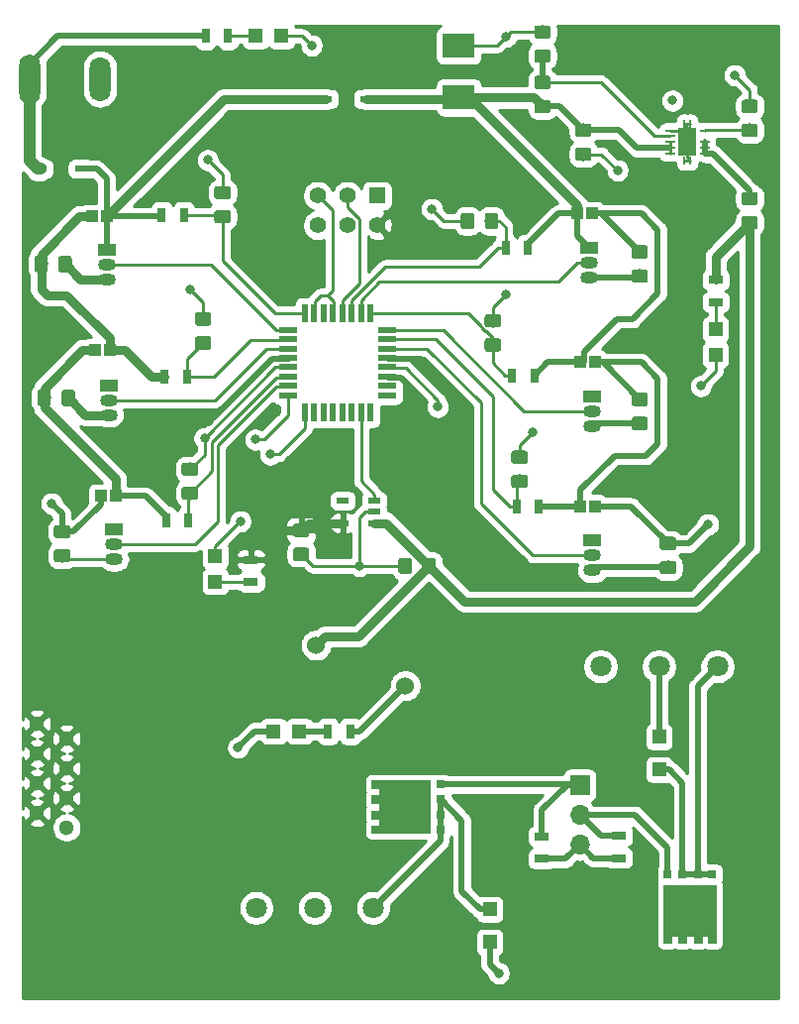
<source format=gbr>
G04 #@! TF.GenerationSoftware,KiCad,Pcbnew,(5.1.4)-1*
G04 #@! TF.CreationDate,2021-01-18T10:38:23+05:30*
G04 #@! TF.ProjectId,power,706f7765-722e-46b6-9963-61645f706362,rev?*
G04 #@! TF.SameCoordinates,Original*
G04 #@! TF.FileFunction,Copper,L1,Top*
G04 #@! TF.FilePolarity,Positive*
%FSLAX46Y46*%
G04 Gerber Fmt 4.6, Leading zero omitted, Abs format (unit mm)*
G04 Created by KiCad (PCBNEW (5.1.4)-1) date 2021-01-18 10:38:23*
%MOMM*%
%LPD*%
G04 APERTURE LIST*
%ADD10C,0.010000*%
%ADD11R,1.000000X1.000000*%
%ADD12C,0.100000*%
%ADD13C,1.150000*%
%ADD14R,0.700000X1.300000*%
%ADD15R,1.300000X0.700000*%
%ADD16O,1.700000X1.700000*%
%ADD17R,1.700000X1.700000*%
%ADD18C,1.400000*%
%ADD19R,1.400000X1.400000*%
%ADD20R,1.050000X0.600000*%
%ADD21R,1.500000X1.050000*%
%ADD22O,1.500000X1.050000*%
%ADD23R,0.550000X1.600000*%
%ADD24R,1.600000X0.550000*%
%ADD25C,1.524000*%
%ADD26R,1.200000X1.200000*%
%ADD27R,2.743000X2.159000*%
%ADD28O,1.800000X3.800000*%
%ADD29O,1.800000X4.300000*%
%ADD30R,1.111200X0.600800*%
%ADD31C,1.800000*%
%ADD32R,0.675000X0.750000*%
%ADD33R,0.500000X0.500000*%
%ADD34R,0.750000X0.675000*%
%ADD35C,1.300000*%
%ADD36C,0.600000*%
%ADD37R,0.280000X0.700000*%
%ADD38R,1.650000X2.400000*%
%ADD39R,0.850000X0.280000*%
%ADD40C,0.800000*%
%ADD41C,0.500000*%
%ADD42C,0.250000*%
%ADD43C,0.800000*%
%ADD44C,1.000000*%
%ADD45C,0.254000*%
G04 APERTURE END LIST*
D10*
G36*
X191578078Y-123157354D02*
G01*
X191578078Y-128107354D01*
X190903078Y-128107354D01*
X190903078Y-127452354D01*
X190320578Y-127452354D01*
X190320578Y-128107354D01*
X189645578Y-128107354D01*
X189645578Y-127452354D01*
X189000578Y-127452354D01*
X189000578Y-128107354D01*
X188325578Y-128107354D01*
X188325578Y-127452354D01*
X187743078Y-127452354D01*
X187743078Y-128107354D01*
X187068078Y-128107354D01*
X187068078Y-123157354D01*
X191578078Y-123157354D01*
G37*
X191578078Y-123157354D02*
X191578078Y-128107354D01*
X190903078Y-128107354D01*
X190903078Y-127452354D01*
X190320578Y-127452354D01*
X190320578Y-128107354D01*
X189645578Y-128107354D01*
X189645578Y-127452354D01*
X189000578Y-127452354D01*
X189000578Y-128107354D01*
X188325578Y-128107354D01*
X188325578Y-127452354D01*
X187743078Y-127452354D01*
X187743078Y-128107354D01*
X187068078Y-128107354D01*
X187068078Y-123157354D01*
X191578078Y-123157354D01*
G36*
X167049500Y-118714000D02*
G01*
X162099500Y-118714000D01*
X162099500Y-118039000D01*
X162754500Y-118039000D01*
X162754500Y-117456500D01*
X162099500Y-117456500D01*
X162099500Y-116781500D01*
X162754500Y-116781500D01*
X162754500Y-116136500D01*
X162099500Y-116136500D01*
X162099500Y-115461500D01*
X162754500Y-115461500D01*
X162754500Y-114879000D01*
X162099500Y-114879000D01*
X162099500Y-114204000D01*
X167049500Y-114204000D01*
X167049500Y-118714000D01*
G37*
X167049500Y-118714000D02*
X162099500Y-118714000D01*
X162099500Y-118039000D01*
X162754500Y-118039000D01*
X162754500Y-117456500D01*
X162099500Y-117456500D01*
X162099500Y-116781500D01*
X162754500Y-116781500D01*
X162754500Y-116136500D01*
X162099500Y-116136500D01*
X162099500Y-115461500D01*
X162754500Y-115461500D01*
X162754500Y-114879000D01*
X162099500Y-114879000D01*
X162099500Y-114204000D01*
X167049500Y-114204000D01*
X167049500Y-118714000D01*
D11*
X179705000Y-65786000D03*
X180975000Y-65786000D03*
D12*
G36*
X148175505Y-74220204D02*
G01*
X148199773Y-74223804D01*
X148223572Y-74229765D01*
X148246671Y-74238030D01*
X148268850Y-74248520D01*
X148289893Y-74261132D01*
X148309599Y-74275747D01*
X148327777Y-74292223D01*
X148344253Y-74310401D01*
X148358868Y-74330107D01*
X148371480Y-74351150D01*
X148381970Y-74373329D01*
X148390235Y-74396428D01*
X148396196Y-74420227D01*
X148399796Y-74444495D01*
X148401000Y-74468999D01*
X148401000Y-75119001D01*
X148399796Y-75143505D01*
X148396196Y-75167773D01*
X148390235Y-75191572D01*
X148381970Y-75214671D01*
X148371480Y-75236850D01*
X148358868Y-75257893D01*
X148344253Y-75277599D01*
X148327777Y-75295777D01*
X148309599Y-75312253D01*
X148289893Y-75326868D01*
X148268850Y-75339480D01*
X148246671Y-75349970D01*
X148223572Y-75358235D01*
X148199773Y-75364196D01*
X148175505Y-75367796D01*
X148151001Y-75369000D01*
X147250999Y-75369000D01*
X147226495Y-75367796D01*
X147202227Y-75364196D01*
X147178428Y-75358235D01*
X147155329Y-75349970D01*
X147133150Y-75339480D01*
X147112107Y-75326868D01*
X147092401Y-75312253D01*
X147074223Y-75295777D01*
X147057747Y-75277599D01*
X147043132Y-75257893D01*
X147030520Y-75236850D01*
X147020030Y-75214671D01*
X147011765Y-75191572D01*
X147005804Y-75167773D01*
X147002204Y-75143505D01*
X147001000Y-75119001D01*
X147001000Y-74468999D01*
X147002204Y-74444495D01*
X147005804Y-74420227D01*
X147011765Y-74396428D01*
X147020030Y-74373329D01*
X147030520Y-74351150D01*
X147043132Y-74330107D01*
X147057747Y-74310401D01*
X147074223Y-74292223D01*
X147092401Y-74275747D01*
X147112107Y-74261132D01*
X147133150Y-74248520D01*
X147155329Y-74238030D01*
X147178428Y-74229765D01*
X147202227Y-74223804D01*
X147226495Y-74220204D01*
X147250999Y-74219000D01*
X148151001Y-74219000D01*
X148175505Y-74220204D01*
X148175505Y-74220204D01*
G37*
D13*
X147701000Y-74794000D03*
D12*
G36*
X148175505Y-76270204D02*
G01*
X148199773Y-76273804D01*
X148223572Y-76279765D01*
X148246671Y-76288030D01*
X148268850Y-76298520D01*
X148289893Y-76311132D01*
X148309599Y-76325747D01*
X148327777Y-76342223D01*
X148344253Y-76360401D01*
X148358868Y-76380107D01*
X148371480Y-76401150D01*
X148381970Y-76423329D01*
X148390235Y-76446428D01*
X148396196Y-76470227D01*
X148399796Y-76494495D01*
X148401000Y-76518999D01*
X148401000Y-77169001D01*
X148399796Y-77193505D01*
X148396196Y-77217773D01*
X148390235Y-77241572D01*
X148381970Y-77264671D01*
X148371480Y-77286850D01*
X148358868Y-77307893D01*
X148344253Y-77327599D01*
X148327777Y-77345777D01*
X148309599Y-77362253D01*
X148289893Y-77376868D01*
X148268850Y-77389480D01*
X148246671Y-77399970D01*
X148223572Y-77408235D01*
X148199773Y-77414196D01*
X148175505Y-77417796D01*
X148151001Y-77419000D01*
X147250999Y-77419000D01*
X147226495Y-77417796D01*
X147202227Y-77414196D01*
X147178428Y-77408235D01*
X147155329Y-77399970D01*
X147133150Y-77389480D01*
X147112107Y-77376868D01*
X147092401Y-77362253D01*
X147074223Y-77345777D01*
X147057747Y-77327599D01*
X147043132Y-77307893D01*
X147030520Y-77286850D01*
X147020030Y-77264671D01*
X147011765Y-77241572D01*
X147005804Y-77217773D01*
X147002204Y-77193505D01*
X147001000Y-77169001D01*
X147001000Y-76518999D01*
X147002204Y-76494495D01*
X147005804Y-76470227D01*
X147011765Y-76446428D01*
X147020030Y-76423329D01*
X147030520Y-76401150D01*
X147043132Y-76380107D01*
X147057747Y-76360401D01*
X147074223Y-76342223D01*
X147092401Y-76325747D01*
X147112107Y-76311132D01*
X147133150Y-76298520D01*
X147155329Y-76288030D01*
X147178428Y-76279765D01*
X147202227Y-76273804D01*
X147226495Y-76270204D01*
X147250999Y-76269000D01*
X148151001Y-76269000D01*
X148175505Y-76270204D01*
X148175505Y-76270204D01*
G37*
D13*
X147701000Y-76844000D03*
D14*
X149806966Y-50638542D03*
X147906966Y-50638542D03*
D15*
X176657000Y-120899000D03*
X176657000Y-118999000D03*
X183261000Y-120838000D03*
X183261000Y-118938000D03*
D14*
X158366862Y-110012539D03*
X160266862Y-110012539D03*
D15*
X191521076Y-73356738D03*
X191521076Y-71456738D03*
D16*
X179899509Y-119690274D03*
X179899509Y-117150274D03*
D17*
X179899509Y-114610274D03*
D18*
X157480000Y-66802000D03*
X157480000Y-64262000D03*
X160020000Y-66802000D03*
X160020000Y-64262000D03*
X162560000Y-66802000D03*
D19*
X162560000Y-64262000D03*
D20*
X162325000Y-92216000D03*
X162325000Y-91266000D03*
X162325000Y-90316000D03*
X159625000Y-90316000D03*
X159625000Y-92216000D03*
D21*
X180975000Y-81407000D03*
D22*
X180975000Y-83947000D03*
X180975000Y-82677000D03*
D23*
X156390000Y-74268000D03*
X157190000Y-74268000D03*
X157990000Y-74268000D03*
X158790000Y-74268000D03*
X159590000Y-74268000D03*
X160390000Y-74268000D03*
X161190000Y-74268000D03*
X161990000Y-74268000D03*
D24*
X163440000Y-75718000D03*
X163440000Y-76518000D03*
X163440000Y-77318000D03*
X163440000Y-78118000D03*
X163440000Y-78918000D03*
X163440000Y-79718000D03*
X163440000Y-80518000D03*
X163440000Y-81318000D03*
D23*
X161990000Y-82768000D03*
X161190000Y-82768000D03*
X160390000Y-82768000D03*
X159590000Y-82768000D03*
X158790000Y-82768000D03*
X157990000Y-82768000D03*
X157190000Y-82768000D03*
X156390000Y-82768000D03*
D24*
X154940000Y-81318000D03*
X154940000Y-80518000D03*
X154940000Y-79718000D03*
X154940000Y-78918000D03*
X154940000Y-78118000D03*
X154940000Y-77318000D03*
X154940000Y-76518000D03*
X154940000Y-75718000D03*
D14*
X173548000Y-68707000D03*
X175448000Y-68707000D03*
D15*
X151786530Y-97259362D03*
X151786530Y-95359362D03*
D12*
G36*
X194911505Y-56059204D02*
G01*
X194935773Y-56062804D01*
X194959572Y-56068765D01*
X194982671Y-56077030D01*
X195004850Y-56087520D01*
X195025893Y-56100132D01*
X195045599Y-56114747D01*
X195063777Y-56131223D01*
X195080253Y-56149401D01*
X195094868Y-56169107D01*
X195107480Y-56190150D01*
X195117970Y-56212329D01*
X195126235Y-56235428D01*
X195132196Y-56259227D01*
X195135796Y-56283495D01*
X195137000Y-56307999D01*
X195137000Y-56958001D01*
X195135796Y-56982505D01*
X195132196Y-57006773D01*
X195126235Y-57030572D01*
X195117970Y-57053671D01*
X195107480Y-57075850D01*
X195094868Y-57096893D01*
X195080253Y-57116599D01*
X195063777Y-57134777D01*
X195045599Y-57151253D01*
X195025893Y-57165868D01*
X195004850Y-57178480D01*
X194982671Y-57188970D01*
X194959572Y-57197235D01*
X194935773Y-57203196D01*
X194911505Y-57206796D01*
X194887001Y-57208000D01*
X193986999Y-57208000D01*
X193962495Y-57206796D01*
X193938227Y-57203196D01*
X193914428Y-57197235D01*
X193891329Y-57188970D01*
X193869150Y-57178480D01*
X193848107Y-57165868D01*
X193828401Y-57151253D01*
X193810223Y-57134777D01*
X193793747Y-57116599D01*
X193779132Y-57096893D01*
X193766520Y-57075850D01*
X193756030Y-57053671D01*
X193747765Y-57030572D01*
X193741804Y-57006773D01*
X193738204Y-56982505D01*
X193737000Y-56958001D01*
X193737000Y-56307999D01*
X193738204Y-56283495D01*
X193741804Y-56259227D01*
X193747765Y-56235428D01*
X193756030Y-56212329D01*
X193766520Y-56190150D01*
X193779132Y-56169107D01*
X193793747Y-56149401D01*
X193810223Y-56131223D01*
X193828401Y-56114747D01*
X193848107Y-56100132D01*
X193869150Y-56087520D01*
X193891329Y-56077030D01*
X193914428Y-56068765D01*
X193938227Y-56062804D01*
X193962495Y-56059204D01*
X193986999Y-56058000D01*
X194887001Y-56058000D01*
X194911505Y-56059204D01*
X194911505Y-56059204D01*
G37*
D13*
X194437000Y-56633000D03*
D12*
G36*
X194911505Y-58109204D02*
G01*
X194935773Y-58112804D01*
X194959572Y-58118765D01*
X194982671Y-58127030D01*
X195004850Y-58137520D01*
X195025893Y-58150132D01*
X195045599Y-58164747D01*
X195063777Y-58181223D01*
X195080253Y-58199401D01*
X195094868Y-58219107D01*
X195107480Y-58240150D01*
X195117970Y-58262329D01*
X195126235Y-58285428D01*
X195132196Y-58309227D01*
X195135796Y-58333495D01*
X195137000Y-58357999D01*
X195137000Y-59008001D01*
X195135796Y-59032505D01*
X195132196Y-59056773D01*
X195126235Y-59080572D01*
X195117970Y-59103671D01*
X195107480Y-59125850D01*
X195094868Y-59146893D01*
X195080253Y-59166599D01*
X195063777Y-59184777D01*
X195045599Y-59201253D01*
X195025893Y-59215868D01*
X195004850Y-59228480D01*
X194982671Y-59238970D01*
X194959572Y-59247235D01*
X194935773Y-59253196D01*
X194911505Y-59256796D01*
X194887001Y-59258000D01*
X193986999Y-59258000D01*
X193962495Y-59256796D01*
X193938227Y-59253196D01*
X193914428Y-59247235D01*
X193891329Y-59238970D01*
X193869150Y-59228480D01*
X193848107Y-59215868D01*
X193828401Y-59201253D01*
X193810223Y-59184777D01*
X193793747Y-59166599D01*
X193779132Y-59146893D01*
X193766520Y-59125850D01*
X193756030Y-59103671D01*
X193747765Y-59080572D01*
X193741804Y-59056773D01*
X193738204Y-59032505D01*
X193737000Y-59008001D01*
X193737000Y-58357999D01*
X193738204Y-58333495D01*
X193741804Y-58309227D01*
X193747765Y-58285428D01*
X193756030Y-58262329D01*
X193766520Y-58240150D01*
X193779132Y-58219107D01*
X193793747Y-58199401D01*
X193810223Y-58181223D01*
X193828401Y-58164747D01*
X193848107Y-58150132D01*
X193869150Y-58137520D01*
X193891329Y-58127030D01*
X193914428Y-58118765D01*
X193938227Y-58112804D01*
X193962495Y-58109204D01*
X193986999Y-58108000D01*
X194887001Y-58108000D01*
X194911505Y-58109204D01*
X194911505Y-58109204D01*
G37*
D13*
X194437000Y-58683000D03*
D12*
G36*
X177186811Y-54023714D02*
G01*
X177211079Y-54027314D01*
X177234878Y-54033275D01*
X177257977Y-54041540D01*
X177280156Y-54052030D01*
X177301199Y-54064642D01*
X177320905Y-54079257D01*
X177339083Y-54095733D01*
X177355559Y-54113911D01*
X177370174Y-54133617D01*
X177382786Y-54154660D01*
X177393276Y-54176839D01*
X177401541Y-54199938D01*
X177407502Y-54223737D01*
X177411102Y-54248005D01*
X177412306Y-54272509D01*
X177412306Y-54922511D01*
X177411102Y-54947015D01*
X177407502Y-54971283D01*
X177401541Y-54995082D01*
X177393276Y-55018181D01*
X177382786Y-55040360D01*
X177370174Y-55061403D01*
X177355559Y-55081109D01*
X177339083Y-55099287D01*
X177320905Y-55115763D01*
X177301199Y-55130378D01*
X177280156Y-55142990D01*
X177257977Y-55153480D01*
X177234878Y-55161745D01*
X177211079Y-55167706D01*
X177186811Y-55171306D01*
X177162307Y-55172510D01*
X176262305Y-55172510D01*
X176237801Y-55171306D01*
X176213533Y-55167706D01*
X176189734Y-55161745D01*
X176166635Y-55153480D01*
X176144456Y-55142990D01*
X176123413Y-55130378D01*
X176103707Y-55115763D01*
X176085529Y-55099287D01*
X176069053Y-55081109D01*
X176054438Y-55061403D01*
X176041826Y-55040360D01*
X176031336Y-55018181D01*
X176023071Y-54995082D01*
X176017110Y-54971283D01*
X176013510Y-54947015D01*
X176012306Y-54922511D01*
X176012306Y-54272509D01*
X176013510Y-54248005D01*
X176017110Y-54223737D01*
X176023071Y-54199938D01*
X176031336Y-54176839D01*
X176041826Y-54154660D01*
X176054438Y-54133617D01*
X176069053Y-54113911D01*
X176085529Y-54095733D01*
X176103707Y-54079257D01*
X176123413Y-54064642D01*
X176144456Y-54052030D01*
X176166635Y-54041540D01*
X176189734Y-54033275D01*
X176213533Y-54027314D01*
X176237801Y-54023714D01*
X176262305Y-54022510D01*
X177162307Y-54022510D01*
X177186811Y-54023714D01*
X177186811Y-54023714D01*
G37*
D13*
X176712306Y-54597510D03*
D12*
G36*
X177186811Y-56073714D02*
G01*
X177211079Y-56077314D01*
X177234878Y-56083275D01*
X177257977Y-56091540D01*
X177280156Y-56102030D01*
X177301199Y-56114642D01*
X177320905Y-56129257D01*
X177339083Y-56145733D01*
X177355559Y-56163911D01*
X177370174Y-56183617D01*
X177382786Y-56204660D01*
X177393276Y-56226839D01*
X177401541Y-56249938D01*
X177407502Y-56273737D01*
X177411102Y-56298005D01*
X177412306Y-56322509D01*
X177412306Y-56972511D01*
X177411102Y-56997015D01*
X177407502Y-57021283D01*
X177401541Y-57045082D01*
X177393276Y-57068181D01*
X177382786Y-57090360D01*
X177370174Y-57111403D01*
X177355559Y-57131109D01*
X177339083Y-57149287D01*
X177320905Y-57165763D01*
X177301199Y-57180378D01*
X177280156Y-57192990D01*
X177257977Y-57203480D01*
X177234878Y-57211745D01*
X177211079Y-57217706D01*
X177186811Y-57221306D01*
X177162307Y-57222510D01*
X176262305Y-57222510D01*
X176237801Y-57221306D01*
X176213533Y-57217706D01*
X176189734Y-57211745D01*
X176166635Y-57203480D01*
X176144456Y-57192990D01*
X176123413Y-57180378D01*
X176103707Y-57165763D01*
X176085529Y-57149287D01*
X176069053Y-57131109D01*
X176054438Y-57111403D01*
X176041826Y-57090360D01*
X176031336Y-57068181D01*
X176023071Y-57045082D01*
X176017110Y-57021283D01*
X176013510Y-56997015D01*
X176012306Y-56972511D01*
X176012306Y-56322509D01*
X176013510Y-56298005D01*
X176017110Y-56273737D01*
X176023071Y-56249938D01*
X176031336Y-56226839D01*
X176041826Y-56204660D01*
X176054438Y-56183617D01*
X176069053Y-56163911D01*
X176085529Y-56145733D01*
X176103707Y-56129257D01*
X176123413Y-56114642D01*
X176144456Y-56102030D01*
X176166635Y-56091540D01*
X176189734Y-56083275D01*
X176213533Y-56077314D01*
X176237801Y-56073714D01*
X176262305Y-56072510D01*
X177162307Y-56072510D01*
X177186811Y-56073714D01*
X177186811Y-56073714D01*
G37*
D13*
X176712306Y-56647510D03*
D12*
G36*
X147032505Y-87056204D02*
G01*
X147056773Y-87059804D01*
X147080572Y-87065765D01*
X147103671Y-87074030D01*
X147125850Y-87084520D01*
X147146893Y-87097132D01*
X147166599Y-87111747D01*
X147184777Y-87128223D01*
X147201253Y-87146401D01*
X147215868Y-87166107D01*
X147228480Y-87187150D01*
X147238970Y-87209329D01*
X147247235Y-87232428D01*
X147253196Y-87256227D01*
X147256796Y-87280495D01*
X147258000Y-87304999D01*
X147258000Y-87955001D01*
X147256796Y-87979505D01*
X147253196Y-88003773D01*
X147247235Y-88027572D01*
X147238970Y-88050671D01*
X147228480Y-88072850D01*
X147215868Y-88093893D01*
X147201253Y-88113599D01*
X147184777Y-88131777D01*
X147166599Y-88148253D01*
X147146893Y-88162868D01*
X147125850Y-88175480D01*
X147103671Y-88185970D01*
X147080572Y-88194235D01*
X147056773Y-88200196D01*
X147032505Y-88203796D01*
X147008001Y-88205000D01*
X146107999Y-88205000D01*
X146083495Y-88203796D01*
X146059227Y-88200196D01*
X146035428Y-88194235D01*
X146012329Y-88185970D01*
X145990150Y-88175480D01*
X145969107Y-88162868D01*
X145949401Y-88148253D01*
X145931223Y-88131777D01*
X145914747Y-88113599D01*
X145900132Y-88093893D01*
X145887520Y-88072850D01*
X145877030Y-88050671D01*
X145868765Y-88027572D01*
X145862804Y-88003773D01*
X145859204Y-87979505D01*
X145858000Y-87955001D01*
X145858000Y-87304999D01*
X145859204Y-87280495D01*
X145862804Y-87256227D01*
X145868765Y-87232428D01*
X145877030Y-87209329D01*
X145887520Y-87187150D01*
X145900132Y-87166107D01*
X145914747Y-87146401D01*
X145931223Y-87128223D01*
X145949401Y-87111747D01*
X145969107Y-87097132D01*
X145990150Y-87084520D01*
X146012329Y-87074030D01*
X146035428Y-87065765D01*
X146059227Y-87059804D01*
X146083495Y-87056204D01*
X146107999Y-87055000D01*
X147008001Y-87055000D01*
X147032505Y-87056204D01*
X147032505Y-87056204D01*
G37*
D13*
X146558000Y-87630000D03*
D12*
G36*
X147032505Y-89106204D02*
G01*
X147056773Y-89109804D01*
X147080572Y-89115765D01*
X147103671Y-89124030D01*
X147125850Y-89134520D01*
X147146893Y-89147132D01*
X147166599Y-89161747D01*
X147184777Y-89178223D01*
X147201253Y-89196401D01*
X147215868Y-89216107D01*
X147228480Y-89237150D01*
X147238970Y-89259329D01*
X147247235Y-89282428D01*
X147253196Y-89306227D01*
X147256796Y-89330495D01*
X147258000Y-89354999D01*
X147258000Y-90005001D01*
X147256796Y-90029505D01*
X147253196Y-90053773D01*
X147247235Y-90077572D01*
X147238970Y-90100671D01*
X147228480Y-90122850D01*
X147215868Y-90143893D01*
X147201253Y-90163599D01*
X147184777Y-90181777D01*
X147166599Y-90198253D01*
X147146893Y-90212868D01*
X147125850Y-90225480D01*
X147103671Y-90235970D01*
X147080572Y-90244235D01*
X147056773Y-90250196D01*
X147032505Y-90253796D01*
X147008001Y-90255000D01*
X146107999Y-90255000D01*
X146083495Y-90253796D01*
X146059227Y-90250196D01*
X146035428Y-90244235D01*
X146012329Y-90235970D01*
X145990150Y-90225480D01*
X145969107Y-90212868D01*
X145949401Y-90198253D01*
X145931223Y-90181777D01*
X145914747Y-90163599D01*
X145900132Y-90143893D01*
X145887520Y-90122850D01*
X145877030Y-90100671D01*
X145868765Y-90077572D01*
X145862804Y-90053773D01*
X145859204Y-90029505D01*
X145858000Y-90005001D01*
X145858000Y-89354999D01*
X145859204Y-89330495D01*
X145862804Y-89306227D01*
X145868765Y-89282428D01*
X145877030Y-89259329D01*
X145887520Y-89237150D01*
X145900132Y-89216107D01*
X145914747Y-89196401D01*
X145931223Y-89178223D01*
X145949401Y-89161747D01*
X145969107Y-89147132D01*
X145990150Y-89134520D01*
X146012329Y-89124030D01*
X146035428Y-89115765D01*
X146059227Y-89109804D01*
X146083495Y-89106204D01*
X146107999Y-89105000D01*
X147008001Y-89105000D01*
X147032505Y-89106204D01*
X147032505Y-89106204D01*
G37*
D13*
X146558000Y-89680000D03*
D12*
G36*
X149826505Y-63434204D02*
G01*
X149850773Y-63437804D01*
X149874572Y-63443765D01*
X149897671Y-63452030D01*
X149919850Y-63462520D01*
X149940893Y-63475132D01*
X149960599Y-63489747D01*
X149978777Y-63506223D01*
X149995253Y-63524401D01*
X150009868Y-63544107D01*
X150022480Y-63565150D01*
X150032970Y-63587329D01*
X150041235Y-63610428D01*
X150047196Y-63634227D01*
X150050796Y-63658495D01*
X150052000Y-63682999D01*
X150052000Y-64333001D01*
X150050796Y-64357505D01*
X150047196Y-64381773D01*
X150041235Y-64405572D01*
X150032970Y-64428671D01*
X150022480Y-64450850D01*
X150009868Y-64471893D01*
X149995253Y-64491599D01*
X149978777Y-64509777D01*
X149960599Y-64526253D01*
X149940893Y-64540868D01*
X149919850Y-64553480D01*
X149897671Y-64563970D01*
X149874572Y-64572235D01*
X149850773Y-64578196D01*
X149826505Y-64581796D01*
X149802001Y-64583000D01*
X148901999Y-64583000D01*
X148877495Y-64581796D01*
X148853227Y-64578196D01*
X148829428Y-64572235D01*
X148806329Y-64563970D01*
X148784150Y-64553480D01*
X148763107Y-64540868D01*
X148743401Y-64526253D01*
X148725223Y-64509777D01*
X148708747Y-64491599D01*
X148694132Y-64471893D01*
X148681520Y-64450850D01*
X148671030Y-64428671D01*
X148662765Y-64405572D01*
X148656804Y-64381773D01*
X148653204Y-64357505D01*
X148652000Y-64333001D01*
X148652000Y-63682999D01*
X148653204Y-63658495D01*
X148656804Y-63634227D01*
X148662765Y-63610428D01*
X148671030Y-63587329D01*
X148681520Y-63565150D01*
X148694132Y-63544107D01*
X148708747Y-63524401D01*
X148725223Y-63506223D01*
X148743401Y-63489747D01*
X148763107Y-63475132D01*
X148784150Y-63462520D01*
X148806329Y-63452030D01*
X148829428Y-63443765D01*
X148853227Y-63437804D01*
X148877495Y-63434204D01*
X148901999Y-63433000D01*
X149802001Y-63433000D01*
X149826505Y-63434204D01*
X149826505Y-63434204D01*
G37*
D13*
X149352000Y-64008000D03*
D12*
G36*
X149826505Y-65484204D02*
G01*
X149850773Y-65487804D01*
X149874572Y-65493765D01*
X149897671Y-65502030D01*
X149919850Y-65512520D01*
X149940893Y-65525132D01*
X149960599Y-65539747D01*
X149978777Y-65556223D01*
X149995253Y-65574401D01*
X150009868Y-65594107D01*
X150022480Y-65615150D01*
X150032970Y-65637329D01*
X150041235Y-65660428D01*
X150047196Y-65684227D01*
X150050796Y-65708495D01*
X150052000Y-65732999D01*
X150052000Y-66383001D01*
X150050796Y-66407505D01*
X150047196Y-66431773D01*
X150041235Y-66455572D01*
X150032970Y-66478671D01*
X150022480Y-66500850D01*
X150009868Y-66521893D01*
X149995253Y-66541599D01*
X149978777Y-66559777D01*
X149960599Y-66576253D01*
X149940893Y-66590868D01*
X149919850Y-66603480D01*
X149897671Y-66613970D01*
X149874572Y-66622235D01*
X149850773Y-66628196D01*
X149826505Y-66631796D01*
X149802001Y-66633000D01*
X148901999Y-66633000D01*
X148877495Y-66631796D01*
X148853227Y-66628196D01*
X148829428Y-66622235D01*
X148806329Y-66613970D01*
X148784150Y-66603480D01*
X148763107Y-66590868D01*
X148743401Y-66576253D01*
X148725223Y-66559777D01*
X148708747Y-66541599D01*
X148694132Y-66521893D01*
X148681520Y-66500850D01*
X148671030Y-66478671D01*
X148662765Y-66455572D01*
X148656804Y-66431773D01*
X148653204Y-66407505D01*
X148652000Y-66383001D01*
X148652000Y-65732999D01*
X148653204Y-65708495D01*
X148656804Y-65684227D01*
X148662765Y-65660428D01*
X148671030Y-65637329D01*
X148681520Y-65615150D01*
X148694132Y-65594107D01*
X148708747Y-65574401D01*
X148725223Y-65556223D01*
X148743401Y-65539747D01*
X148763107Y-65525132D01*
X148784150Y-65512520D01*
X148806329Y-65502030D01*
X148829428Y-65493765D01*
X148853227Y-65487804D01*
X148877495Y-65484204D01*
X148901999Y-65483000D01*
X149802001Y-65483000D01*
X149826505Y-65484204D01*
X149826505Y-65484204D01*
G37*
D13*
X149352000Y-66058000D03*
D12*
G36*
X136110505Y-92390204D02*
G01*
X136134773Y-92393804D01*
X136158572Y-92399765D01*
X136181671Y-92408030D01*
X136203850Y-92418520D01*
X136224893Y-92431132D01*
X136244599Y-92445747D01*
X136262777Y-92462223D01*
X136279253Y-92480401D01*
X136293868Y-92500107D01*
X136306480Y-92521150D01*
X136316970Y-92543329D01*
X136325235Y-92566428D01*
X136331196Y-92590227D01*
X136334796Y-92614495D01*
X136336000Y-92638999D01*
X136336000Y-93289001D01*
X136334796Y-93313505D01*
X136331196Y-93337773D01*
X136325235Y-93361572D01*
X136316970Y-93384671D01*
X136306480Y-93406850D01*
X136293868Y-93427893D01*
X136279253Y-93447599D01*
X136262777Y-93465777D01*
X136244599Y-93482253D01*
X136224893Y-93496868D01*
X136203850Y-93509480D01*
X136181671Y-93519970D01*
X136158572Y-93528235D01*
X136134773Y-93534196D01*
X136110505Y-93537796D01*
X136086001Y-93539000D01*
X135185999Y-93539000D01*
X135161495Y-93537796D01*
X135137227Y-93534196D01*
X135113428Y-93528235D01*
X135090329Y-93519970D01*
X135068150Y-93509480D01*
X135047107Y-93496868D01*
X135027401Y-93482253D01*
X135009223Y-93465777D01*
X134992747Y-93447599D01*
X134978132Y-93427893D01*
X134965520Y-93406850D01*
X134955030Y-93384671D01*
X134946765Y-93361572D01*
X134940804Y-93337773D01*
X134937204Y-93313505D01*
X134936000Y-93289001D01*
X134936000Y-92638999D01*
X134937204Y-92614495D01*
X134940804Y-92590227D01*
X134946765Y-92566428D01*
X134955030Y-92543329D01*
X134965520Y-92521150D01*
X134978132Y-92500107D01*
X134992747Y-92480401D01*
X135009223Y-92462223D01*
X135027401Y-92445747D01*
X135047107Y-92431132D01*
X135068150Y-92418520D01*
X135090329Y-92408030D01*
X135113428Y-92399765D01*
X135137227Y-92393804D01*
X135161495Y-92390204D01*
X135185999Y-92389000D01*
X136086001Y-92389000D01*
X136110505Y-92390204D01*
X136110505Y-92390204D01*
G37*
D13*
X135636000Y-92964000D03*
D12*
G36*
X136110505Y-94440204D02*
G01*
X136134773Y-94443804D01*
X136158572Y-94449765D01*
X136181671Y-94458030D01*
X136203850Y-94468520D01*
X136224893Y-94481132D01*
X136244599Y-94495747D01*
X136262777Y-94512223D01*
X136279253Y-94530401D01*
X136293868Y-94550107D01*
X136306480Y-94571150D01*
X136316970Y-94593329D01*
X136325235Y-94616428D01*
X136331196Y-94640227D01*
X136334796Y-94664495D01*
X136336000Y-94688999D01*
X136336000Y-95339001D01*
X136334796Y-95363505D01*
X136331196Y-95387773D01*
X136325235Y-95411572D01*
X136316970Y-95434671D01*
X136306480Y-95456850D01*
X136293868Y-95477893D01*
X136279253Y-95497599D01*
X136262777Y-95515777D01*
X136244599Y-95532253D01*
X136224893Y-95546868D01*
X136203850Y-95559480D01*
X136181671Y-95569970D01*
X136158572Y-95578235D01*
X136134773Y-95584196D01*
X136110505Y-95587796D01*
X136086001Y-95589000D01*
X135185999Y-95589000D01*
X135161495Y-95587796D01*
X135137227Y-95584196D01*
X135113428Y-95578235D01*
X135090329Y-95569970D01*
X135068150Y-95559480D01*
X135047107Y-95546868D01*
X135027401Y-95532253D01*
X135009223Y-95515777D01*
X134992747Y-95497599D01*
X134978132Y-95477893D01*
X134965520Y-95456850D01*
X134955030Y-95434671D01*
X134946765Y-95411572D01*
X134940804Y-95387773D01*
X134937204Y-95363505D01*
X134936000Y-95339001D01*
X134936000Y-94688999D01*
X134937204Y-94664495D01*
X134940804Y-94640227D01*
X134946765Y-94616428D01*
X134955030Y-94593329D01*
X134965520Y-94571150D01*
X134978132Y-94550107D01*
X134992747Y-94530401D01*
X135009223Y-94512223D01*
X135027401Y-94495747D01*
X135047107Y-94481132D01*
X135068150Y-94468520D01*
X135090329Y-94458030D01*
X135113428Y-94449765D01*
X135137227Y-94443804D01*
X135161495Y-94440204D01*
X135185999Y-94439000D01*
X136086001Y-94439000D01*
X136110505Y-94440204D01*
X136110505Y-94440204D01*
G37*
D13*
X135636000Y-95014000D03*
D12*
G36*
X134452505Y-80835204D02*
G01*
X134476773Y-80838804D01*
X134500572Y-80844765D01*
X134523671Y-80853030D01*
X134545850Y-80863520D01*
X134566893Y-80876132D01*
X134586599Y-80890747D01*
X134604777Y-80907223D01*
X134621253Y-80925401D01*
X134635868Y-80945107D01*
X134648480Y-80966150D01*
X134658970Y-80988329D01*
X134667235Y-81011428D01*
X134673196Y-81035227D01*
X134676796Y-81059495D01*
X134678000Y-81083999D01*
X134678000Y-81984001D01*
X134676796Y-82008505D01*
X134673196Y-82032773D01*
X134667235Y-82056572D01*
X134658970Y-82079671D01*
X134648480Y-82101850D01*
X134635868Y-82122893D01*
X134621253Y-82142599D01*
X134604777Y-82160777D01*
X134586599Y-82177253D01*
X134566893Y-82191868D01*
X134545850Y-82204480D01*
X134523671Y-82214970D01*
X134500572Y-82223235D01*
X134476773Y-82229196D01*
X134452505Y-82232796D01*
X134428001Y-82234000D01*
X133777999Y-82234000D01*
X133753495Y-82232796D01*
X133729227Y-82229196D01*
X133705428Y-82223235D01*
X133682329Y-82214970D01*
X133660150Y-82204480D01*
X133639107Y-82191868D01*
X133619401Y-82177253D01*
X133601223Y-82160777D01*
X133584747Y-82142599D01*
X133570132Y-82122893D01*
X133557520Y-82101850D01*
X133547030Y-82079671D01*
X133538765Y-82056572D01*
X133532804Y-82032773D01*
X133529204Y-82008505D01*
X133528000Y-81984001D01*
X133528000Y-81083999D01*
X133529204Y-81059495D01*
X133532804Y-81035227D01*
X133538765Y-81011428D01*
X133547030Y-80988329D01*
X133557520Y-80966150D01*
X133570132Y-80945107D01*
X133584747Y-80925401D01*
X133601223Y-80907223D01*
X133619401Y-80890747D01*
X133639107Y-80876132D01*
X133660150Y-80863520D01*
X133682329Y-80853030D01*
X133705428Y-80844765D01*
X133729227Y-80838804D01*
X133753495Y-80835204D01*
X133777999Y-80834000D01*
X134428001Y-80834000D01*
X134452505Y-80835204D01*
X134452505Y-80835204D01*
G37*
D13*
X134103000Y-81534000D03*
D12*
G36*
X136502505Y-80835204D02*
G01*
X136526773Y-80838804D01*
X136550572Y-80844765D01*
X136573671Y-80853030D01*
X136595850Y-80863520D01*
X136616893Y-80876132D01*
X136636599Y-80890747D01*
X136654777Y-80907223D01*
X136671253Y-80925401D01*
X136685868Y-80945107D01*
X136698480Y-80966150D01*
X136708970Y-80988329D01*
X136717235Y-81011428D01*
X136723196Y-81035227D01*
X136726796Y-81059495D01*
X136728000Y-81083999D01*
X136728000Y-81984001D01*
X136726796Y-82008505D01*
X136723196Y-82032773D01*
X136717235Y-82056572D01*
X136708970Y-82079671D01*
X136698480Y-82101850D01*
X136685868Y-82122893D01*
X136671253Y-82142599D01*
X136654777Y-82160777D01*
X136636599Y-82177253D01*
X136616893Y-82191868D01*
X136595850Y-82204480D01*
X136573671Y-82214970D01*
X136550572Y-82223235D01*
X136526773Y-82229196D01*
X136502505Y-82232796D01*
X136478001Y-82234000D01*
X135827999Y-82234000D01*
X135803495Y-82232796D01*
X135779227Y-82229196D01*
X135755428Y-82223235D01*
X135732329Y-82214970D01*
X135710150Y-82204480D01*
X135689107Y-82191868D01*
X135669401Y-82177253D01*
X135651223Y-82160777D01*
X135634747Y-82142599D01*
X135620132Y-82122893D01*
X135607520Y-82101850D01*
X135597030Y-82079671D01*
X135588765Y-82056572D01*
X135582804Y-82032773D01*
X135579204Y-82008505D01*
X135578000Y-81984001D01*
X135578000Y-81083999D01*
X135579204Y-81059495D01*
X135582804Y-81035227D01*
X135588765Y-81011428D01*
X135597030Y-80988329D01*
X135607520Y-80966150D01*
X135620132Y-80945107D01*
X135634747Y-80925401D01*
X135651223Y-80907223D01*
X135669401Y-80890747D01*
X135689107Y-80876132D01*
X135710150Y-80863520D01*
X135732329Y-80853030D01*
X135755428Y-80844765D01*
X135779227Y-80838804D01*
X135803495Y-80835204D01*
X135827999Y-80834000D01*
X136478001Y-80834000D01*
X136502505Y-80835204D01*
X136502505Y-80835204D01*
G37*
D13*
X136153000Y-81534000D03*
D12*
G36*
X134189505Y-69405204D02*
G01*
X134213773Y-69408804D01*
X134237572Y-69414765D01*
X134260671Y-69423030D01*
X134282850Y-69433520D01*
X134303893Y-69446132D01*
X134323599Y-69460747D01*
X134341777Y-69477223D01*
X134358253Y-69495401D01*
X134372868Y-69515107D01*
X134385480Y-69536150D01*
X134395970Y-69558329D01*
X134404235Y-69581428D01*
X134410196Y-69605227D01*
X134413796Y-69629495D01*
X134415000Y-69653999D01*
X134415000Y-70554001D01*
X134413796Y-70578505D01*
X134410196Y-70602773D01*
X134404235Y-70626572D01*
X134395970Y-70649671D01*
X134385480Y-70671850D01*
X134372868Y-70692893D01*
X134358253Y-70712599D01*
X134341777Y-70730777D01*
X134323599Y-70747253D01*
X134303893Y-70761868D01*
X134282850Y-70774480D01*
X134260671Y-70784970D01*
X134237572Y-70793235D01*
X134213773Y-70799196D01*
X134189505Y-70802796D01*
X134165001Y-70804000D01*
X133514999Y-70804000D01*
X133490495Y-70802796D01*
X133466227Y-70799196D01*
X133442428Y-70793235D01*
X133419329Y-70784970D01*
X133397150Y-70774480D01*
X133376107Y-70761868D01*
X133356401Y-70747253D01*
X133338223Y-70730777D01*
X133321747Y-70712599D01*
X133307132Y-70692893D01*
X133294520Y-70671850D01*
X133284030Y-70649671D01*
X133275765Y-70626572D01*
X133269804Y-70602773D01*
X133266204Y-70578505D01*
X133265000Y-70554001D01*
X133265000Y-69653999D01*
X133266204Y-69629495D01*
X133269804Y-69605227D01*
X133275765Y-69581428D01*
X133284030Y-69558329D01*
X133294520Y-69536150D01*
X133307132Y-69515107D01*
X133321747Y-69495401D01*
X133338223Y-69477223D01*
X133356401Y-69460747D01*
X133376107Y-69446132D01*
X133397150Y-69433520D01*
X133419329Y-69423030D01*
X133442428Y-69414765D01*
X133466227Y-69408804D01*
X133490495Y-69405204D01*
X133514999Y-69404000D01*
X134165001Y-69404000D01*
X134189505Y-69405204D01*
X134189505Y-69405204D01*
G37*
D13*
X133840000Y-70104000D03*
D12*
G36*
X136239505Y-69405204D02*
G01*
X136263773Y-69408804D01*
X136287572Y-69414765D01*
X136310671Y-69423030D01*
X136332850Y-69433520D01*
X136353893Y-69446132D01*
X136373599Y-69460747D01*
X136391777Y-69477223D01*
X136408253Y-69495401D01*
X136422868Y-69515107D01*
X136435480Y-69536150D01*
X136445970Y-69558329D01*
X136454235Y-69581428D01*
X136460196Y-69605227D01*
X136463796Y-69629495D01*
X136465000Y-69653999D01*
X136465000Y-70554001D01*
X136463796Y-70578505D01*
X136460196Y-70602773D01*
X136454235Y-70626572D01*
X136445970Y-70649671D01*
X136435480Y-70671850D01*
X136422868Y-70692893D01*
X136408253Y-70712599D01*
X136391777Y-70730777D01*
X136373599Y-70747253D01*
X136353893Y-70761868D01*
X136332850Y-70774480D01*
X136310671Y-70784970D01*
X136287572Y-70793235D01*
X136263773Y-70799196D01*
X136239505Y-70802796D01*
X136215001Y-70804000D01*
X135564999Y-70804000D01*
X135540495Y-70802796D01*
X135516227Y-70799196D01*
X135492428Y-70793235D01*
X135469329Y-70784970D01*
X135447150Y-70774480D01*
X135426107Y-70761868D01*
X135406401Y-70747253D01*
X135388223Y-70730777D01*
X135371747Y-70712599D01*
X135357132Y-70692893D01*
X135344520Y-70671850D01*
X135334030Y-70649671D01*
X135325765Y-70626572D01*
X135319804Y-70602773D01*
X135316204Y-70578505D01*
X135315000Y-70554001D01*
X135315000Y-69653999D01*
X135316204Y-69629495D01*
X135319804Y-69605227D01*
X135325765Y-69581428D01*
X135334030Y-69558329D01*
X135344520Y-69536150D01*
X135357132Y-69515107D01*
X135371747Y-69495401D01*
X135388223Y-69477223D01*
X135406401Y-69460747D01*
X135426107Y-69446132D01*
X135447150Y-69433520D01*
X135469329Y-69423030D01*
X135492428Y-69414765D01*
X135516227Y-69408804D01*
X135540495Y-69405204D01*
X135564999Y-69404000D01*
X136215001Y-69404000D01*
X136239505Y-69405204D01*
X136239505Y-69405204D01*
G37*
D13*
X135890000Y-70104000D03*
D21*
X180721000Y-68707000D03*
D22*
X180721000Y-71247000D03*
X180721000Y-69977000D03*
D25*
X157353000Y-102666800D03*
X164973000Y-106121200D03*
D26*
X153728862Y-110012539D03*
X155928862Y-110012539D03*
X172212000Y-128019000D03*
X172212000Y-125219000D03*
X186690000Y-110487000D03*
X186690000Y-113287000D03*
X148717000Y-95039000D03*
X148717000Y-97239000D03*
X154401966Y-50638542D03*
X152201966Y-50638542D03*
D12*
G36*
X156557505Y-92263204D02*
G01*
X156581773Y-92266804D01*
X156605572Y-92272765D01*
X156628671Y-92281030D01*
X156650850Y-92291520D01*
X156671893Y-92304132D01*
X156691599Y-92318747D01*
X156709777Y-92335223D01*
X156726253Y-92353401D01*
X156740868Y-92373107D01*
X156753480Y-92394150D01*
X156763970Y-92416329D01*
X156772235Y-92439428D01*
X156778196Y-92463227D01*
X156781796Y-92487495D01*
X156783000Y-92511999D01*
X156783000Y-93162001D01*
X156781796Y-93186505D01*
X156778196Y-93210773D01*
X156772235Y-93234572D01*
X156763970Y-93257671D01*
X156753480Y-93279850D01*
X156740868Y-93300893D01*
X156726253Y-93320599D01*
X156709777Y-93338777D01*
X156691599Y-93355253D01*
X156671893Y-93369868D01*
X156650850Y-93382480D01*
X156628671Y-93392970D01*
X156605572Y-93401235D01*
X156581773Y-93407196D01*
X156557505Y-93410796D01*
X156533001Y-93412000D01*
X155632999Y-93412000D01*
X155608495Y-93410796D01*
X155584227Y-93407196D01*
X155560428Y-93401235D01*
X155537329Y-93392970D01*
X155515150Y-93382480D01*
X155494107Y-93369868D01*
X155474401Y-93355253D01*
X155456223Y-93338777D01*
X155439747Y-93320599D01*
X155425132Y-93300893D01*
X155412520Y-93279850D01*
X155402030Y-93257671D01*
X155393765Y-93234572D01*
X155387804Y-93210773D01*
X155384204Y-93186505D01*
X155383000Y-93162001D01*
X155383000Y-92511999D01*
X155384204Y-92487495D01*
X155387804Y-92463227D01*
X155393765Y-92439428D01*
X155402030Y-92416329D01*
X155412520Y-92394150D01*
X155425132Y-92373107D01*
X155439747Y-92353401D01*
X155456223Y-92335223D01*
X155474401Y-92318747D01*
X155494107Y-92304132D01*
X155515150Y-92291520D01*
X155537329Y-92281030D01*
X155560428Y-92272765D01*
X155584227Y-92266804D01*
X155608495Y-92263204D01*
X155632999Y-92262000D01*
X156533001Y-92262000D01*
X156557505Y-92263204D01*
X156557505Y-92263204D01*
G37*
D13*
X156083000Y-92837000D03*
D12*
G36*
X156557505Y-94313204D02*
G01*
X156581773Y-94316804D01*
X156605572Y-94322765D01*
X156628671Y-94331030D01*
X156650850Y-94341520D01*
X156671893Y-94354132D01*
X156691599Y-94368747D01*
X156709777Y-94385223D01*
X156726253Y-94403401D01*
X156740868Y-94423107D01*
X156753480Y-94444150D01*
X156763970Y-94466329D01*
X156772235Y-94489428D01*
X156778196Y-94513227D01*
X156781796Y-94537495D01*
X156783000Y-94561999D01*
X156783000Y-95212001D01*
X156781796Y-95236505D01*
X156778196Y-95260773D01*
X156772235Y-95284572D01*
X156763970Y-95307671D01*
X156753480Y-95329850D01*
X156740868Y-95350893D01*
X156726253Y-95370599D01*
X156709777Y-95388777D01*
X156691599Y-95405253D01*
X156671893Y-95419868D01*
X156650850Y-95432480D01*
X156628671Y-95442970D01*
X156605572Y-95451235D01*
X156581773Y-95457196D01*
X156557505Y-95460796D01*
X156533001Y-95462000D01*
X155632999Y-95462000D01*
X155608495Y-95460796D01*
X155584227Y-95457196D01*
X155560428Y-95451235D01*
X155537329Y-95442970D01*
X155515150Y-95432480D01*
X155494107Y-95419868D01*
X155474401Y-95405253D01*
X155456223Y-95388777D01*
X155439747Y-95370599D01*
X155425132Y-95350893D01*
X155412520Y-95329850D01*
X155402030Y-95307671D01*
X155393765Y-95284572D01*
X155387804Y-95260773D01*
X155384204Y-95236505D01*
X155383000Y-95212001D01*
X155383000Y-94561999D01*
X155384204Y-94537495D01*
X155387804Y-94513227D01*
X155393765Y-94489428D01*
X155402030Y-94466329D01*
X155412520Y-94444150D01*
X155425132Y-94423107D01*
X155439747Y-94403401D01*
X155456223Y-94385223D01*
X155474401Y-94368747D01*
X155494107Y-94354132D01*
X155515150Y-94341520D01*
X155537329Y-94331030D01*
X155560428Y-94322765D01*
X155584227Y-94316804D01*
X155608495Y-94313204D01*
X155632999Y-94312000D01*
X156533001Y-94312000D01*
X156557505Y-94313204D01*
X156557505Y-94313204D01*
G37*
D13*
X156083000Y-94887000D03*
D12*
G36*
X167372505Y-95186204D02*
G01*
X167396773Y-95189804D01*
X167420572Y-95195765D01*
X167443671Y-95204030D01*
X167465850Y-95214520D01*
X167486893Y-95227132D01*
X167506599Y-95241747D01*
X167524777Y-95258223D01*
X167541253Y-95276401D01*
X167555868Y-95296107D01*
X167568480Y-95317150D01*
X167578970Y-95339329D01*
X167587235Y-95362428D01*
X167593196Y-95386227D01*
X167596796Y-95410495D01*
X167598000Y-95434999D01*
X167598000Y-96335001D01*
X167596796Y-96359505D01*
X167593196Y-96383773D01*
X167587235Y-96407572D01*
X167578970Y-96430671D01*
X167568480Y-96452850D01*
X167555868Y-96473893D01*
X167541253Y-96493599D01*
X167524777Y-96511777D01*
X167506599Y-96528253D01*
X167486893Y-96542868D01*
X167465850Y-96555480D01*
X167443671Y-96565970D01*
X167420572Y-96574235D01*
X167396773Y-96580196D01*
X167372505Y-96583796D01*
X167348001Y-96585000D01*
X166697999Y-96585000D01*
X166673495Y-96583796D01*
X166649227Y-96580196D01*
X166625428Y-96574235D01*
X166602329Y-96565970D01*
X166580150Y-96555480D01*
X166559107Y-96542868D01*
X166539401Y-96528253D01*
X166521223Y-96511777D01*
X166504747Y-96493599D01*
X166490132Y-96473893D01*
X166477520Y-96452850D01*
X166467030Y-96430671D01*
X166458765Y-96407572D01*
X166452804Y-96383773D01*
X166449204Y-96359505D01*
X166448000Y-96335001D01*
X166448000Y-95434999D01*
X166449204Y-95410495D01*
X166452804Y-95386227D01*
X166458765Y-95362428D01*
X166467030Y-95339329D01*
X166477520Y-95317150D01*
X166490132Y-95296107D01*
X166504747Y-95276401D01*
X166521223Y-95258223D01*
X166539401Y-95241747D01*
X166559107Y-95227132D01*
X166580150Y-95214520D01*
X166602329Y-95204030D01*
X166625428Y-95195765D01*
X166649227Y-95189804D01*
X166673495Y-95186204D01*
X166697999Y-95185000D01*
X167348001Y-95185000D01*
X167372505Y-95186204D01*
X167372505Y-95186204D01*
G37*
D13*
X167023000Y-95885000D03*
D12*
G36*
X165322505Y-95186204D02*
G01*
X165346773Y-95189804D01*
X165370572Y-95195765D01*
X165393671Y-95204030D01*
X165415850Y-95214520D01*
X165436893Y-95227132D01*
X165456599Y-95241747D01*
X165474777Y-95258223D01*
X165491253Y-95276401D01*
X165505868Y-95296107D01*
X165518480Y-95317150D01*
X165528970Y-95339329D01*
X165537235Y-95362428D01*
X165543196Y-95386227D01*
X165546796Y-95410495D01*
X165548000Y-95434999D01*
X165548000Y-96335001D01*
X165546796Y-96359505D01*
X165543196Y-96383773D01*
X165537235Y-96407572D01*
X165528970Y-96430671D01*
X165518480Y-96452850D01*
X165505868Y-96473893D01*
X165491253Y-96493599D01*
X165474777Y-96511777D01*
X165456599Y-96528253D01*
X165436893Y-96542868D01*
X165415850Y-96555480D01*
X165393671Y-96565970D01*
X165370572Y-96574235D01*
X165346773Y-96580196D01*
X165322505Y-96583796D01*
X165298001Y-96585000D01*
X164647999Y-96585000D01*
X164623495Y-96583796D01*
X164599227Y-96580196D01*
X164575428Y-96574235D01*
X164552329Y-96565970D01*
X164530150Y-96555480D01*
X164509107Y-96542868D01*
X164489401Y-96528253D01*
X164471223Y-96511777D01*
X164454747Y-96493599D01*
X164440132Y-96473893D01*
X164427520Y-96452850D01*
X164417030Y-96430671D01*
X164408765Y-96407572D01*
X164402804Y-96383773D01*
X164399204Y-96359505D01*
X164398000Y-96335001D01*
X164398000Y-95434999D01*
X164399204Y-95410495D01*
X164402804Y-95386227D01*
X164408765Y-95362428D01*
X164417030Y-95339329D01*
X164427520Y-95317150D01*
X164440132Y-95296107D01*
X164454747Y-95276401D01*
X164471223Y-95258223D01*
X164489401Y-95241747D01*
X164509107Y-95227132D01*
X164530150Y-95214520D01*
X164552329Y-95204030D01*
X164575428Y-95195765D01*
X164599227Y-95189804D01*
X164623495Y-95186204D01*
X164647999Y-95185000D01*
X165298001Y-95185000D01*
X165322505Y-95186204D01*
X165322505Y-95186204D01*
G37*
D13*
X164973000Y-95885000D03*
D12*
G36*
X194911505Y-63942204D02*
G01*
X194935773Y-63945804D01*
X194959572Y-63951765D01*
X194982671Y-63960030D01*
X195004850Y-63970520D01*
X195025893Y-63983132D01*
X195045599Y-63997747D01*
X195063777Y-64014223D01*
X195080253Y-64032401D01*
X195094868Y-64052107D01*
X195107480Y-64073150D01*
X195117970Y-64095329D01*
X195126235Y-64118428D01*
X195132196Y-64142227D01*
X195135796Y-64166495D01*
X195137000Y-64190999D01*
X195137000Y-64841001D01*
X195135796Y-64865505D01*
X195132196Y-64889773D01*
X195126235Y-64913572D01*
X195117970Y-64936671D01*
X195107480Y-64958850D01*
X195094868Y-64979893D01*
X195080253Y-64999599D01*
X195063777Y-65017777D01*
X195045599Y-65034253D01*
X195025893Y-65048868D01*
X195004850Y-65061480D01*
X194982671Y-65071970D01*
X194959572Y-65080235D01*
X194935773Y-65086196D01*
X194911505Y-65089796D01*
X194887001Y-65091000D01*
X193986999Y-65091000D01*
X193962495Y-65089796D01*
X193938227Y-65086196D01*
X193914428Y-65080235D01*
X193891329Y-65071970D01*
X193869150Y-65061480D01*
X193848107Y-65048868D01*
X193828401Y-65034253D01*
X193810223Y-65017777D01*
X193793747Y-64999599D01*
X193779132Y-64979893D01*
X193766520Y-64958850D01*
X193756030Y-64936671D01*
X193747765Y-64913572D01*
X193741804Y-64889773D01*
X193738204Y-64865505D01*
X193737000Y-64841001D01*
X193737000Y-64190999D01*
X193738204Y-64166495D01*
X193741804Y-64142227D01*
X193747765Y-64118428D01*
X193756030Y-64095329D01*
X193766520Y-64073150D01*
X193779132Y-64052107D01*
X193793747Y-64032401D01*
X193810223Y-64014223D01*
X193828401Y-63997747D01*
X193848107Y-63983132D01*
X193869150Y-63970520D01*
X193891329Y-63960030D01*
X193914428Y-63951765D01*
X193938227Y-63945804D01*
X193962495Y-63942204D01*
X193986999Y-63941000D01*
X194887001Y-63941000D01*
X194911505Y-63942204D01*
X194911505Y-63942204D01*
G37*
D13*
X194437000Y-64516000D03*
D12*
G36*
X194911505Y-65992204D02*
G01*
X194935773Y-65995804D01*
X194959572Y-66001765D01*
X194982671Y-66010030D01*
X195004850Y-66020520D01*
X195025893Y-66033132D01*
X195045599Y-66047747D01*
X195063777Y-66064223D01*
X195080253Y-66082401D01*
X195094868Y-66102107D01*
X195107480Y-66123150D01*
X195117970Y-66145329D01*
X195126235Y-66168428D01*
X195132196Y-66192227D01*
X195135796Y-66216495D01*
X195137000Y-66240999D01*
X195137000Y-66891001D01*
X195135796Y-66915505D01*
X195132196Y-66939773D01*
X195126235Y-66963572D01*
X195117970Y-66986671D01*
X195107480Y-67008850D01*
X195094868Y-67029893D01*
X195080253Y-67049599D01*
X195063777Y-67067777D01*
X195045599Y-67084253D01*
X195025893Y-67098868D01*
X195004850Y-67111480D01*
X194982671Y-67121970D01*
X194959572Y-67130235D01*
X194935773Y-67136196D01*
X194911505Y-67139796D01*
X194887001Y-67141000D01*
X193986999Y-67141000D01*
X193962495Y-67139796D01*
X193938227Y-67136196D01*
X193914428Y-67130235D01*
X193891329Y-67121970D01*
X193869150Y-67111480D01*
X193848107Y-67098868D01*
X193828401Y-67084253D01*
X193810223Y-67067777D01*
X193793747Y-67049599D01*
X193779132Y-67029893D01*
X193766520Y-67008850D01*
X193756030Y-66986671D01*
X193747765Y-66963572D01*
X193741804Y-66939773D01*
X193738204Y-66915505D01*
X193737000Y-66891001D01*
X193737000Y-66240999D01*
X193738204Y-66216495D01*
X193741804Y-66192227D01*
X193747765Y-66168428D01*
X193756030Y-66145329D01*
X193766520Y-66123150D01*
X193779132Y-66102107D01*
X193793747Y-66082401D01*
X193810223Y-66064223D01*
X193828401Y-66047747D01*
X193848107Y-66033132D01*
X193869150Y-66020520D01*
X193891329Y-66010030D01*
X193914428Y-66001765D01*
X193938227Y-65995804D01*
X193962495Y-65992204D01*
X193986999Y-65991000D01*
X194887001Y-65991000D01*
X194911505Y-65992204D01*
X194911505Y-65992204D01*
G37*
D13*
X194437000Y-66566000D03*
D26*
X191521076Y-77867738D03*
X191521076Y-75667738D03*
D27*
X169545000Y-55880000D03*
X169545000Y-51460000D03*
D28*
X138851640Y-54289960D03*
D29*
X132851640Y-54289960D03*
D14*
X174503000Y-90805000D03*
X176403000Y-90805000D03*
X174122000Y-79629000D03*
X176022000Y-79629000D03*
X146446280Y-91973400D03*
X144546280Y-91973400D03*
X146304000Y-79756000D03*
X144404000Y-79756000D03*
X146050000Y-65913000D03*
X144150000Y-65913000D03*
D30*
X158168000Y-56007000D03*
X161618000Y-56007000D03*
X133781800Y-61976000D03*
X137231800Y-61976000D03*
D12*
G36*
X177186811Y-49714714D02*
G01*
X177211079Y-49718314D01*
X177234878Y-49724275D01*
X177257977Y-49732540D01*
X177280156Y-49743030D01*
X177301199Y-49755642D01*
X177320905Y-49770257D01*
X177339083Y-49786733D01*
X177355559Y-49804911D01*
X177370174Y-49824617D01*
X177382786Y-49845660D01*
X177393276Y-49867839D01*
X177401541Y-49890938D01*
X177407502Y-49914737D01*
X177411102Y-49939005D01*
X177412306Y-49963509D01*
X177412306Y-50613511D01*
X177411102Y-50638015D01*
X177407502Y-50662283D01*
X177401541Y-50686082D01*
X177393276Y-50709181D01*
X177382786Y-50731360D01*
X177370174Y-50752403D01*
X177355559Y-50772109D01*
X177339083Y-50790287D01*
X177320905Y-50806763D01*
X177301199Y-50821378D01*
X177280156Y-50833990D01*
X177257977Y-50844480D01*
X177234878Y-50852745D01*
X177211079Y-50858706D01*
X177186811Y-50862306D01*
X177162307Y-50863510D01*
X176262305Y-50863510D01*
X176237801Y-50862306D01*
X176213533Y-50858706D01*
X176189734Y-50852745D01*
X176166635Y-50844480D01*
X176144456Y-50833990D01*
X176123413Y-50821378D01*
X176103707Y-50806763D01*
X176085529Y-50790287D01*
X176069053Y-50772109D01*
X176054438Y-50752403D01*
X176041826Y-50731360D01*
X176031336Y-50709181D01*
X176023071Y-50686082D01*
X176017110Y-50662283D01*
X176013510Y-50638015D01*
X176012306Y-50613511D01*
X176012306Y-49963509D01*
X176013510Y-49939005D01*
X176017110Y-49914737D01*
X176023071Y-49890938D01*
X176031336Y-49867839D01*
X176041826Y-49845660D01*
X176054438Y-49824617D01*
X176069053Y-49804911D01*
X176085529Y-49786733D01*
X176103707Y-49770257D01*
X176123413Y-49755642D01*
X176144456Y-49743030D01*
X176166635Y-49732540D01*
X176189734Y-49724275D01*
X176213533Y-49718314D01*
X176237801Y-49714714D01*
X176262305Y-49713510D01*
X177162307Y-49713510D01*
X177186811Y-49714714D01*
X177186811Y-49714714D01*
G37*
D13*
X176712306Y-50288510D03*
D12*
G36*
X177186811Y-51764714D02*
G01*
X177211079Y-51768314D01*
X177234878Y-51774275D01*
X177257977Y-51782540D01*
X177280156Y-51793030D01*
X177301199Y-51805642D01*
X177320905Y-51820257D01*
X177339083Y-51836733D01*
X177355559Y-51854911D01*
X177370174Y-51874617D01*
X177382786Y-51895660D01*
X177393276Y-51917839D01*
X177401541Y-51940938D01*
X177407502Y-51964737D01*
X177411102Y-51989005D01*
X177412306Y-52013509D01*
X177412306Y-52663511D01*
X177411102Y-52688015D01*
X177407502Y-52712283D01*
X177401541Y-52736082D01*
X177393276Y-52759181D01*
X177382786Y-52781360D01*
X177370174Y-52802403D01*
X177355559Y-52822109D01*
X177339083Y-52840287D01*
X177320905Y-52856763D01*
X177301199Y-52871378D01*
X177280156Y-52883990D01*
X177257977Y-52894480D01*
X177234878Y-52902745D01*
X177211079Y-52908706D01*
X177186811Y-52912306D01*
X177162307Y-52913510D01*
X176262305Y-52913510D01*
X176237801Y-52912306D01*
X176213533Y-52908706D01*
X176189734Y-52902745D01*
X176166635Y-52894480D01*
X176144456Y-52883990D01*
X176123413Y-52871378D01*
X176103707Y-52856763D01*
X176085529Y-52840287D01*
X176069053Y-52822109D01*
X176054438Y-52802403D01*
X176041826Y-52781360D01*
X176031336Y-52759181D01*
X176023071Y-52736082D01*
X176017110Y-52712283D01*
X176013510Y-52688015D01*
X176012306Y-52663511D01*
X176012306Y-52013509D01*
X176013510Y-51989005D01*
X176017110Y-51964737D01*
X176023071Y-51940938D01*
X176031336Y-51917839D01*
X176041826Y-51895660D01*
X176054438Y-51874617D01*
X176069053Y-51854911D01*
X176085529Y-51836733D01*
X176103707Y-51820257D01*
X176123413Y-51805642D01*
X176144456Y-51793030D01*
X176166635Y-51782540D01*
X176189734Y-51774275D01*
X176213533Y-51768314D01*
X176237801Y-51764714D01*
X176262305Y-51763510D01*
X177162307Y-51763510D01*
X177186811Y-51764714D01*
X177186811Y-51764714D01*
G37*
D13*
X176712306Y-52338510D03*
D12*
G36*
X175226505Y-86031204D02*
G01*
X175250773Y-86034804D01*
X175274572Y-86040765D01*
X175297671Y-86049030D01*
X175319850Y-86059520D01*
X175340893Y-86072132D01*
X175360599Y-86086747D01*
X175378777Y-86103223D01*
X175395253Y-86121401D01*
X175409868Y-86141107D01*
X175422480Y-86162150D01*
X175432970Y-86184329D01*
X175441235Y-86207428D01*
X175447196Y-86231227D01*
X175450796Y-86255495D01*
X175452000Y-86279999D01*
X175452000Y-86930001D01*
X175450796Y-86954505D01*
X175447196Y-86978773D01*
X175441235Y-87002572D01*
X175432970Y-87025671D01*
X175422480Y-87047850D01*
X175409868Y-87068893D01*
X175395253Y-87088599D01*
X175378777Y-87106777D01*
X175360599Y-87123253D01*
X175340893Y-87137868D01*
X175319850Y-87150480D01*
X175297671Y-87160970D01*
X175274572Y-87169235D01*
X175250773Y-87175196D01*
X175226505Y-87178796D01*
X175202001Y-87180000D01*
X174301999Y-87180000D01*
X174277495Y-87178796D01*
X174253227Y-87175196D01*
X174229428Y-87169235D01*
X174206329Y-87160970D01*
X174184150Y-87150480D01*
X174163107Y-87137868D01*
X174143401Y-87123253D01*
X174125223Y-87106777D01*
X174108747Y-87088599D01*
X174094132Y-87068893D01*
X174081520Y-87047850D01*
X174071030Y-87025671D01*
X174062765Y-87002572D01*
X174056804Y-86978773D01*
X174053204Y-86954505D01*
X174052000Y-86930001D01*
X174052000Y-86279999D01*
X174053204Y-86255495D01*
X174056804Y-86231227D01*
X174062765Y-86207428D01*
X174071030Y-86184329D01*
X174081520Y-86162150D01*
X174094132Y-86141107D01*
X174108747Y-86121401D01*
X174125223Y-86103223D01*
X174143401Y-86086747D01*
X174163107Y-86072132D01*
X174184150Y-86059520D01*
X174206329Y-86049030D01*
X174229428Y-86040765D01*
X174253227Y-86034804D01*
X174277495Y-86031204D01*
X174301999Y-86030000D01*
X175202001Y-86030000D01*
X175226505Y-86031204D01*
X175226505Y-86031204D01*
G37*
D13*
X174752000Y-86605000D03*
D12*
G36*
X175226505Y-88081204D02*
G01*
X175250773Y-88084804D01*
X175274572Y-88090765D01*
X175297671Y-88099030D01*
X175319850Y-88109520D01*
X175340893Y-88122132D01*
X175360599Y-88136747D01*
X175378777Y-88153223D01*
X175395253Y-88171401D01*
X175409868Y-88191107D01*
X175422480Y-88212150D01*
X175432970Y-88234329D01*
X175441235Y-88257428D01*
X175447196Y-88281227D01*
X175450796Y-88305495D01*
X175452000Y-88329999D01*
X175452000Y-88980001D01*
X175450796Y-89004505D01*
X175447196Y-89028773D01*
X175441235Y-89052572D01*
X175432970Y-89075671D01*
X175422480Y-89097850D01*
X175409868Y-89118893D01*
X175395253Y-89138599D01*
X175378777Y-89156777D01*
X175360599Y-89173253D01*
X175340893Y-89187868D01*
X175319850Y-89200480D01*
X175297671Y-89210970D01*
X175274572Y-89219235D01*
X175250773Y-89225196D01*
X175226505Y-89228796D01*
X175202001Y-89230000D01*
X174301999Y-89230000D01*
X174277495Y-89228796D01*
X174253227Y-89225196D01*
X174229428Y-89219235D01*
X174206329Y-89210970D01*
X174184150Y-89200480D01*
X174163107Y-89187868D01*
X174143401Y-89173253D01*
X174125223Y-89156777D01*
X174108747Y-89138599D01*
X174094132Y-89118893D01*
X174081520Y-89097850D01*
X174071030Y-89075671D01*
X174062765Y-89052572D01*
X174056804Y-89028773D01*
X174053204Y-89004505D01*
X174052000Y-88980001D01*
X174052000Y-88329999D01*
X174053204Y-88305495D01*
X174056804Y-88281227D01*
X174062765Y-88257428D01*
X174071030Y-88234329D01*
X174081520Y-88212150D01*
X174094132Y-88191107D01*
X174108747Y-88171401D01*
X174125223Y-88153223D01*
X174143401Y-88136747D01*
X174163107Y-88122132D01*
X174184150Y-88109520D01*
X174206329Y-88099030D01*
X174229428Y-88090765D01*
X174253227Y-88084804D01*
X174277495Y-88081204D01*
X174301999Y-88080000D01*
X175202001Y-88080000D01*
X175226505Y-88081204D01*
X175226505Y-88081204D01*
G37*
D13*
X174752000Y-88655000D03*
D12*
G36*
X172940505Y-74383204D02*
G01*
X172964773Y-74386804D01*
X172988572Y-74392765D01*
X173011671Y-74401030D01*
X173033850Y-74411520D01*
X173054893Y-74424132D01*
X173074599Y-74438747D01*
X173092777Y-74455223D01*
X173109253Y-74473401D01*
X173123868Y-74493107D01*
X173136480Y-74514150D01*
X173146970Y-74536329D01*
X173155235Y-74559428D01*
X173161196Y-74583227D01*
X173164796Y-74607495D01*
X173166000Y-74631999D01*
X173166000Y-75282001D01*
X173164796Y-75306505D01*
X173161196Y-75330773D01*
X173155235Y-75354572D01*
X173146970Y-75377671D01*
X173136480Y-75399850D01*
X173123868Y-75420893D01*
X173109253Y-75440599D01*
X173092777Y-75458777D01*
X173074599Y-75475253D01*
X173054893Y-75489868D01*
X173033850Y-75502480D01*
X173011671Y-75512970D01*
X172988572Y-75521235D01*
X172964773Y-75527196D01*
X172940505Y-75530796D01*
X172916001Y-75532000D01*
X172015999Y-75532000D01*
X171991495Y-75530796D01*
X171967227Y-75527196D01*
X171943428Y-75521235D01*
X171920329Y-75512970D01*
X171898150Y-75502480D01*
X171877107Y-75489868D01*
X171857401Y-75475253D01*
X171839223Y-75458777D01*
X171822747Y-75440599D01*
X171808132Y-75420893D01*
X171795520Y-75399850D01*
X171785030Y-75377671D01*
X171776765Y-75354572D01*
X171770804Y-75330773D01*
X171767204Y-75306505D01*
X171766000Y-75282001D01*
X171766000Y-74631999D01*
X171767204Y-74607495D01*
X171770804Y-74583227D01*
X171776765Y-74559428D01*
X171785030Y-74536329D01*
X171795520Y-74514150D01*
X171808132Y-74493107D01*
X171822747Y-74473401D01*
X171839223Y-74455223D01*
X171857401Y-74438747D01*
X171877107Y-74424132D01*
X171898150Y-74411520D01*
X171920329Y-74401030D01*
X171943428Y-74392765D01*
X171967227Y-74386804D01*
X171991495Y-74383204D01*
X172015999Y-74382000D01*
X172916001Y-74382000D01*
X172940505Y-74383204D01*
X172940505Y-74383204D01*
G37*
D13*
X172466000Y-74957000D03*
D12*
G36*
X172940505Y-76433204D02*
G01*
X172964773Y-76436804D01*
X172988572Y-76442765D01*
X173011671Y-76451030D01*
X173033850Y-76461520D01*
X173054893Y-76474132D01*
X173074599Y-76488747D01*
X173092777Y-76505223D01*
X173109253Y-76523401D01*
X173123868Y-76543107D01*
X173136480Y-76564150D01*
X173146970Y-76586329D01*
X173155235Y-76609428D01*
X173161196Y-76633227D01*
X173164796Y-76657495D01*
X173166000Y-76681999D01*
X173166000Y-77332001D01*
X173164796Y-77356505D01*
X173161196Y-77380773D01*
X173155235Y-77404572D01*
X173146970Y-77427671D01*
X173136480Y-77449850D01*
X173123868Y-77470893D01*
X173109253Y-77490599D01*
X173092777Y-77508777D01*
X173074599Y-77525253D01*
X173054893Y-77539868D01*
X173033850Y-77552480D01*
X173011671Y-77562970D01*
X172988572Y-77571235D01*
X172964773Y-77577196D01*
X172940505Y-77580796D01*
X172916001Y-77582000D01*
X172015999Y-77582000D01*
X171991495Y-77580796D01*
X171967227Y-77577196D01*
X171943428Y-77571235D01*
X171920329Y-77562970D01*
X171898150Y-77552480D01*
X171877107Y-77539868D01*
X171857401Y-77525253D01*
X171839223Y-77508777D01*
X171822747Y-77490599D01*
X171808132Y-77470893D01*
X171795520Y-77449850D01*
X171785030Y-77427671D01*
X171776765Y-77404572D01*
X171770804Y-77380773D01*
X171767204Y-77356505D01*
X171766000Y-77332001D01*
X171766000Y-76681999D01*
X171767204Y-76657495D01*
X171770804Y-76633227D01*
X171776765Y-76609428D01*
X171785030Y-76586329D01*
X171795520Y-76564150D01*
X171808132Y-76543107D01*
X171822747Y-76523401D01*
X171839223Y-76505223D01*
X171857401Y-76488747D01*
X171877107Y-76474132D01*
X171898150Y-76461520D01*
X171920329Y-76451030D01*
X171943428Y-76442765D01*
X171967227Y-76436804D01*
X171991495Y-76433204D01*
X172015999Y-76432000D01*
X172916001Y-76432000D01*
X172940505Y-76433204D01*
X172940505Y-76433204D01*
G37*
D13*
X172466000Y-77007000D03*
D12*
G36*
X170647505Y-65722204D02*
G01*
X170671773Y-65725804D01*
X170695572Y-65731765D01*
X170718671Y-65740030D01*
X170740850Y-65750520D01*
X170761893Y-65763132D01*
X170781599Y-65777747D01*
X170799777Y-65794223D01*
X170816253Y-65812401D01*
X170830868Y-65832107D01*
X170843480Y-65853150D01*
X170853970Y-65875329D01*
X170862235Y-65898428D01*
X170868196Y-65922227D01*
X170871796Y-65946495D01*
X170873000Y-65970999D01*
X170873000Y-66871001D01*
X170871796Y-66895505D01*
X170868196Y-66919773D01*
X170862235Y-66943572D01*
X170853970Y-66966671D01*
X170843480Y-66988850D01*
X170830868Y-67009893D01*
X170816253Y-67029599D01*
X170799777Y-67047777D01*
X170781599Y-67064253D01*
X170761893Y-67078868D01*
X170740850Y-67091480D01*
X170718671Y-67101970D01*
X170695572Y-67110235D01*
X170671773Y-67116196D01*
X170647505Y-67119796D01*
X170623001Y-67121000D01*
X169972999Y-67121000D01*
X169948495Y-67119796D01*
X169924227Y-67116196D01*
X169900428Y-67110235D01*
X169877329Y-67101970D01*
X169855150Y-67091480D01*
X169834107Y-67078868D01*
X169814401Y-67064253D01*
X169796223Y-67047777D01*
X169779747Y-67029599D01*
X169765132Y-67009893D01*
X169752520Y-66988850D01*
X169742030Y-66966671D01*
X169733765Y-66943572D01*
X169727804Y-66919773D01*
X169724204Y-66895505D01*
X169723000Y-66871001D01*
X169723000Y-65970999D01*
X169724204Y-65946495D01*
X169727804Y-65922227D01*
X169733765Y-65898428D01*
X169742030Y-65875329D01*
X169752520Y-65853150D01*
X169765132Y-65832107D01*
X169779747Y-65812401D01*
X169796223Y-65794223D01*
X169814401Y-65777747D01*
X169834107Y-65763132D01*
X169855150Y-65750520D01*
X169877329Y-65740030D01*
X169900428Y-65731765D01*
X169924227Y-65725804D01*
X169948495Y-65722204D01*
X169972999Y-65721000D01*
X170623001Y-65721000D01*
X170647505Y-65722204D01*
X170647505Y-65722204D01*
G37*
D13*
X170298000Y-66421000D03*
D12*
G36*
X172697505Y-65722204D02*
G01*
X172721773Y-65725804D01*
X172745572Y-65731765D01*
X172768671Y-65740030D01*
X172790850Y-65750520D01*
X172811893Y-65763132D01*
X172831599Y-65777747D01*
X172849777Y-65794223D01*
X172866253Y-65812401D01*
X172880868Y-65832107D01*
X172893480Y-65853150D01*
X172903970Y-65875329D01*
X172912235Y-65898428D01*
X172918196Y-65922227D01*
X172921796Y-65946495D01*
X172923000Y-65970999D01*
X172923000Y-66871001D01*
X172921796Y-66895505D01*
X172918196Y-66919773D01*
X172912235Y-66943572D01*
X172903970Y-66966671D01*
X172893480Y-66988850D01*
X172880868Y-67009893D01*
X172866253Y-67029599D01*
X172849777Y-67047777D01*
X172831599Y-67064253D01*
X172811893Y-67078868D01*
X172790850Y-67091480D01*
X172768671Y-67101970D01*
X172745572Y-67110235D01*
X172721773Y-67116196D01*
X172697505Y-67119796D01*
X172673001Y-67121000D01*
X172022999Y-67121000D01*
X171998495Y-67119796D01*
X171974227Y-67116196D01*
X171950428Y-67110235D01*
X171927329Y-67101970D01*
X171905150Y-67091480D01*
X171884107Y-67078868D01*
X171864401Y-67064253D01*
X171846223Y-67047777D01*
X171829747Y-67029599D01*
X171815132Y-67009893D01*
X171802520Y-66988850D01*
X171792030Y-66966671D01*
X171783765Y-66943572D01*
X171777804Y-66919773D01*
X171774204Y-66895505D01*
X171773000Y-66871001D01*
X171773000Y-65970999D01*
X171774204Y-65946495D01*
X171777804Y-65922227D01*
X171783765Y-65898428D01*
X171792030Y-65875329D01*
X171802520Y-65853150D01*
X171815132Y-65832107D01*
X171829747Y-65812401D01*
X171846223Y-65794223D01*
X171864401Y-65777747D01*
X171884107Y-65763132D01*
X171905150Y-65750520D01*
X171927329Y-65740030D01*
X171950428Y-65731765D01*
X171974227Y-65725804D01*
X171998495Y-65722204D01*
X172022999Y-65721000D01*
X172673001Y-65721000D01*
X172697505Y-65722204D01*
X172697505Y-65722204D01*
G37*
D13*
X172348000Y-66421000D03*
D12*
G36*
X187926505Y-93397204D02*
G01*
X187950773Y-93400804D01*
X187974572Y-93406765D01*
X187997671Y-93415030D01*
X188019850Y-93425520D01*
X188040893Y-93438132D01*
X188060599Y-93452747D01*
X188078777Y-93469223D01*
X188095253Y-93487401D01*
X188109868Y-93507107D01*
X188122480Y-93528150D01*
X188132970Y-93550329D01*
X188141235Y-93573428D01*
X188147196Y-93597227D01*
X188150796Y-93621495D01*
X188152000Y-93645999D01*
X188152000Y-94296001D01*
X188150796Y-94320505D01*
X188147196Y-94344773D01*
X188141235Y-94368572D01*
X188132970Y-94391671D01*
X188122480Y-94413850D01*
X188109868Y-94434893D01*
X188095253Y-94454599D01*
X188078777Y-94472777D01*
X188060599Y-94489253D01*
X188040893Y-94503868D01*
X188019850Y-94516480D01*
X187997671Y-94526970D01*
X187974572Y-94535235D01*
X187950773Y-94541196D01*
X187926505Y-94544796D01*
X187902001Y-94546000D01*
X187001999Y-94546000D01*
X186977495Y-94544796D01*
X186953227Y-94541196D01*
X186929428Y-94535235D01*
X186906329Y-94526970D01*
X186884150Y-94516480D01*
X186863107Y-94503868D01*
X186843401Y-94489253D01*
X186825223Y-94472777D01*
X186808747Y-94454599D01*
X186794132Y-94434893D01*
X186781520Y-94413850D01*
X186771030Y-94391671D01*
X186762765Y-94368572D01*
X186756804Y-94344773D01*
X186753204Y-94320505D01*
X186752000Y-94296001D01*
X186752000Y-93645999D01*
X186753204Y-93621495D01*
X186756804Y-93597227D01*
X186762765Y-93573428D01*
X186771030Y-93550329D01*
X186781520Y-93528150D01*
X186794132Y-93507107D01*
X186808747Y-93487401D01*
X186825223Y-93469223D01*
X186843401Y-93452747D01*
X186863107Y-93438132D01*
X186884150Y-93425520D01*
X186906329Y-93415030D01*
X186929428Y-93406765D01*
X186953227Y-93400804D01*
X186977495Y-93397204D01*
X187001999Y-93396000D01*
X187902001Y-93396000D01*
X187926505Y-93397204D01*
X187926505Y-93397204D01*
G37*
D13*
X187452000Y-93971000D03*
D12*
G36*
X187926505Y-95447204D02*
G01*
X187950773Y-95450804D01*
X187974572Y-95456765D01*
X187997671Y-95465030D01*
X188019850Y-95475520D01*
X188040893Y-95488132D01*
X188060599Y-95502747D01*
X188078777Y-95519223D01*
X188095253Y-95537401D01*
X188109868Y-95557107D01*
X188122480Y-95578150D01*
X188132970Y-95600329D01*
X188141235Y-95623428D01*
X188147196Y-95647227D01*
X188150796Y-95671495D01*
X188152000Y-95695999D01*
X188152000Y-96346001D01*
X188150796Y-96370505D01*
X188147196Y-96394773D01*
X188141235Y-96418572D01*
X188132970Y-96441671D01*
X188122480Y-96463850D01*
X188109868Y-96484893D01*
X188095253Y-96504599D01*
X188078777Y-96522777D01*
X188060599Y-96539253D01*
X188040893Y-96553868D01*
X188019850Y-96566480D01*
X187997671Y-96576970D01*
X187974572Y-96585235D01*
X187950773Y-96591196D01*
X187926505Y-96594796D01*
X187902001Y-96596000D01*
X187001999Y-96596000D01*
X186977495Y-96594796D01*
X186953227Y-96591196D01*
X186929428Y-96585235D01*
X186906329Y-96576970D01*
X186884150Y-96566480D01*
X186863107Y-96553868D01*
X186843401Y-96539253D01*
X186825223Y-96522777D01*
X186808747Y-96504599D01*
X186794132Y-96484893D01*
X186781520Y-96463850D01*
X186771030Y-96441671D01*
X186762765Y-96418572D01*
X186756804Y-96394773D01*
X186753204Y-96370505D01*
X186752000Y-96346001D01*
X186752000Y-95695999D01*
X186753204Y-95671495D01*
X186756804Y-95647227D01*
X186762765Y-95623428D01*
X186771030Y-95600329D01*
X186781520Y-95578150D01*
X186794132Y-95557107D01*
X186808747Y-95537401D01*
X186825223Y-95519223D01*
X186843401Y-95502747D01*
X186863107Y-95488132D01*
X186884150Y-95475520D01*
X186906329Y-95465030D01*
X186929428Y-95456765D01*
X186953227Y-95450804D01*
X186977495Y-95447204D01*
X187001999Y-95446000D01*
X187902001Y-95446000D01*
X187926505Y-95447204D01*
X187926505Y-95447204D01*
G37*
D13*
X187452000Y-96021000D03*
D12*
G36*
X185513505Y-81087204D02*
G01*
X185537773Y-81090804D01*
X185561572Y-81096765D01*
X185584671Y-81105030D01*
X185606850Y-81115520D01*
X185627893Y-81128132D01*
X185647599Y-81142747D01*
X185665777Y-81159223D01*
X185682253Y-81177401D01*
X185696868Y-81197107D01*
X185709480Y-81218150D01*
X185719970Y-81240329D01*
X185728235Y-81263428D01*
X185734196Y-81287227D01*
X185737796Y-81311495D01*
X185739000Y-81335999D01*
X185739000Y-81986001D01*
X185737796Y-82010505D01*
X185734196Y-82034773D01*
X185728235Y-82058572D01*
X185719970Y-82081671D01*
X185709480Y-82103850D01*
X185696868Y-82124893D01*
X185682253Y-82144599D01*
X185665777Y-82162777D01*
X185647599Y-82179253D01*
X185627893Y-82193868D01*
X185606850Y-82206480D01*
X185584671Y-82216970D01*
X185561572Y-82225235D01*
X185537773Y-82231196D01*
X185513505Y-82234796D01*
X185489001Y-82236000D01*
X184588999Y-82236000D01*
X184564495Y-82234796D01*
X184540227Y-82231196D01*
X184516428Y-82225235D01*
X184493329Y-82216970D01*
X184471150Y-82206480D01*
X184450107Y-82193868D01*
X184430401Y-82179253D01*
X184412223Y-82162777D01*
X184395747Y-82144599D01*
X184381132Y-82124893D01*
X184368520Y-82103850D01*
X184358030Y-82081671D01*
X184349765Y-82058572D01*
X184343804Y-82034773D01*
X184340204Y-82010505D01*
X184339000Y-81986001D01*
X184339000Y-81335999D01*
X184340204Y-81311495D01*
X184343804Y-81287227D01*
X184349765Y-81263428D01*
X184358030Y-81240329D01*
X184368520Y-81218150D01*
X184381132Y-81197107D01*
X184395747Y-81177401D01*
X184412223Y-81159223D01*
X184430401Y-81142747D01*
X184450107Y-81128132D01*
X184471150Y-81115520D01*
X184493329Y-81105030D01*
X184516428Y-81096765D01*
X184540227Y-81090804D01*
X184564495Y-81087204D01*
X184588999Y-81086000D01*
X185489001Y-81086000D01*
X185513505Y-81087204D01*
X185513505Y-81087204D01*
G37*
D13*
X185039000Y-81661000D03*
D12*
G36*
X185513505Y-83137204D02*
G01*
X185537773Y-83140804D01*
X185561572Y-83146765D01*
X185584671Y-83155030D01*
X185606850Y-83165520D01*
X185627893Y-83178132D01*
X185647599Y-83192747D01*
X185665777Y-83209223D01*
X185682253Y-83227401D01*
X185696868Y-83247107D01*
X185709480Y-83268150D01*
X185719970Y-83290329D01*
X185728235Y-83313428D01*
X185734196Y-83337227D01*
X185737796Y-83361495D01*
X185739000Y-83385999D01*
X185739000Y-84036001D01*
X185737796Y-84060505D01*
X185734196Y-84084773D01*
X185728235Y-84108572D01*
X185719970Y-84131671D01*
X185709480Y-84153850D01*
X185696868Y-84174893D01*
X185682253Y-84194599D01*
X185665777Y-84212777D01*
X185647599Y-84229253D01*
X185627893Y-84243868D01*
X185606850Y-84256480D01*
X185584671Y-84266970D01*
X185561572Y-84275235D01*
X185537773Y-84281196D01*
X185513505Y-84284796D01*
X185489001Y-84286000D01*
X184588999Y-84286000D01*
X184564495Y-84284796D01*
X184540227Y-84281196D01*
X184516428Y-84275235D01*
X184493329Y-84266970D01*
X184471150Y-84256480D01*
X184450107Y-84243868D01*
X184430401Y-84229253D01*
X184412223Y-84212777D01*
X184395747Y-84194599D01*
X184381132Y-84174893D01*
X184368520Y-84153850D01*
X184358030Y-84131671D01*
X184349765Y-84108572D01*
X184343804Y-84084773D01*
X184340204Y-84060505D01*
X184339000Y-84036001D01*
X184339000Y-83385999D01*
X184340204Y-83361495D01*
X184343804Y-83337227D01*
X184349765Y-83313428D01*
X184358030Y-83290329D01*
X184368520Y-83268150D01*
X184381132Y-83247107D01*
X184395747Y-83227401D01*
X184412223Y-83209223D01*
X184430401Y-83192747D01*
X184450107Y-83178132D01*
X184471150Y-83165520D01*
X184493329Y-83155030D01*
X184516428Y-83146765D01*
X184540227Y-83140804D01*
X184564495Y-83137204D01*
X184588999Y-83136000D01*
X185489001Y-83136000D01*
X185513505Y-83137204D01*
X185513505Y-83137204D01*
G37*
D13*
X185039000Y-83711000D03*
D12*
G36*
X185513505Y-68505204D02*
G01*
X185537773Y-68508804D01*
X185561572Y-68514765D01*
X185584671Y-68523030D01*
X185606850Y-68533520D01*
X185627893Y-68546132D01*
X185647599Y-68560747D01*
X185665777Y-68577223D01*
X185682253Y-68595401D01*
X185696868Y-68615107D01*
X185709480Y-68636150D01*
X185719970Y-68658329D01*
X185728235Y-68681428D01*
X185734196Y-68705227D01*
X185737796Y-68729495D01*
X185739000Y-68753999D01*
X185739000Y-69404001D01*
X185737796Y-69428505D01*
X185734196Y-69452773D01*
X185728235Y-69476572D01*
X185719970Y-69499671D01*
X185709480Y-69521850D01*
X185696868Y-69542893D01*
X185682253Y-69562599D01*
X185665777Y-69580777D01*
X185647599Y-69597253D01*
X185627893Y-69611868D01*
X185606850Y-69624480D01*
X185584671Y-69634970D01*
X185561572Y-69643235D01*
X185537773Y-69649196D01*
X185513505Y-69652796D01*
X185489001Y-69654000D01*
X184588999Y-69654000D01*
X184564495Y-69652796D01*
X184540227Y-69649196D01*
X184516428Y-69643235D01*
X184493329Y-69634970D01*
X184471150Y-69624480D01*
X184450107Y-69611868D01*
X184430401Y-69597253D01*
X184412223Y-69580777D01*
X184395747Y-69562599D01*
X184381132Y-69542893D01*
X184368520Y-69521850D01*
X184358030Y-69499671D01*
X184349765Y-69476572D01*
X184343804Y-69452773D01*
X184340204Y-69428505D01*
X184339000Y-69404001D01*
X184339000Y-68753999D01*
X184340204Y-68729495D01*
X184343804Y-68705227D01*
X184349765Y-68681428D01*
X184358030Y-68658329D01*
X184368520Y-68636150D01*
X184381132Y-68615107D01*
X184395747Y-68595401D01*
X184412223Y-68577223D01*
X184430401Y-68560747D01*
X184450107Y-68546132D01*
X184471150Y-68533520D01*
X184493329Y-68523030D01*
X184516428Y-68514765D01*
X184540227Y-68508804D01*
X184564495Y-68505204D01*
X184588999Y-68504000D01*
X185489001Y-68504000D01*
X185513505Y-68505204D01*
X185513505Y-68505204D01*
G37*
D13*
X185039000Y-69079000D03*
D12*
G36*
X185513505Y-70555204D02*
G01*
X185537773Y-70558804D01*
X185561572Y-70564765D01*
X185584671Y-70573030D01*
X185606850Y-70583520D01*
X185627893Y-70596132D01*
X185647599Y-70610747D01*
X185665777Y-70627223D01*
X185682253Y-70645401D01*
X185696868Y-70665107D01*
X185709480Y-70686150D01*
X185719970Y-70708329D01*
X185728235Y-70731428D01*
X185734196Y-70755227D01*
X185737796Y-70779495D01*
X185739000Y-70803999D01*
X185739000Y-71454001D01*
X185737796Y-71478505D01*
X185734196Y-71502773D01*
X185728235Y-71526572D01*
X185719970Y-71549671D01*
X185709480Y-71571850D01*
X185696868Y-71592893D01*
X185682253Y-71612599D01*
X185665777Y-71630777D01*
X185647599Y-71647253D01*
X185627893Y-71661868D01*
X185606850Y-71674480D01*
X185584671Y-71684970D01*
X185561572Y-71693235D01*
X185537773Y-71699196D01*
X185513505Y-71702796D01*
X185489001Y-71704000D01*
X184588999Y-71704000D01*
X184564495Y-71702796D01*
X184540227Y-71699196D01*
X184516428Y-71693235D01*
X184493329Y-71684970D01*
X184471150Y-71674480D01*
X184450107Y-71661868D01*
X184430401Y-71647253D01*
X184412223Y-71630777D01*
X184395747Y-71612599D01*
X184381132Y-71592893D01*
X184368520Y-71571850D01*
X184358030Y-71549671D01*
X184349765Y-71526572D01*
X184343804Y-71502773D01*
X184340204Y-71478505D01*
X184339000Y-71454001D01*
X184339000Y-70803999D01*
X184340204Y-70779495D01*
X184343804Y-70755227D01*
X184349765Y-70731428D01*
X184358030Y-70708329D01*
X184368520Y-70686150D01*
X184381132Y-70665107D01*
X184395747Y-70645401D01*
X184412223Y-70627223D01*
X184430401Y-70610747D01*
X184450107Y-70596132D01*
X184471150Y-70583520D01*
X184493329Y-70573030D01*
X184516428Y-70564765D01*
X184540227Y-70558804D01*
X184564495Y-70555204D01*
X184588999Y-70554000D01*
X185489001Y-70554000D01*
X185513505Y-70555204D01*
X185513505Y-70555204D01*
G37*
D13*
X185039000Y-71129000D03*
D21*
X140070840Y-92760800D03*
D22*
X140070840Y-95300800D03*
X140070840Y-94030800D03*
D21*
X139613640Y-80467200D03*
D22*
X139613640Y-83007200D03*
X139613640Y-81737200D03*
D21*
X139456160Y-68894960D03*
D22*
X139456160Y-71434960D03*
X139456160Y-70164960D03*
D12*
G36*
X180687505Y-60150204D02*
G01*
X180711773Y-60153804D01*
X180735572Y-60159765D01*
X180758671Y-60168030D01*
X180780850Y-60178520D01*
X180801893Y-60191132D01*
X180821599Y-60205747D01*
X180839777Y-60222223D01*
X180856253Y-60240401D01*
X180870868Y-60260107D01*
X180883480Y-60281150D01*
X180893970Y-60303329D01*
X180902235Y-60326428D01*
X180908196Y-60350227D01*
X180911796Y-60374495D01*
X180913000Y-60398999D01*
X180913000Y-61049001D01*
X180911796Y-61073505D01*
X180908196Y-61097773D01*
X180902235Y-61121572D01*
X180893970Y-61144671D01*
X180883480Y-61166850D01*
X180870868Y-61187893D01*
X180856253Y-61207599D01*
X180839777Y-61225777D01*
X180821599Y-61242253D01*
X180801893Y-61256868D01*
X180780850Y-61269480D01*
X180758671Y-61279970D01*
X180735572Y-61288235D01*
X180711773Y-61294196D01*
X180687505Y-61297796D01*
X180663001Y-61299000D01*
X179762999Y-61299000D01*
X179738495Y-61297796D01*
X179714227Y-61294196D01*
X179690428Y-61288235D01*
X179667329Y-61279970D01*
X179645150Y-61269480D01*
X179624107Y-61256868D01*
X179604401Y-61242253D01*
X179586223Y-61225777D01*
X179569747Y-61207599D01*
X179555132Y-61187893D01*
X179542520Y-61166850D01*
X179532030Y-61144671D01*
X179523765Y-61121572D01*
X179517804Y-61097773D01*
X179514204Y-61073505D01*
X179513000Y-61049001D01*
X179513000Y-60398999D01*
X179514204Y-60374495D01*
X179517804Y-60350227D01*
X179523765Y-60326428D01*
X179532030Y-60303329D01*
X179542520Y-60281150D01*
X179555132Y-60260107D01*
X179569747Y-60240401D01*
X179586223Y-60222223D01*
X179604401Y-60205747D01*
X179624107Y-60191132D01*
X179645150Y-60178520D01*
X179667329Y-60168030D01*
X179690428Y-60159765D01*
X179714227Y-60153804D01*
X179738495Y-60150204D01*
X179762999Y-60149000D01*
X180663001Y-60149000D01*
X180687505Y-60150204D01*
X180687505Y-60150204D01*
G37*
D13*
X180213000Y-60724000D03*
D12*
G36*
X180687505Y-58100204D02*
G01*
X180711773Y-58103804D01*
X180735572Y-58109765D01*
X180758671Y-58118030D01*
X180780850Y-58128520D01*
X180801893Y-58141132D01*
X180821599Y-58155747D01*
X180839777Y-58172223D01*
X180856253Y-58190401D01*
X180870868Y-58210107D01*
X180883480Y-58231150D01*
X180893970Y-58253329D01*
X180902235Y-58276428D01*
X180908196Y-58300227D01*
X180911796Y-58324495D01*
X180913000Y-58348999D01*
X180913000Y-58999001D01*
X180911796Y-59023505D01*
X180908196Y-59047773D01*
X180902235Y-59071572D01*
X180893970Y-59094671D01*
X180883480Y-59116850D01*
X180870868Y-59137893D01*
X180856253Y-59157599D01*
X180839777Y-59175777D01*
X180821599Y-59192253D01*
X180801893Y-59206868D01*
X180780850Y-59219480D01*
X180758671Y-59229970D01*
X180735572Y-59238235D01*
X180711773Y-59244196D01*
X180687505Y-59247796D01*
X180663001Y-59249000D01*
X179762999Y-59249000D01*
X179738495Y-59247796D01*
X179714227Y-59244196D01*
X179690428Y-59238235D01*
X179667329Y-59229970D01*
X179645150Y-59219480D01*
X179624107Y-59206868D01*
X179604401Y-59192253D01*
X179586223Y-59175777D01*
X179569747Y-59157599D01*
X179555132Y-59137893D01*
X179542520Y-59116850D01*
X179532030Y-59094671D01*
X179523765Y-59071572D01*
X179517804Y-59047773D01*
X179514204Y-59023505D01*
X179513000Y-58999001D01*
X179513000Y-58348999D01*
X179514204Y-58324495D01*
X179517804Y-58300227D01*
X179523765Y-58276428D01*
X179532030Y-58253329D01*
X179542520Y-58231150D01*
X179555132Y-58210107D01*
X179569747Y-58190401D01*
X179586223Y-58172223D01*
X179604401Y-58155747D01*
X179624107Y-58141132D01*
X179645150Y-58128520D01*
X179667329Y-58118030D01*
X179690428Y-58109765D01*
X179714227Y-58103804D01*
X179738495Y-58100204D01*
X179762999Y-58099000D01*
X180663001Y-58099000D01*
X180687505Y-58100204D01*
X180687505Y-58100204D01*
G37*
D13*
X180213000Y-58674000D03*
D21*
X180975000Y-93726000D03*
D22*
X180975000Y-96266000D03*
X180975000Y-94996000D03*
D31*
X191675252Y-104479217D03*
X181675252Y-104479217D03*
X186675252Y-104479217D03*
X162226000Y-125095000D03*
X152226000Y-125095000D03*
X157226000Y-125095000D03*
D32*
X187405578Y-122227354D03*
X188663078Y-122227354D03*
X189983078Y-122227354D03*
X191240578Y-122227354D03*
D33*
X189323078Y-124979854D03*
D34*
X167979500Y-114541500D03*
X167979500Y-115799000D03*
X167979500Y-117119000D03*
X167979500Y-118376500D03*
D33*
X165227000Y-116459000D03*
D35*
X133477000Y-114427000D03*
X133477000Y-111887000D03*
X133477000Y-109347000D03*
X133477000Y-116967000D03*
X136017000Y-110617000D03*
X136017000Y-113157000D03*
X136017000Y-115697000D03*
X136017000Y-118237000D03*
D11*
X138176000Y-66040000D03*
X139446000Y-66040000D03*
X139700000Y-77470000D03*
X138430000Y-77470000D03*
X138922000Y-89916000D03*
X140192000Y-89916000D03*
X179959000Y-78486000D03*
X181229000Y-78486000D03*
X181229000Y-90805000D03*
X179959000Y-90805000D03*
D36*
X189103000Y-59690000D03*
X189583000Y-60550000D03*
X189583000Y-58830000D03*
X188623000Y-60550000D03*
X188623000Y-58830000D03*
D37*
X189353000Y-61240000D03*
X189353000Y-58140000D03*
X188853000Y-61240000D03*
X188853000Y-58140000D03*
D38*
X189103000Y-59690000D03*
D39*
X190578000Y-58690000D03*
X190578000Y-59690000D03*
X190578000Y-60190000D03*
X190578000Y-60690000D03*
X187628000Y-60690000D03*
X187628000Y-60190000D03*
X187628000Y-59690000D03*
X187628000Y-59190000D03*
X187628000Y-58690000D03*
D40*
X173609000Y-72680000D03*
X173609000Y-50673000D03*
X183134000Y-62103000D03*
X187833000Y-56134000D03*
X161036000Y-95885000D03*
X146558000Y-72263000D03*
X156972000Y-51435000D03*
X150680862Y-111409539D03*
X190246000Y-80518000D03*
X172974000Y-130683000D03*
X175895000Y-84455000D03*
X193167000Y-53975000D03*
X148082000Y-61214000D03*
X150876000Y-92075000D03*
X147808507Y-84970704D03*
X190881000Y-92329000D03*
X134747000Y-90551000D03*
X167259000Y-65405000D03*
X167767000Y-82296004D03*
X148218434Y-83564246D03*
X151765000Y-93726000D03*
X169672000Y-85725000D03*
X152146000Y-85090000D03*
X153416000Y-86360000D03*
D41*
X179705000Y-67691000D02*
X180721000Y-68707000D01*
X179705000Y-65786000D02*
X179705000Y-67691000D01*
X175448000Y-68407000D02*
X175448000Y-68707000D01*
X178069000Y-65786000D02*
X175448000Y-68407000D01*
X179705000Y-65786000D02*
X178069000Y-65786000D01*
D42*
X169418000Y-56007000D02*
X169545000Y-55880000D01*
D43*
X161618000Y-56007000D02*
X169418000Y-56007000D01*
X179705000Y-65111000D02*
X179705000Y-65786000D01*
X169545000Y-55880000D02*
X170474000Y-55880000D01*
X170474000Y-55880000D02*
X179705000Y-65111000D01*
X175944796Y-55880000D02*
X176712306Y-56647510D01*
X169545000Y-55880000D02*
X175944796Y-55880000D01*
D41*
X178186510Y-56647510D02*
X180213000Y-58674000D01*
X176712306Y-56647510D02*
X178186510Y-56647510D01*
X180213000Y-58674000D02*
X183261000Y-58674000D01*
X183261000Y-58674000D02*
X184777000Y-60190000D01*
D42*
X187628000Y-59690000D02*
X187628000Y-60690000D01*
D41*
X184777000Y-60190000D02*
X187628000Y-60190000D01*
D42*
X138684000Y-89916000D02*
X139192000Y-89916000D01*
D41*
X184286000Y-90805000D02*
X187452000Y-93971000D01*
X180959000Y-90805000D02*
X184286000Y-90805000D01*
D42*
X172466000Y-74957000D02*
X172466000Y-73823000D01*
X172466000Y-73823000D02*
X173609000Y-72680000D01*
X161036000Y-91780000D02*
X161036000Y-95885000D01*
X162325000Y-91266000D02*
X161550000Y-91266000D01*
X161550000Y-91266000D02*
X161036000Y-91780000D01*
X157081000Y-95885000D02*
X161036000Y-95885000D01*
X156083000Y-94887000D02*
X157081000Y-95885000D01*
X169545000Y-51460000D02*
X172822000Y-51460000D01*
X172822000Y-51460000D02*
X173609000Y-50673000D01*
X173993490Y-50288510D02*
X173609000Y-50673000D01*
X176712306Y-50288510D02*
X173993490Y-50288510D01*
X180213000Y-60724000D02*
X181755000Y-60724000D01*
X181755000Y-60724000D02*
X183134000Y-62103000D01*
X189103000Y-59490000D02*
X189103000Y-59690000D01*
X188303000Y-58690000D02*
X189103000Y-59490000D01*
X187628000Y-58690000D02*
X188303000Y-58690000D01*
X161036000Y-95885000D02*
X164973000Y-95885000D01*
X147701000Y-74794000D02*
X147701000Y-73406000D01*
X147701000Y-73406000D02*
X146558000Y-72263000D01*
X154401966Y-50638542D02*
X156175542Y-50638542D01*
X156175542Y-50638542D02*
X156972000Y-51435000D01*
D41*
X152077862Y-110012539D02*
X150680862Y-111409539D01*
X153728862Y-110012539D02*
X152077862Y-110012539D01*
D42*
X191521076Y-77867738D02*
X191521076Y-79242924D01*
X191521076Y-79242924D02*
X190246000Y-80518000D01*
D41*
X178690783Y-120899000D02*
X179899509Y-119690274D01*
X176657000Y-120899000D02*
X178690783Y-120899000D01*
X181047235Y-120838000D02*
X179899509Y-119690274D01*
X183261000Y-120838000D02*
X181047235Y-120838000D01*
X186690000Y-104493965D02*
X186675252Y-104479217D01*
X186690000Y-110487000D02*
X186690000Y-104493965D01*
X172212000Y-129921000D02*
X172974000Y-130683000D01*
X172212000Y-128019000D02*
X172212000Y-129921000D01*
D42*
X174752000Y-86605000D02*
X174752000Y-85598000D01*
X174752000Y-85598000D02*
X175895000Y-84455000D01*
X194437000Y-56633000D02*
X194437000Y-55245000D01*
X194437000Y-55245000D02*
X193167000Y-53975000D01*
X149352000Y-64008000D02*
X149352000Y-62484000D01*
X149352000Y-62484000D02*
X148082000Y-61214000D01*
D41*
X136436000Y-92964000D02*
X135636000Y-92964000D01*
X136624000Y-92964000D02*
X136436000Y-92964000D01*
X138922000Y-90666000D02*
X136624000Y-92964000D01*
X138922000Y-89916000D02*
X138922000Y-90666000D01*
D42*
X148717000Y-95039000D02*
X148717000Y-94189000D01*
X148717000Y-94189000D02*
X150831000Y-92075000D01*
X150831000Y-92075000D02*
X150876000Y-92075000D01*
X147837296Y-84970704D02*
X147808507Y-84970704D01*
X153890000Y-78918000D02*
X147837296Y-84970704D01*
X147808507Y-85536389D02*
X147808507Y-84970704D01*
X154940000Y-78918000D02*
X153890000Y-78918000D01*
X147808507Y-86379493D02*
X147808507Y-85536389D01*
X146558000Y-87630000D02*
X147808507Y-86379493D01*
D41*
X187452000Y-93971000D02*
X189239000Y-93971000D01*
X189239000Y-93971000D02*
X190881000Y-92329000D01*
X135636000Y-92964000D02*
X135636000Y-91440000D01*
X135636000Y-91440000D02*
X134747000Y-90551000D01*
D42*
X170298000Y-66421000D02*
X168275000Y-66421000D01*
X167658999Y-65804999D02*
X167259000Y-65405000D01*
X168275000Y-66421000D02*
X167658999Y-65804999D01*
X189353000Y-58140000D02*
X188853000Y-58140000D01*
X189103000Y-58390000D02*
X188853000Y-58140000D01*
X189103000Y-59690000D02*
X189103000Y-58390000D01*
X188853000Y-61240000D02*
X189353000Y-61240000D01*
X189103000Y-60990000D02*
X189353000Y-61240000D01*
X189103000Y-59690000D02*
X189103000Y-60990000D01*
X163508000Y-78987600D02*
X165024281Y-78987600D01*
X167767000Y-81730319D02*
X167767000Y-82296004D01*
X165024281Y-78987600D02*
X167767000Y-81730319D01*
D43*
X163354000Y-92216000D02*
X162325000Y-92216000D01*
X167023000Y-95885000D02*
X163354000Y-92216000D01*
X191521076Y-69481924D02*
X194437000Y-66566000D01*
X191521076Y-71456738D02*
X191521076Y-69481924D01*
X170071000Y-98933000D02*
X167023000Y-95885000D01*
X189738000Y-98933000D02*
X170071000Y-98933000D01*
X194437000Y-66566000D02*
X194437000Y-94234000D01*
X194437000Y-94234000D02*
X189738000Y-98933000D01*
X161003199Y-101904801D02*
X166399628Y-96508372D01*
X158114999Y-101904801D02*
X161003199Y-101904801D01*
X166399628Y-96508372D02*
X167023000Y-95885000D01*
X157353000Y-102666800D02*
X158114999Y-101904801D01*
D41*
X155008000Y-78187600D02*
X153595080Y-78187600D01*
X148618433Y-83164247D02*
X148218434Y-83564246D01*
X153595080Y-78187600D02*
X148618433Y-83164247D01*
D43*
X156704000Y-92216000D02*
X156083000Y-92837000D01*
X159625000Y-92216000D02*
X156704000Y-92216000D01*
X156083000Y-92837000D02*
X152654000Y-92837000D01*
X152654000Y-92837000D02*
X151765000Y-93726000D01*
D41*
X169672000Y-81534000D02*
X169672000Y-85159315D01*
X163508000Y-78187600D02*
X166325600Y-78187600D01*
X166325600Y-78187600D02*
X169672000Y-81534000D01*
X169672000Y-85159315D02*
X169672000Y-85725000D01*
X169272001Y-85325001D02*
X169672000Y-85725000D01*
X167621001Y-85325001D02*
X169272001Y-85325001D01*
X165227000Y-82931000D02*
X167621001Y-85325001D01*
X163508000Y-79787600D02*
X164594602Y-79787600D01*
X165227000Y-80419998D02*
X165227000Y-82931000D01*
X164594602Y-79787600D02*
X165227000Y-80419998D01*
D44*
X133526600Y-61976000D02*
X133781800Y-61976000D01*
X132851640Y-54289960D02*
X132851640Y-61301040D01*
X132851640Y-61301040D02*
X133526600Y-61976000D01*
D41*
X132851640Y-53039960D02*
X132851640Y-54289960D01*
X147906966Y-50638542D02*
X135253058Y-50638542D01*
X135253058Y-50638542D02*
X132851640Y-53039960D01*
D43*
X144404000Y-79756000D02*
X143254000Y-79756000D01*
X139700000Y-77470000D02*
X140968000Y-77470000D01*
X143254000Y-79756000D02*
X140968000Y-77470000D01*
X133840000Y-69304000D02*
X137104000Y-66040000D01*
X137104000Y-66040000D02*
X138176000Y-66040000D01*
X133840000Y-70104000D02*
X133840000Y-69304000D01*
X134366000Y-72771000D02*
X133840000Y-72245000D01*
X139700000Y-76454000D02*
X136017000Y-72771000D01*
X139700000Y-77470000D02*
X139700000Y-76454000D01*
X133840000Y-72245000D02*
X133840000Y-70104000D01*
X136017000Y-72771000D02*
X134366000Y-72771000D01*
X134103000Y-81534000D02*
X134103000Y-82334000D01*
X140192000Y-88423000D02*
X140192000Y-89916000D01*
X134103000Y-82334000D02*
X140192000Y-88423000D01*
X134103000Y-80734000D02*
X137367000Y-77470000D01*
X137367000Y-77470000D02*
X138430000Y-77470000D01*
X134103000Y-81534000D02*
X134103000Y-80734000D01*
D41*
X144546280Y-91673400D02*
X144546280Y-91973400D01*
X142788880Y-89916000D02*
X144546280Y-91673400D01*
X140192000Y-89916000D02*
X142788880Y-89916000D01*
X177165000Y-78486000D02*
X176022000Y-79629000D01*
X179959000Y-78486000D02*
X177165000Y-78486000D01*
X181746000Y-65786000D02*
X180975000Y-65786000D01*
X185039000Y-69079000D02*
X181746000Y-65786000D01*
X186563000Y-67183000D02*
X185166000Y-65786000D01*
X185166000Y-65786000D02*
X180975000Y-65786000D01*
X179959000Y-78486000D02*
X180278999Y-78486000D01*
X183101998Y-74803000D02*
X184404000Y-74803000D01*
X180278999Y-78486000D02*
X180278999Y-77625999D01*
X180278999Y-77625999D02*
X183101998Y-74803000D01*
X184404000Y-74803000D02*
X186563000Y-72644000D01*
X186563000Y-72644000D02*
X186563000Y-67183000D01*
X179959000Y-90805000D02*
X176403000Y-90805000D01*
X181864000Y-78486000D02*
X181229000Y-78486000D01*
X185039000Y-81661000D02*
X181864000Y-78486000D01*
X179959000Y-89408000D02*
X182880000Y-86487000D01*
X179959000Y-90805000D02*
X179959000Y-89408000D01*
X186563000Y-85471000D02*
X186563000Y-79883000D01*
X185547000Y-86487000D02*
X186563000Y-85471000D01*
X185166000Y-78486000D02*
X181229000Y-78486000D01*
X182880000Y-86487000D02*
X185547000Y-86487000D01*
X186563000Y-79883000D02*
X185166000Y-78486000D01*
X137231800Y-61976000D02*
X138587400Y-61976000D01*
X138587400Y-61976000D02*
X139446000Y-62834600D01*
X144023000Y-66040000D02*
X144150000Y-65913000D01*
X139446000Y-66040000D02*
X144023000Y-66040000D01*
X139446000Y-62834600D02*
X139446000Y-66040000D01*
D43*
X146050000Y-59436000D02*
X139446000Y-66040000D01*
X146050000Y-59436000D02*
X149479000Y-56007000D01*
X149479000Y-56007000D02*
X158168000Y-56007000D01*
D41*
X139446000Y-68884800D02*
X139456160Y-68894960D01*
X139446000Y-66040000D02*
X139446000Y-68884800D01*
D43*
X137220960Y-71434960D02*
X139456160Y-71434960D01*
X135890000Y-70104000D02*
X137220960Y-71434960D01*
D42*
X140456160Y-70164960D02*
X139456160Y-70164960D01*
X148335360Y-70164960D02*
X140456160Y-70164960D01*
X153958000Y-75787600D02*
X148335360Y-70164960D01*
X155008000Y-75787600D02*
X153958000Y-75787600D01*
X153958000Y-77387600D02*
X155008000Y-77387600D01*
X139613640Y-81737200D02*
X148736196Y-81737200D01*
X153085796Y-77387600D02*
X153958000Y-77387600D01*
X148736196Y-81737200D02*
X153085796Y-77387600D01*
D43*
X137626200Y-83007200D02*
X139613640Y-83007200D01*
X136153000Y-81534000D02*
X137626200Y-83007200D01*
D42*
X135922800Y-95300800D02*
X135636000Y-95014000D01*
X140070840Y-95300800D02*
X135922800Y-95300800D01*
X153958000Y-80587600D02*
X155008000Y-80587600D01*
X148945600Y-85600000D02*
X153958000Y-80587600D01*
X148945600Y-92049600D02*
X148945600Y-85600000D01*
X140070840Y-94030800D02*
X146964400Y-94030800D01*
X146964400Y-94030800D02*
X148945600Y-92049600D01*
X161190000Y-73218000D02*
X161190000Y-74268000D01*
X162780000Y-71628000D02*
X161190000Y-73218000D01*
X178070000Y-71628000D02*
X162780000Y-71628000D01*
X179721000Y-69977000D02*
X178070000Y-71628000D01*
X180721000Y-69977000D02*
X179721000Y-69977000D01*
D41*
X181211000Y-83711000D02*
X180975000Y-83947000D01*
X185039000Y-83711000D02*
X181211000Y-83711000D01*
D42*
X167608600Y-75787600D02*
X163508000Y-75787600D01*
X180975000Y-82677000D02*
X175133000Y-82677000D01*
X168243600Y-75787600D02*
X167608600Y-75787600D01*
X175133000Y-82677000D02*
X168243600Y-75787600D01*
D41*
X181220000Y-96021000D02*
X180975000Y-96266000D01*
X187452000Y-96021000D02*
X181220000Y-96021000D01*
D42*
X175895000Y-94996000D02*
X180975000Y-94996000D01*
X171450000Y-90551000D02*
X175895000Y-94996000D01*
X163440000Y-77318000D02*
X166853000Y-77318000D01*
X171450000Y-81915000D02*
X171450000Y-90551000D01*
X166853000Y-77318000D02*
X171450000Y-81915000D01*
X151751000Y-76587600D02*
X155008000Y-76587600D01*
X148582600Y-79756000D02*
X151751000Y-76587600D01*
X146304000Y-79756000D02*
X148582600Y-79756000D01*
X146304000Y-78241000D02*
X147701000Y-76844000D01*
X146304000Y-79756000D02*
X146304000Y-78241000D01*
X153839600Y-74337600D02*
X156458000Y-74337600D01*
X149352000Y-69850000D02*
X153839600Y-74337600D01*
X149352000Y-68072000D02*
X149352000Y-69850000D01*
X149207000Y-65913000D02*
X149352000Y-66058000D01*
X146050000Y-65913000D02*
X149207000Y-65913000D01*
X149352000Y-68072000D02*
X149352000Y-66058000D01*
X146354800Y-91881920D02*
X146446280Y-91973400D01*
X146446280Y-89791720D02*
X146558000Y-89680000D01*
X146446280Y-91973400D02*
X146446280Y-89791720D01*
X146558000Y-89680000D02*
X148480802Y-87757198D01*
X148480802Y-87757198D02*
X148480802Y-85361802D01*
X148480802Y-85361802D02*
X148463000Y-85344000D01*
X148463000Y-85282600D02*
X153958000Y-79787600D01*
X148463000Y-85344000D02*
X148463000Y-85282600D01*
X153958000Y-79787600D02*
X155008000Y-79787600D01*
X163250000Y-70358000D02*
X160390000Y-73218000D01*
X160390000Y-73218000D02*
X160390000Y-74268000D01*
X171297000Y-70358000D02*
X163250000Y-70358000D01*
X172948000Y-68707000D02*
X171297000Y-70358000D01*
X173548000Y-68707000D02*
X172948000Y-68707000D01*
X173548000Y-67807000D02*
X173548000Y-68707000D01*
X173548000Y-66946000D02*
X173548000Y-67807000D01*
X173023000Y-66421000D02*
X173548000Y-66946000D01*
X172348000Y-66421000D02*
X173023000Y-66421000D01*
X172466000Y-78573000D02*
X172466000Y-77682000D01*
X173522000Y-79629000D02*
X172466000Y-78573000D01*
X172466000Y-77682000D02*
X172466000Y-77007000D01*
X174122000Y-79629000D02*
X173522000Y-79629000D01*
X170349600Y-74337600D02*
X169079600Y-74337600D01*
X172466000Y-77007000D02*
X172466000Y-76454000D01*
X169079600Y-74337600D02*
X162058000Y-74337600D01*
X172466000Y-76454000D02*
X171869010Y-75857010D01*
X171777820Y-75857010D02*
X171440990Y-75520180D01*
X171440990Y-75428990D02*
X170349600Y-74337600D01*
X171869010Y-75857010D02*
X171777820Y-75857010D01*
X171440990Y-75520180D02*
X171440990Y-75428990D01*
X174503000Y-88904000D02*
X174752000Y-88655000D01*
X174503000Y-90805000D02*
X174503000Y-88904000D01*
X174503000Y-90805000D02*
X174503000Y-90505000D01*
X167577000Y-76518000D02*
X163440000Y-76518000D01*
X172466000Y-81407000D02*
X167577000Y-76518000D01*
X172466000Y-89368000D02*
X172466000Y-81407000D01*
X174503000Y-90805000D02*
X173903000Y-90805000D01*
X173903000Y-90805000D02*
X172466000Y-89368000D01*
X161324280Y-82903880D02*
X161258000Y-82837600D01*
X161190000Y-88631000D02*
X161190000Y-83818000D01*
X162325000Y-89766000D02*
X161190000Y-88631000D01*
X161190000Y-83818000D02*
X161190000Y-82768000D01*
X162325000Y-90316000D02*
X162325000Y-89766000D01*
X154940000Y-83058000D02*
X154940000Y-81318000D01*
X152146000Y-85090000D02*
X152908000Y-85090000D01*
X152908000Y-85090000D02*
X154940000Y-83058000D01*
X159590000Y-73218000D02*
X159590000Y-74268000D01*
X161045001Y-66276950D02*
X161045001Y-71762999D01*
X161045001Y-71762999D02*
X159590000Y-73218000D01*
X160020000Y-65251949D02*
X161045001Y-66276950D01*
X160020000Y-64262000D02*
X160020000Y-65251949D01*
X156390000Y-84148000D02*
X156390000Y-82768000D01*
X153416000Y-86360000D02*
X154178000Y-86360000D01*
X154178000Y-86360000D02*
X156390000Y-84148000D01*
X157258000Y-73287600D02*
X157258000Y-74337600D01*
X157774600Y-72771000D02*
X157258000Y-73287600D01*
X158858000Y-74337600D02*
X158858000Y-73287600D01*
X158341400Y-72771000D02*
X157774600Y-72771000D01*
X158858000Y-73287600D02*
X158341400Y-72771000D01*
X158750000Y-72362400D02*
X158341400Y-72771000D01*
X158750000Y-65532000D02*
X158750000Y-72362400D01*
X157480000Y-64262000D02*
X158750000Y-65532000D01*
X191521076Y-73356738D02*
X191521076Y-75667738D01*
D41*
X191286000Y-60690000D02*
X191253000Y-60690000D01*
X194437000Y-64516000D02*
X194437000Y-63841000D01*
X191253000Y-60690000D02*
X190578000Y-60690000D01*
X194437000Y-63841000D02*
X191286000Y-60690000D01*
X190578000Y-59690000D02*
X190578000Y-60190000D01*
X190578000Y-60190000D02*
X190578000Y-60690000D01*
D42*
X149806966Y-50638542D02*
X152201966Y-50638542D01*
X148737362Y-97259362D02*
X148717000Y-97239000D01*
X151786530Y-97259362D02*
X148737362Y-97259362D01*
D41*
X191240578Y-122227354D02*
X189983078Y-122227354D01*
X189983078Y-122227354D02*
X188663078Y-122227354D01*
X188663078Y-114410078D02*
X187540000Y-113287000D01*
X188663078Y-122227354D02*
X188663078Y-114410078D01*
X187540000Y-113287000D02*
X186690000Y-113287000D01*
X189983078Y-106171391D02*
X191675252Y-104479217D01*
X189983078Y-122227354D02*
X189983078Y-106171391D01*
X167979500Y-115799000D02*
X167979500Y-117119000D01*
X167979500Y-117119000D02*
X167979500Y-118376500D01*
X167979500Y-119341500D02*
X162226000Y-125095000D01*
X167979500Y-118376500D02*
X167979500Y-119341500D01*
X171362000Y-125219000D02*
X172212000Y-125219000D01*
X169799000Y-117618500D02*
X169799000Y-123656000D01*
X167979500Y-115799000D02*
X169799000Y-117618500D01*
X169799000Y-123656000D02*
X171362000Y-125219000D01*
X158366862Y-110012539D02*
X155928862Y-110012539D01*
X161081661Y-110012539D02*
X164973000Y-106121200D01*
X160266862Y-110012539D02*
X161081661Y-110012539D01*
X181687235Y-118938000D02*
X179899509Y-117150274D01*
X183261000Y-118938000D02*
X181687235Y-118938000D01*
X181101590Y-117150274D02*
X179899509Y-117150274D01*
X187405578Y-119968578D02*
X184587274Y-117150274D01*
X187405578Y-122227354D02*
X187405578Y-119968578D01*
X184587274Y-117150274D02*
X181101590Y-117150274D01*
X176657000Y-116752783D02*
X176657000Y-118399000D01*
X176657000Y-118399000D02*
X176657000Y-118999000D01*
X179899509Y-114610274D02*
X178799509Y-114610274D01*
X178799509Y-114610274D02*
X176657000Y-116752783D01*
X179830735Y-114541500D02*
X179899509Y-114610274D01*
X167979500Y-114541500D02*
X179830735Y-114541500D01*
X184921000Y-71247000D02*
X185039000Y-71129000D01*
X180721000Y-71247000D02*
X184921000Y-71247000D01*
X176712306Y-54597510D02*
X176712306Y-52338510D01*
D42*
X176712306Y-54597510D02*
X181724510Y-54597510D01*
X186317000Y-59190000D02*
X187628000Y-59190000D01*
X186317000Y-59190000D02*
X181724510Y-54597510D01*
X190585000Y-58683000D02*
X190578000Y-58690000D01*
X194437000Y-58683000D02*
X190585000Y-58683000D01*
D45*
G36*
X167929320Y-49790998D02*
G01*
X167819006Y-49849963D01*
X167722315Y-49929315D01*
X167642963Y-50026006D01*
X167583998Y-50136320D01*
X167547688Y-50256018D01*
X167535428Y-50380500D01*
X167535428Y-52539500D01*
X167547688Y-52663982D01*
X167583998Y-52783680D01*
X167642963Y-52893994D01*
X167722315Y-52990685D01*
X167819006Y-53070037D01*
X167929320Y-53129002D01*
X168049018Y-53165312D01*
X168173500Y-53177572D01*
X170916500Y-53177572D01*
X171040982Y-53165312D01*
X171160680Y-53129002D01*
X171270994Y-53070037D01*
X171367685Y-52990685D01*
X171447037Y-52893994D01*
X171506002Y-52783680D01*
X171542312Y-52663982D01*
X171554572Y-52539500D01*
X171554572Y-52220000D01*
X172784678Y-52220000D01*
X172822000Y-52223676D01*
X172859322Y-52220000D01*
X172859333Y-52220000D01*
X172970986Y-52209003D01*
X173114247Y-52165546D01*
X173246276Y-52094974D01*
X173362001Y-52000001D01*
X173385803Y-51970998D01*
X173648801Y-51708000D01*
X173710939Y-51708000D01*
X173910898Y-51668226D01*
X174099256Y-51590205D01*
X174268774Y-51476937D01*
X174412937Y-51332774D01*
X174526205Y-51163256D01*
X174573735Y-51048510D01*
X175492692Y-51048510D01*
X175523901Y-51106897D01*
X175634344Y-51241472D01*
X175722122Y-51313510D01*
X175634344Y-51385548D01*
X175523901Y-51520123D01*
X175441834Y-51673659D01*
X175391298Y-51840255D01*
X175374234Y-52013509D01*
X175374234Y-52663511D01*
X175391298Y-52836765D01*
X175441834Y-53003361D01*
X175523901Y-53156897D01*
X175634344Y-53291472D01*
X175768919Y-53401915D01*
X175827307Y-53433124D01*
X175827306Y-53502896D01*
X175768919Y-53534105D01*
X175634344Y-53644548D01*
X175523901Y-53779123D01*
X175441834Y-53932659D01*
X175391298Y-54099255D01*
X175374234Y-54272509D01*
X175374234Y-54845000D01*
X171554572Y-54845000D01*
X171554572Y-54800500D01*
X171542312Y-54676018D01*
X171506002Y-54556320D01*
X171447037Y-54446006D01*
X171367685Y-54349315D01*
X171270994Y-54269963D01*
X171160680Y-54210998D01*
X171040982Y-54174688D01*
X170916500Y-54162428D01*
X168173500Y-54162428D01*
X168049018Y-54174688D01*
X167929320Y-54210998D01*
X167819006Y-54269963D01*
X167722315Y-54349315D01*
X167642963Y-54446006D01*
X167583998Y-54556320D01*
X167547688Y-54676018D01*
X167535428Y-54800500D01*
X167535428Y-54972000D01*
X161567162Y-54972000D01*
X161415105Y-54986976D01*
X161220007Y-55046159D01*
X161178157Y-55068528D01*
X161062400Y-55068528D01*
X160937918Y-55080788D01*
X160818220Y-55117098D01*
X160707906Y-55176063D01*
X160611215Y-55255415D01*
X160531863Y-55352106D01*
X160472898Y-55462420D01*
X160436588Y-55582118D01*
X160424328Y-55706600D01*
X160424328Y-56307400D01*
X160436588Y-56431882D01*
X160472898Y-56551580D01*
X160531863Y-56661894D01*
X160611215Y-56758585D01*
X160707906Y-56837937D01*
X160818220Y-56896902D01*
X160937918Y-56933212D01*
X161062400Y-56945472D01*
X161178157Y-56945472D01*
X161220007Y-56967841D01*
X161415105Y-57027024D01*
X161567162Y-57042000D01*
X167543553Y-57042000D01*
X167547688Y-57083982D01*
X167583998Y-57203680D01*
X167642963Y-57313994D01*
X167722315Y-57410685D01*
X167819006Y-57490037D01*
X167929320Y-57549002D01*
X168049018Y-57585312D01*
X168173500Y-57597572D01*
X170727862Y-57597572D01*
X178030773Y-64900484D01*
X178025531Y-64901000D01*
X178025523Y-64901000D01*
X177895510Y-64913805D01*
X177728687Y-64964411D01*
X177626894Y-65018820D01*
X177574941Y-65046589D01*
X177473953Y-65129468D01*
X177473951Y-65129470D01*
X177440183Y-65157183D01*
X177412470Y-65190951D01*
X175184494Y-67418928D01*
X175098000Y-67418928D01*
X174973518Y-67431188D01*
X174853820Y-67467498D01*
X174743506Y-67526463D01*
X174646815Y-67605815D01*
X174567463Y-67702506D01*
X174508498Y-67812820D01*
X174498000Y-67847427D01*
X174487502Y-67812820D01*
X174428537Y-67702506D01*
X174349185Y-67605815D01*
X174308000Y-67572015D01*
X174308000Y-66983322D01*
X174311676Y-66945999D01*
X174308000Y-66908676D01*
X174308000Y-66908667D01*
X174297003Y-66797014D01*
X174253546Y-66653753D01*
X174234727Y-66618546D01*
X174182974Y-66521723D01*
X174111799Y-66434997D01*
X174088001Y-66405999D01*
X174059003Y-66382202D01*
X173586803Y-65910002D01*
X173563001Y-65880999D01*
X173551259Y-65871362D01*
X173544008Y-65797745D01*
X173493472Y-65631149D01*
X173411405Y-65477613D01*
X173300962Y-65343038D01*
X173166387Y-65232595D01*
X173012851Y-65150528D01*
X172846255Y-65099992D01*
X172673001Y-65082928D01*
X172022999Y-65082928D01*
X171849745Y-65099992D01*
X171683149Y-65150528D01*
X171529613Y-65232595D01*
X171395038Y-65343038D01*
X171323000Y-65430816D01*
X171250962Y-65343038D01*
X171116387Y-65232595D01*
X170962851Y-65150528D01*
X170796255Y-65099992D01*
X170623001Y-65082928D01*
X169972999Y-65082928D01*
X169799745Y-65099992D01*
X169633149Y-65150528D01*
X169479613Y-65232595D01*
X169345038Y-65343038D01*
X169234595Y-65477613D01*
X169152528Y-65631149D01*
X169143473Y-65661000D01*
X168589802Y-65661000D01*
X168294000Y-65365199D01*
X168294000Y-65303061D01*
X168254226Y-65103102D01*
X168176205Y-64914744D01*
X168062937Y-64745226D01*
X167918774Y-64601063D01*
X167749256Y-64487795D01*
X167560898Y-64409774D01*
X167360939Y-64370000D01*
X167157061Y-64370000D01*
X166957102Y-64409774D01*
X166768744Y-64487795D01*
X166599226Y-64601063D01*
X166455063Y-64745226D01*
X166341795Y-64914744D01*
X166263774Y-65103102D01*
X166224000Y-65303061D01*
X166224000Y-65506939D01*
X166263774Y-65706898D01*
X166341795Y-65895256D01*
X166455063Y-66064774D01*
X166599226Y-66208937D01*
X166768744Y-66322205D01*
X166957102Y-66400226D01*
X167157061Y-66440000D01*
X167219199Y-66440000D01*
X167711200Y-66932002D01*
X167734999Y-66961001D01*
X167763997Y-66984799D01*
X167850723Y-67055974D01*
X167973135Y-67121405D01*
X167982753Y-67126546D01*
X168126014Y-67170003D01*
X168237667Y-67181000D01*
X168237677Y-67181000D01*
X168275000Y-67184676D01*
X168312323Y-67181000D01*
X169143473Y-67181000D01*
X169152528Y-67210851D01*
X169234595Y-67364387D01*
X169345038Y-67498962D01*
X169479613Y-67609405D01*
X169633149Y-67691472D01*
X169799745Y-67742008D01*
X169972999Y-67759072D01*
X170623001Y-67759072D01*
X170796255Y-67742008D01*
X170962851Y-67691472D01*
X171116387Y-67609405D01*
X171250962Y-67498962D01*
X171323000Y-67411184D01*
X171395038Y-67498962D01*
X171529613Y-67609405D01*
X171683149Y-67691472D01*
X171849745Y-67742008D01*
X172022999Y-67759072D01*
X172637227Y-67759072D01*
X172608498Y-67812820D01*
X172572188Y-67932518D01*
X172560378Y-68052434D01*
X172523724Y-68072026D01*
X172407999Y-68166999D01*
X172384201Y-68195997D01*
X170982199Y-69598000D01*
X163287325Y-69598000D01*
X163250000Y-69594324D01*
X163212675Y-69598000D01*
X163212667Y-69598000D01*
X163101014Y-69608997D01*
X162957753Y-69652454D01*
X162825724Y-69723026D01*
X162709999Y-69817999D01*
X162686201Y-69846997D01*
X161805001Y-70728197D01*
X161805001Y-67736607D01*
X161818337Y-67723271D01*
X161877797Y-67957037D01*
X162116242Y-68067934D01*
X162371740Y-68130183D01*
X162634473Y-68141390D01*
X162894344Y-68101125D01*
X163141366Y-68010935D01*
X163242203Y-67957037D01*
X163301664Y-67723269D01*
X162560000Y-66981605D01*
X162545858Y-66995748D01*
X162366253Y-66816143D01*
X162380395Y-66802000D01*
X162739605Y-66802000D01*
X163481269Y-67543664D01*
X163715037Y-67484203D01*
X163825934Y-67245758D01*
X163888183Y-66990260D01*
X163899390Y-66727527D01*
X163859125Y-66467656D01*
X163768935Y-66220634D01*
X163715037Y-66119797D01*
X163481269Y-66060336D01*
X162739605Y-66802000D01*
X162380395Y-66802000D01*
X162366253Y-66787858D01*
X162545858Y-66608253D01*
X162560000Y-66622395D01*
X163301664Y-65880731D01*
X163242203Y-65646963D01*
X163141380Y-65600072D01*
X163260000Y-65600072D01*
X163384482Y-65587812D01*
X163504180Y-65551502D01*
X163614494Y-65492537D01*
X163711185Y-65413185D01*
X163790537Y-65316494D01*
X163849502Y-65206180D01*
X163885812Y-65086482D01*
X163898072Y-64962000D01*
X163898072Y-63562000D01*
X163885812Y-63437518D01*
X163849502Y-63317820D01*
X163790537Y-63207506D01*
X163711185Y-63110815D01*
X163614494Y-63031463D01*
X163504180Y-62972498D01*
X163384482Y-62936188D01*
X163260000Y-62923928D01*
X161860000Y-62923928D01*
X161735518Y-62936188D01*
X161615820Y-62972498D01*
X161505506Y-63031463D01*
X161408815Y-63110815D01*
X161329463Y-63207506D01*
X161270498Y-63317820D01*
X161234188Y-63437518D01*
X161221928Y-63562000D01*
X161221928Y-63675190D01*
X161203061Y-63629641D01*
X161056962Y-63410987D01*
X160871013Y-63225038D01*
X160652359Y-63078939D01*
X160409405Y-62978304D01*
X160151486Y-62927000D01*
X159888514Y-62927000D01*
X159630595Y-62978304D01*
X159387641Y-63078939D01*
X159168987Y-63225038D01*
X158983038Y-63410987D01*
X158836939Y-63629641D01*
X158750000Y-63839530D01*
X158663061Y-63629641D01*
X158516962Y-63410987D01*
X158331013Y-63225038D01*
X158112359Y-63078939D01*
X157869405Y-62978304D01*
X157611486Y-62927000D01*
X157348514Y-62927000D01*
X157090595Y-62978304D01*
X156847641Y-63078939D01*
X156628987Y-63225038D01*
X156443038Y-63410987D01*
X156296939Y-63629641D01*
X156196304Y-63872595D01*
X156145000Y-64130514D01*
X156145000Y-64393486D01*
X156196304Y-64651405D01*
X156296939Y-64894359D01*
X156443038Y-65113013D01*
X156628987Y-65298962D01*
X156847641Y-65445061D01*
X157057530Y-65532000D01*
X156847641Y-65618939D01*
X156628987Y-65765038D01*
X156443038Y-65950987D01*
X156296939Y-66169641D01*
X156196304Y-66412595D01*
X156145000Y-66670514D01*
X156145000Y-66933486D01*
X156196304Y-67191405D01*
X156296939Y-67434359D01*
X156443038Y-67653013D01*
X156628987Y-67838962D01*
X156847641Y-67985061D01*
X157090595Y-68085696D01*
X157348514Y-68137000D01*
X157611486Y-68137000D01*
X157869405Y-68085696D01*
X157990000Y-68035744D01*
X157990001Y-72011000D01*
X157811925Y-72011000D01*
X157774600Y-72007324D01*
X157737275Y-72011000D01*
X157737267Y-72011000D01*
X157625614Y-72021997D01*
X157482353Y-72065454D01*
X157350324Y-72136026D01*
X157234599Y-72230999D01*
X157210800Y-72259998D01*
X156747002Y-72723797D01*
X156717999Y-72747599D01*
X156685930Y-72786676D01*
X156650434Y-72829928D01*
X156115000Y-72829928D01*
X155990518Y-72842188D01*
X155870820Y-72878498D01*
X155760506Y-72937463D01*
X155663815Y-73016815D01*
X155584463Y-73113506D01*
X155525498Y-73223820D01*
X155489188Y-73343518D01*
X155476928Y-73468000D01*
X155476928Y-73577600D01*
X154154402Y-73577600D01*
X150112000Y-69535199D01*
X150112000Y-67212527D01*
X150141851Y-67203472D01*
X150295387Y-67121405D01*
X150429962Y-67010962D01*
X150540405Y-66876387D01*
X150622472Y-66722851D01*
X150673008Y-66556255D01*
X150690072Y-66383001D01*
X150690072Y-65732999D01*
X150673008Y-65559745D01*
X150622472Y-65393149D01*
X150540405Y-65239613D01*
X150429962Y-65105038D01*
X150342184Y-65033000D01*
X150429962Y-64960962D01*
X150540405Y-64826387D01*
X150622472Y-64672851D01*
X150673008Y-64506255D01*
X150690072Y-64333001D01*
X150690072Y-63682999D01*
X150673008Y-63509745D01*
X150622472Y-63343149D01*
X150540405Y-63189613D01*
X150429962Y-63055038D01*
X150295387Y-62944595D01*
X150141851Y-62862528D01*
X150112000Y-62853473D01*
X150112000Y-62521322D01*
X150115676Y-62483999D01*
X150112000Y-62446676D01*
X150112000Y-62446667D01*
X150101003Y-62335014D01*
X150057546Y-62191753D01*
X149986974Y-62059724D01*
X149892001Y-61943999D01*
X149863003Y-61920201D01*
X149117000Y-61174199D01*
X149117000Y-61112061D01*
X149077226Y-60912102D01*
X148999205Y-60723744D01*
X148885937Y-60554226D01*
X148741774Y-60410063D01*
X148572256Y-60296795D01*
X148383898Y-60218774D01*
X148183939Y-60179000D01*
X147980061Y-60179000D01*
X147780102Y-60218774D01*
X147591744Y-60296795D01*
X147422226Y-60410063D01*
X147278063Y-60554226D01*
X147164795Y-60723744D01*
X147086774Y-60912102D01*
X147047000Y-61112061D01*
X147047000Y-61315939D01*
X147086774Y-61515898D01*
X147164795Y-61704256D01*
X147278063Y-61873774D01*
X147422226Y-62017937D01*
X147591744Y-62131205D01*
X147780102Y-62209226D01*
X147980061Y-62249000D01*
X148042199Y-62249000D01*
X148592001Y-62798803D01*
X148592001Y-62853473D01*
X148562149Y-62862528D01*
X148408613Y-62944595D01*
X148274038Y-63055038D01*
X148163595Y-63189613D01*
X148081528Y-63343149D01*
X148030992Y-63509745D01*
X148013928Y-63682999D01*
X148013928Y-64333001D01*
X148030992Y-64506255D01*
X148081528Y-64672851D01*
X148163595Y-64826387D01*
X148274038Y-64960962D01*
X148361816Y-65033000D01*
X148274038Y-65105038D01*
X148234677Y-65153000D01*
X147027238Y-65153000D01*
X147025812Y-65138518D01*
X146989502Y-65018820D01*
X146930537Y-64908506D01*
X146851185Y-64811815D01*
X146754494Y-64732463D01*
X146644180Y-64673498D01*
X146524482Y-64637188D01*
X146400000Y-64624928D01*
X145700000Y-64624928D01*
X145575518Y-64637188D01*
X145455820Y-64673498D01*
X145345506Y-64732463D01*
X145248815Y-64811815D01*
X145169463Y-64908506D01*
X145110498Y-65018820D01*
X145100000Y-65053427D01*
X145089502Y-65018820D01*
X145030537Y-64908506D01*
X144951185Y-64811815D01*
X144854494Y-64732463D01*
X144744180Y-64673498D01*
X144624482Y-64637188D01*
X144500000Y-64624928D01*
X143800000Y-64624928D01*
X143675518Y-64637188D01*
X143555820Y-64673498D01*
X143445506Y-64732463D01*
X143348815Y-64811815D01*
X143269463Y-64908506D01*
X143210498Y-65018820D01*
X143174188Y-65138518D01*
X143172565Y-65155000D01*
X141794710Y-65155000D01*
X146817803Y-60131908D01*
X146817807Y-60131903D01*
X149907711Y-57042000D01*
X158218838Y-57042000D01*
X158370895Y-57027024D01*
X158565993Y-56967841D01*
X158607843Y-56945472D01*
X158723600Y-56945472D01*
X158848082Y-56933212D01*
X158967780Y-56896902D01*
X159078094Y-56837937D01*
X159174785Y-56758585D01*
X159254137Y-56661894D01*
X159313102Y-56551580D01*
X159349412Y-56431882D01*
X159361672Y-56307400D01*
X159361672Y-55706600D01*
X159349412Y-55582118D01*
X159313102Y-55462420D01*
X159254137Y-55352106D01*
X159174785Y-55255415D01*
X159078094Y-55176063D01*
X158967780Y-55117098D01*
X158848082Y-55080788D01*
X158723600Y-55068528D01*
X158607843Y-55068528D01*
X158565993Y-55046159D01*
X158370895Y-54986976D01*
X158218838Y-54972000D01*
X149529827Y-54972000D01*
X149478999Y-54966994D01*
X149428171Y-54972000D01*
X149428162Y-54972000D01*
X149276105Y-54986976D01*
X149081007Y-55046159D01*
X149016221Y-55080788D01*
X148901202Y-55142266D01*
X148810389Y-55216795D01*
X148743604Y-55271604D01*
X148711197Y-55311092D01*
X145354097Y-58668193D01*
X145354092Y-58668197D01*
X140331000Y-63691290D01*
X140331000Y-62878069D01*
X140335281Y-62834600D01*
X140331000Y-62791131D01*
X140331000Y-62791123D01*
X140318195Y-62661110D01*
X140267589Y-62494287D01*
X140185411Y-62340541D01*
X140180874Y-62335013D01*
X140102532Y-62239553D01*
X140102530Y-62239551D01*
X140074817Y-62205783D01*
X140041050Y-62178071D01*
X139243934Y-61380956D01*
X139216217Y-61347183D01*
X139081459Y-61236589D01*
X138927713Y-61154411D01*
X138760890Y-61103805D01*
X138630877Y-61091000D01*
X138630869Y-61091000D01*
X138587400Y-61086719D01*
X138543931Y-61091000D01*
X138040751Y-61091000D01*
X138031580Y-61086098D01*
X137911882Y-61049788D01*
X137787400Y-61037528D01*
X136676200Y-61037528D01*
X136551718Y-61049788D01*
X136432020Y-61086098D01*
X136321706Y-61145063D01*
X136225015Y-61224415D01*
X136145663Y-61321106D01*
X136086698Y-61431420D01*
X136050388Y-61551118D01*
X136038128Y-61675600D01*
X136038128Y-62276400D01*
X136050388Y-62400882D01*
X136086698Y-62520580D01*
X136145663Y-62630894D01*
X136225015Y-62727585D01*
X136321706Y-62806937D01*
X136432020Y-62865902D01*
X136551718Y-62902212D01*
X136676200Y-62914472D01*
X137787400Y-62914472D01*
X137911882Y-62902212D01*
X138031580Y-62865902D01*
X138040751Y-62861000D01*
X138220822Y-62861000D01*
X138561000Y-63201179D01*
X138561001Y-64901928D01*
X137676000Y-64901928D01*
X137551518Y-64914188D01*
X137431820Y-64950498D01*
X137329856Y-65005000D01*
X137154827Y-65005000D01*
X137103999Y-64999994D01*
X137053171Y-65005000D01*
X137053162Y-65005000D01*
X136901105Y-65019976D01*
X136706007Y-65079159D01*
X136622309Y-65123896D01*
X136526202Y-65175266D01*
X136447625Y-65239753D01*
X136368604Y-65304604D01*
X136336197Y-65344092D01*
X133144092Y-68536198D01*
X133104605Y-68568604D01*
X133072198Y-68608092D01*
X133072197Y-68608093D01*
X132975266Y-68726203D01*
X132892799Y-68880490D01*
X132879160Y-68906007D01*
X132819977Y-69101105D01*
X132819233Y-69108659D01*
X132776595Y-69160613D01*
X132694528Y-69314149D01*
X132643992Y-69480745D01*
X132626928Y-69653999D01*
X132626928Y-70554001D01*
X132643992Y-70727255D01*
X132694528Y-70893851D01*
X132776595Y-71047387D01*
X132805001Y-71081999D01*
X132805000Y-72194172D01*
X132799994Y-72245000D01*
X132805000Y-72295828D01*
X132805000Y-72295837D01*
X132819976Y-72447894D01*
X132879159Y-72642992D01*
X132975266Y-72822797D01*
X133104604Y-72980396D01*
X133144097Y-73012807D01*
X133598193Y-73466903D01*
X133630604Y-73506396D01*
X133788203Y-73635734D01*
X133968007Y-73731841D01*
X134163105Y-73791024D01*
X134315162Y-73806000D01*
X134315171Y-73806000D01*
X134365999Y-73811006D01*
X134416827Y-73806000D01*
X135588290Y-73806000D01*
X138114217Y-76331928D01*
X137930000Y-76331928D01*
X137805518Y-76344188D01*
X137685820Y-76380498D01*
X137583856Y-76435000D01*
X137417827Y-76435000D01*
X137366999Y-76429994D01*
X137316171Y-76435000D01*
X137316162Y-76435000D01*
X137164105Y-76449976D01*
X136969007Y-76509159D01*
X136950598Y-76518999D01*
X136789202Y-76605266D01*
X136679843Y-76695015D01*
X136631604Y-76734604D01*
X136599197Y-76774092D01*
X133407092Y-79966198D01*
X133367605Y-79998604D01*
X133335198Y-80038092D01*
X133335197Y-80038093D01*
X133238266Y-80156203D01*
X133162153Y-80298603D01*
X133142160Y-80336007D01*
X133082977Y-80531105D01*
X133082233Y-80538659D01*
X133039595Y-80590613D01*
X132957528Y-80744149D01*
X132906992Y-80910745D01*
X132889928Y-81083999D01*
X132889928Y-81984001D01*
X132906992Y-82157255D01*
X132957528Y-82323851D01*
X133039595Y-82477387D01*
X133082233Y-82529342D01*
X133082977Y-82536895D01*
X133142160Y-82731993D01*
X133238266Y-82911797D01*
X133311925Y-83001550D01*
X133367605Y-83069396D01*
X133407093Y-83101803D01*
X139083217Y-88777928D01*
X138422000Y-88777928D01*
X138297518Y-88790188D01*
X138177820Y-88826498D01*
X138067506Y-88885463D01*
X137970815Y-88964815D01*
X137891463Y-89061506D01*
X137832498Y-89171820D01*
X137796188Y-89291518D01*
X137783928Y-89416000D01*
X137783928Y-90416000D01*
X137796166Y-90540256D01*
X136521000Y-91815422D01*
X136521000Y-91483469D01*
X136525281Y-91440000D01*
X136521000Y-91396531D01*
X136521000Y-91396523D01*
X136508195Y-91266510D01*
X136457589Y-91099687D01*
X136375411Y-90945941D01*
X136310777Y-90867185D01*
X136292532Y-90844953D01*
X136292530Y-90844951D01*
X136264817Y-90811183D01*
X136231049Y-90783470D01*
X135753535Y-90305957D01*
X135742226Y-90249102D01*
X135664205Y-90060744D01*
X135550937Y-89891226D01*
X135406774Y-89747063D01*
X135237256Y-89633795D01*
X135048898Y-89555774D01*
X134848939Y-89516000D01*
X134645061Y-89516000D01*
X134445102Y-89555774D01*
X134256744Y-89633795D01*
X134087226Y-89747063D01*
X133943063Y-89891226D01*
X133829795Y-90060744D01*
X133751774Y-90249102D01*
X133712000Y-90449061D01*
X133712000Y-90652939D01*
X133751774Y-90852898D01*
X133829795Y-91041256D01*
X133943063Y-91210774D01*
X134087226Y-91354937D01*
X134256744Y-91468205D01*
X134445102Y-91546226D01*
X134501957Y-91557535D01*
X134751001Y-91806579D01*
X134751001Y-91869386D01*
X134692613Y-91900595D01*
X134558038Y-92011038D01*
X134447595Y-92145613D01*
X134365528Y-92299149D01*
X134314992Y-92465745D01*
X134297928Y-92638999D01*
X134297928Y-93289001D01*
X134314992Y-93462255D01*
X134365528Y-93628851D01*
X134447595Y-93782387D01*
X134558038Y-93916962D01*
X134645816Y-93989000D01*
X134558038Y-94061038D01*
X134447595Y-94195613D01*
X134365528Y-94349149D01*
X134314992Y-94515745D01*
X134297928Y-94688999D01*
X134297928Y-95339001D01*
X134314992Y-95512255D01*
X134365528Y-95678851D01*
X134447595Y-95832387D01*
X134558038Y-95966962D01*
X134692613Y-96077405D01*
X134846149Y-96159472D01*
X135012745Y-96210008D01*
X135185999Y-96227072D01*
X136086001Y-96227072D01*
X136259255Y-96210008D01*
X136425851Y-96159472D01*
X136579387Y-96077405D01*
X136599620Y-96060800D01*
X138968931Y-96060800D01*
X139021628Y-96125012D01*
X139198261Y-96269971D01*
X139399780Y-96377685D01*
X139618440Y-96444015D01*
X139788861Y-96460800D01*
X140352819Y-96460800D01*
X140523240Y-96444015D01*
X140741900Y-96377685D01*
X140943419Y-96269971D01*
X141120052Y-96125012D01*
X141265011Y-95948379D01*
X141372725Y-95746860D01*
X141439055Y-95528200D01*
X141461452Y-95300800D01*
X141439055Y-95073400D01*
X141372725Y-94854740D01*
X141338548Y-94790800D01*
X146927078Y-94790800D01*
X146964400Y-94794476D01*
X147001722Y-94790800D01*
X147001733Y-94790800D01*
X147113386Y-94779803D01*
X147256647Y-94736346D01*
X147388676Y-94665774D01*
X147478928Y-94591706D01*
X147478928Y-95639000D01*
X147491188Y-95763482D01*
X147527498Y-95883180D01*
X147586463Y-95993494D01*
X147665815Y-96090185D01*
X147725296Y-96139000D01*
X147665815Y-96187815D01*
X147586463Y-96284506D01*
X147527498Y-96394820D01*
X147491188Y-96514518D01*
X147478928Y-96639000D01*
X147478928Y-97839000D01*
X147491188Y-97963482D01*
X147527498Y-98083180D01*
X147586463Y-98193494D01*
X147665815Y-98290185D01*
X147762506Y-98369537D01*
X147872820Y-98428502D01*
X147992518Y-98464812D01*
X148117000Y-98477072D01*
X149317000Y-98477072D01*
X149441482Y-98464812D01*
X149561180Y-98428502D01*
X149671494Y-98369537D01*
X149768185Y-98290185D01*
X149847537Y-98193494D01*
X149906502Y-98083180D01*
X149925861Y-98019362D01*
X150651545Y-98019362D01*
X150685345Y-98060547D01*
X150782036Y-98139899D01*
X150892350Y-98198864D01*
X151012048Y-98235174D01*
X151136530Y-98247434D01*
X152436530Y-98247434D01*
X152561012Y-98235174D01*
X152680710Y-98198864D01*
X152791024Y-98139899D01*
X152887715Y-98060547D01*
X152967067Y-97963856D01*
X153026032Y-97853542D01*
X153062342Y-97733844D01*
X153074602Y-97609362D01*
X153074602Y-96909362D01*
X153062342Y-96784880D01*
X153026032Y-96665182D01*
X152967067Y-96554868D01*
X152887715Y-96458177D01*
X152791024Y-96378825D01*
X152680710Y-96319860D01*
X152646103Y-96309362D01*
X152680710Y-96298864D01*
X152791024Y-96239899D01*
X152887715Y-96160547D01*
X152967067Y-96063856D01*
X153026032Y-95953542D01*
X153062342Y-95833844D01*
X153074602Y-95709362D01*
X153071530Y-95645112D01*
X152912780Y-95486362D01*
X151913530Y-95486362D01*
X151913530Y-95506362D01*
X151659530Y-95506362D01*
X151659530Y-95486362D01*
X150660280Y-95486362D01*
X150501530Y-95645112D01*
X150498458Y-95709362D01*
X150510718Y-95833844D01*
X150547028Y-95953542D01*
X150605993Y-96063856D01*
X150685345Y-96160547D01*
X150782036Y-96239899D01*
X150892350Y-96298864D01*
X150926957Y-96309362D01*
X150892350Y-96319860D01*
X150782036Y-96378825D01*
X150685345Y-96458177D01*
X150651545Y-96499362D01*
X149938214Y-96499362D01*
X149906502Y-96394820D01*
X149847537Y-96284506D01*
X149768185Y-96187815D01*
X149708704Y-96139000D01*
X149768185Y-96090185D01*
X149847537Y-95993494D01*
X149906502Y-95883180D01*
X149942812Y-95763482D01*
X149955072Y-95639000D01*
X149955072Y-95009362D01*
X150498458Y-95009362D01*
X150501530Y-95073612D01*
X150660280Y-95232362D01*
X151659530Y-95232362D01*
X151659530Y-94533112D01*
X151913530Y-94533112D01*
X151913530Y-95232362D01*
X152912780Y-95232362D01*
X153071530Y-95073612D01*
X153074602Y-95009362D01*
X153062342Y-94884880D01*
X153026032Y-94765182D01*
X152967067Y-94654868D01*
X152887715Y-94558177D01*
X152791024Y-94478825D01*
X152680710Y-94419860D01*
X152561012Y-94383550D01*
X152436530Y-94371290D01*
X152072280Y-94374362D01*
X151913530Y-94533112D01*
X151659530Y-94533112D01*
X151500780Y-94374362D01*
X151136530Y-94371290D01*
X151012048Y-94383550D01*
X150892350Y-94419860D01*
X150782036Y-94478825D01*
X150685345Y-94558177D01*
X150605993Y-94654868D01*
X150547028Y-94765182D01*
X150510718Y-94884880D01*
X150498458Y-95009362D01*
X149955072Y-95009362D01*
X149955072Y-94439000D01*
X149942812Y-94314518D01*
X149906502Y-94194820D01*
X149864521Y-94116280D01*
X150870803Y-93110000D01*
X150977939Y-93110000D01*
X151177898Y-93070226D01*
X151366256Y-92992205D01*
X151535774Y-92878937D01*
X151679937Y-92734774D01*
X151793205Y-92565256D01*
X151871226Y-92376898D01*
X151894080Y-92262000D01*
X154744928Y-92262000D01*
X154748000Y-92551250D01*
X154906750Y-92710000D01*
X155956000Y-92710000D01*
X155956000Y-91785750D01*
X156210000Y-91785750D01*
X156210000Y-92710000D01*
X157259250Y-92710000D01*
X157418000Y-92551250D01*
X157418374Y-92516000D01*
X158461928Y-92516000D01*
X158474188Y-92640482D01*
X158510498Y-92760180D01*
X158569463Y-92870494D01*
X158648815Y-92967185D01*
X158745506Y-93046537D01*
X158855820Y-93105502D01*
X158975518Y-93141812D01*
X159100000Y-93154072D01*
X159339250Y-93151000D01*
X159498000Y-92992250D01*
X159498000Y-92343000D01*
X158623750Y-92343000D01*
X158465000Y-92501750D01*
X158461928Y-92516000D01*
X157418374Y-92516000D01*
X157421072Y-92262000D01*
X157408812Y-92137518D01*
X157372502Y-92017820D01*
X157318078Y-91916000D01*
X158461928Y-91916000D01*
X158465000Y-91930250D01*
X158623750Y-92089000D01*
X159498000Y-92089000D01*
X159498000Y-91439750D01*
X159339250Y-91281000D01*
X159100000Y-91277928D01*
X158975518Y-91290188D01*
X158855820Y-91326498D01*
X158745506Y-91385463D01*
X158648815Y-91464815D01*
X158569463Y-91561506D01*
X158510498Y-91671820D01*
X158474188Y-91791518D01*
X158461928Y-91916000D01*
X157318078Y-91916000D01*
X157313537Y-91907506D01*
X157234185Y-91810815D01*
X157137494Y-91731463D01*
X157027180Y-91672498D01*
X156907482Y-91636188D01*
X156783000Y-91623928D01*
X156368750Y-91627000D01*
X156210000Y-91785750D01*
X155956000Y-91785750D01*
X155797250Y-91627000D01*
X155383000Y-91623928D01*
X155258518Y-91636188D01*
X155138820Y-91672498D01*
X155028506Y-91731463D01*
X154931815Y-91810815D01*
X154852463Y-91907506D01*
X154793498Y-92017820D01*
X154757188Y-92137518D01*
X154744928Y-92262000D01*
X151894080Y-92262000D01*
X151911000Y-92176939D01*
X151911000Y-91973061D01*
X151871226Y-91773102D01*
X151793205Y-91584744D01*
X151679937Y-91415226D01*
X151535774Y-91271063D01*
X151366256Y-91157795D01*
X151177898Y-91079774D01*
X150977939Y-91040000D01*
X150774061Y-91040000D01*
X150574102Y-91079774D01*
X150385744Y-91157795D01*
X150216226Y-91271063D01*
X150072063Y-91415226D01*
X149958795Y-91584744D01*
X149880774Y-91773102D01*
X149841000Y-91973061D01*
X149841000Y-91990197D01*
X149701376Y-92129822D01*
X149705600Y-92086933D01*
X149705600Y-92086923D01*
X149709276Y-92049600D01*
X149705600Y-92012277D01*
X149705600Y-90016000D01*
X158461928Y-90016000D01*
X158461928Y-90616000D01*
X158474188Y-90740482D01*
X158510498Y-90860180D01*
X158569463Y-90970494D01*
X158648815Y-91067185D01*
X158745506Y-91146537D01*
X158855820Y-91205502D01*
X158975518Y-91241812D01*
X159100000Y-91254072D01*
X160150000Y-91254072D01*
X160274482Y-91241812D01*
X160394180Y-91205502D01*
X160504494Y-91146537D01*
X160601185Y-91067185D01*
X160680537Y-90970494D01*
X160739502Y-90860180D01*
X160775812Y-90740482D01*
X160788072Y-90616000D01*
X160788072Y-90016000D01*
X160775812Y-89891518D01*
X160739502Y-89771820D01*
X160680537Y-89661506D01*
X160601185Y-89564815D01*
X160504494Y-89485463D01*
X160394180Y-89426498D01*
X160274482Y-89390188D01*
X160150000Y-89377928D01*
X159100000Y-89377928D01*
X158975518Y-89390188D01*
X158855820Y-89426498D01*
X158745506Y-89485463D01*
X158648815Y-89564815D01*
X158569463Y-89661506D01*
X158510498Y-89771820D01*
X158474188Y-89891518D01*
X158461928Y-90016000D01*
X149705600Y-90016000D01*
X149705600Y-85914801D01*
X153638061Y-81982341D01*
X153688815Y-82044185D01*
X153785506Y-82123537D01*
X153895820Y-82182502D01*
X154015518Y-82218812D01*
X154140000Y-82231072D01*
X154180000Y-82231072D01*
X154180000Y-82743198D01*
X152704683Y-84218516D01*
X152636256Y-84172795D01*
X152447898Y-84094774D01*
X152247939Y-84055000D01*
X152044061Y-84055000D01*
X151844102Y-84094774D01*
X151655744Y-84172795D01*
X151486226Y-84286063D01*
X151342063Y-84430226D01*
X151228795Y-84599744D01*
X151150774Y-84788102D01*
X151111000Y-84988061D01*
X151111000Y-85191939D01*
X151150774Y-85391898D01*
X151228795Y-85580256D01*
X151342063Y-85749774D01*
X151486226Y-85893937D01*
X151655744Y-86007205D01*
X151844102Y-86085226D01*
X152044061Y-86125000D01*
X152247939Y-86125000D01*
X152414039Y-86091961D01*
X152381000Y-86258061D01*
X152381000Y-86461939D01*
X152420774Y-86661898D01*
X152498795Y-86850256D01*
X152612063Y-87019774D01*
X152756226Y-87163937D01*
X152925744Y-87277205D01*
X153114102Y-87355226D01*
X153314061Y-87395000D01*
X153517939Y-87395000D01*
X153717898Y-87355226D01*
X153906256Y-87277205D01*
X154075774Y-87163937D01*
X154119711Y-87120000D01*
X154140678Y-87120000D01*
X154178000Y-87123676D01*
X154215322Y-87120000D01*
X154215333Y-87120000D01*
X154326986Y-87109003D01*
X154470247Y-87065546D01*
X154602276Y-86994974D01*
X154718001Y-86900001D01*
X154741804Y-86870998D01*
X156901009Y-84711794D01*
X156930001Y-84688001D01*
X156953795Y-84659008D01*
X156953799Y-84659004D01*
X157024973Y-84572277D01*
X157024974Y-84572276D01*
X157095546Y-84440247D01*
X157139003Y-84296986D01*
X157147957Y-84206072D01*
X157465000Y-84206072D01*
X157589482Y-84193812D01*
X157590000Y-84193655D01*
X157590518Y-84193812D01*
X157715000Y-84206072D01*
X158265000Y-84206072D01*
X158389482Y-84193812D01*
X158390000Y-84193655D01*
X158390518Y-84193812D01*
X158515000Y-84206072D01*
X159065000Y-84206072D01*
X159189482Y-84193812D01*
X159190000Y-84193655D01*
X159190518Y-84193812D01*
X159315000Y-84206072D01*
X159865000Y-84206072D01*
X159989482Y-84193812D01*
X159990000Y-84193655D01*
X159990518Y-84193812D01*
X160115000Y-84206072D01*
X160430001Y-84206072D01*
X160430000Y-88593677D01*
X160426324Y-88631000D01*
X160430000Y-88668322D01*
X160430000Y-88668332D01*
X160440997Y-88779985D01*
X160472993Y-88885463D01*
X160484454Y-88923246D01*
X160555026Y-89055276D01*
X160594871Y-89103826D01*
X160649999Y-89171001D01*
X160679002Y-89194803D01*
X161226354Y-89742156D01*
X161210498Y-89771820D01*
X161174188Y-89891518D01*
X161161928Y-90016000D01*
X161161928Y-90611674D01*
X161125724Y-90631026D01*
X161009999Y-90725999D01*
X160986200Y-90754998D01*
X160525002Y-91216197D01*
X160495999Y-91239999D01*
X160446267Y-91300598D01*
X160415610Y-91337953D01*
X160394180Y-91326498D01*
X160274482Y-91290188D01*
X160150000Y-91277928D01*
X159910750Y-91281000D01*
X159752000Y-91439750D01*
X159752000Y-92089000D01*
X159772000Y-92089000D01*
X159772000Y-92343000D01*
X159752000Y-92343000D01*
X159752000Y-92992250D01*
X159910750Y-93151000D01*
X160150000Y-93154072D01*
X160274482Y-93141812D01*
X160276000Y-93141351D01*
X160276001Y-95125000D01*
X157421072Y-95125000D01*
X157421072Y-94561999D01*
X157404008Y-94388745D01*
X157353472Y-94222149D01*
X157271405Y-94068613D01*
X157160962Y-93934038D01*
X157154406Y-93928658D01*
X157234185Y-93863185D01*
X157313537Y-93766494D01*
X157372502Y-93656180D01*
X157408812Y-93536482D01*
X157421072Y-93412000D01*
X157418000Y-93122750D01*
X157259250Y-92964000D01*
X156210000Y-92964000D01*
X156210000Y-92984000D01*
X155956000Y-92984000D01*
X155956000Y-92964000D01*
X154906750Y-92964000D01*
X154748000Y-93122750D01*
X154744928Y-93412000D01*
X154757188Y-93536482D01*
X154793498Y-93656180D01*
X154852463Y-93766494D01*
X154931815Y-93863185D01*
X155011594Y-93928658D01*
X155005038Y-93934038D01*
X154894595Y-94068613D01*
X154812528Y-94222149D01*
X154761992Y-94388745D01*
X154744928Y-94561999D01*
X154744928Y-95212001D01*
X154761992Y-95385255D01*
X154812528Y-95551851D01*
X154894595Y-95705387D01*
X155005038Y-95839962D01*
X155139613Y-95950405D01*
X155293149Y-96032472D01*
X155459745Y-96083008D01*
X155632999Y-96100072D01*
X156221270Y-96100072D01*
X156517201Y-96396003D01*
X156540999Y-96425001D01*
X156569997Y-96448799D01*
X156656723Y-96519974D01*
X156722005Y-96554868D01*
X156788753Y-96590546D01*
X156932014Y-96634003D01*
X157043667Y-96645000D01*
X157043676Y-96645000D01*
X157080999Y-96648676D01*
X157118322Y-96645000D01*
X160332289Y-96645000D01*
X160376226Y-96688937D01*
X160545744Y-96802205D01*
X160734102Y-96880226D01*
X160934061Y-96920000D01*
X161137939Y-96920000D01*
X161337898Y-96880226D01*
X161526256Y-96802205D01*
X161695774Y-96688937D01*
X161739711Y-96645000D01*
X163818473Y-96645000D01*
X163827528Y-96674851D01*
X163909595Y-96828387D01*
X164020038Y-96962962D01*
X164154613Y-97073405D01*
X164295551Y-97148738D01*
X160574489Y-100869801D01*
X158165826Y-100869801D01*
X158114998Y-100864795D01*
X158064170Y-100869801D01*
X158064161Y-100869801D01*
X157912104Y-100884777D01*
X157717006Y-100943960D01*
X157633308Y-100988697D01*
X157537201Y-101040067D01*
X157419091Y-101136998D01*
X157379603Y-101169405D01*
X157347196Y-101208893D01*
X157286289Y-101269800D01*
X157215408Y-101269800D01*
X156945510Y-101323486D01*
X156691273Y-101428795D01*
X156462465Y-101581680D01*
X156267880Y-101776265D01*
X156114995Y-102005073D01*
X156009686Y-102259310D01*
X155956000Y-102529208D01*
X155956000Y-102804392D01*
X156009686Y-103074290D01*
X156114995Y-103328527D01*
X156267880Y-103557335D01*
X156462465Y-103751920D01*
X156691273Y-103904805D01*
X156945510Y-104010114D01*
X157215408Y-104063800D01*
X157490592Y-104063800D01*
X157760490Y-104010114D01*
X158014727Y-103904805D01*
X158243535Y-103751920D01*
X158438120Y-103557335D01*
X158591005Y-103328527D01*
X158696314Y-103074290D01*
X158723066Y-102939801D01*
X160952371Y-102939801D01*
X161003199Y-102944807D01*
X161054027Y-102939801D01*
X161054037Y-102939801D01*
X161206094Y-102924825D01*
X161401192Y-102865642D01*
X161580996Y-102769535D01*
X161738595Y-102640197D01*
X161771006Y-102600704D01*
X167023000Y-97348711D01*
X169303197Y-99628908D01*
X169335604Y-99668396D01*
X169375092Y-99700803D01*
X169493202Y-99797734D01*
X169589309Y-99849104D01*
X169673007Y-99893841D01*
X169868105Y-99953024D01*
X170020162Y-99968000D01*
X170020164Y-99968000D01*
X170071000Y-99973007D01*
X170121835Y-99968000D01*
X189687172Y-99968000D01*
X189738000Y-99973006D01*
X189788828Y-99968000D01*
X189788838Y-99968000D01*
X189940895Y-99953024D01*
X190135993Y-99893841D01*
X190315797Y-99797734D01*
X190473396Y-99668396D01*
X190505807Y-99628903D01*
X195132908Y-95001803D01*
X195172396Y-94969396D01*
X195240017Y-94887000D01*
X195301734Y-94811798D01*
X195397841Y-94631994D01*
X195416124Y-94571723D01*
X195457024Y-94436895D01*
X195472000Y-94284838D01*
X195472000Y-94284835D01*
X195477007Y-94234000D01*
X195472000Y-94183165D01*
X195472000Y-67554220D01*
X195514962Y-67518962D01*
X195625405Y-67384387D01*
X195707472Y-67230851D01*
X195758008Y-67064255D01*
X195775072Y-66891001D01*
X195775072Y-66240999D01*
X195758008Y-66067745D01*
X195707472Y-65901149D01*
X195625405Y-65747613D01*
X195514962Y-65613038D01*
X195427184Y-65541000D01*
X195514962Y-65468962D01*
X195625405Y-65334387D01*
X195707472Y-65180851D01*
X195758008Y-65014255D01*
X195775072Y-64841001D01*
X195775072Y-64190999D01*
X195758008Y-64017745D01*
X195707472Y-63851149D01*
X195625405Y-63697613D01*
X195514962Y-63563038D01*
X195380387Y-63452595D01*
X195226851Y-63370528D01*
X195181697Y-63356831D01*
X195176411Y-63346941D01*
X195065817Y-63212183D01*
X195032049Y-63184470D01*
X191942534Y-60094956D01*
X191914817Y-60061183D01*
X191780059Y-59950589D01*
X191636740Y-59873984D01*
X191641072Y-59830000D01*
X191641072Y-59550000D01*
X191630534Y-59443000D01*
X193217386Y-59443000D01*
X193248595Y-59501387D01*
X193359038Y-59635962D01*
X193493613Y-59746405D01*
X193647149Y-59828472D01*
X193813745Y-59879008D01*
X193986999Y-59896072D01*
X194887001Y-59896072D01*
X195060255Y-59879008D01*
X195226851Y-59828472D01*
X195380387Y-59746405D01*
X195514962Y-59635962D01*
X195625405Y-59501387D01*
X195707472Y-59347851D01*
X195758008Y-59181255D01*
X195775072Y-59008001D01*
X195775072Y-58357999D01*
X195758008Y-58184745D01*
X195707472Y-58018149D01*
X195625405Y-57864613D01*
X195514962Y-57730038D01*
X195427184Y-57658000D01*
X195514962Y-57585962D01*
X195625405Y-57451387D01*
X195707472Y-57297851D01*
X195758008Y-57131255D01*
X195775072Y-56958001D01*
X195775072Y-56307999D01*
X195758008Y-56134745D01*
X195707472Y-55968149D01*
X195625405Y-55814613D01*
X195514962Y-55680038D01*
X195380387Y-55569595D01*
X195226851Y-55487528D01*
X195197000Y-55478473D01*
X195197000Y-55282322D01*
X195200676Y-55244999D01*
X195197000Y-55207676D01*
X195197000Y-55207667D01*
X195186003Y-55096014D01*
X195142546Y-54952753D01*
X195071974Y-54820724D01*
X194977001Y-54704999D01*
X194948003Y-54681201D01*
X194202000Y-53935199D01*
X194202000Y-53873061D01*
X194162226Y-53673102D01*
X194084205Y-53484744D01*
X193970937Y-53315226D01*
X193826774Y-53171063D01*
X193657256Y-53057795D01*
X193468898Y-52979774D01*
X193268939Y-52940000D01*
X193065061Y-52940000D01*
X192865102Y-52979774D01*
X192676744Y-53057795D01*
X192507226Y-53171063D01*
X192363063Y-53315226D01*
X192249795Y-53484744D01*
X192171774Y-53673102D01*
X192132000Y-53873061D01*
X192132000Y-54076939D01*
X192171774Y-54276898D01*
X192249795Y-54465256D01*
X192363063Y-54634774D01*
X192507226Y-54778937D01*
X192676744Y-54892205D01*
X192865102Y-54970226D01*
X193065061Y-55010000D01*
X193127199Y-55010000D01*
X193619503Y-55502305D01*
X193493613Y-55569595D01*
X193359038Y-55680038D01*
X193248595Y-55814613D01*
X193166528Y-55968149D01*
X193115992Y-56134745D01*
X193098928Y-56307999D01*
X193098928Y-56958001D01*
X193115992Y-57131255D01*
X193166528Y-57297851D01*
X193248595Y-57451387D01*
X193359038Y-57585962D01*
X193446816Y-57658000D01*
X193359038Y-57730038D01*
X193248595Y-57864613D01*
X193217386Y-57923000D01*
X191115420Y-57923000D01*
X191003000Y-57911928D01*
X190193564Y-57911928D01*
X190172180Y-57900498D01*
X190131072Y-57888028D01*
X190131072Y-57790000D01*
X190118812Y-57665518D01*
X190082502Y-57545820D01*
X190023537Y-57435506D01*
X189944185Y-57338815D01*
X189847494Y-57259463D01*
X189737180Y-57200498D01*
X189617482Y-57164188D01*
X189493000Y-57151928D01*
X189213000Y-57151928D01*
X189103000Y-57162762D01*
X188993000Y-57151928D01*
X188713000Y-57151928D01*
X188588518Y-57164188D01*
X188468820Y-57200498D01*
X188358506Y-57259463D01*
X188261815Y-57338815D01*
X188182463Y-57435506D01*
X188123498Y-57545820D01*
X188087188Y-57665518D01*
X188074928Y-57790000D01*
X188074928Y-57888028D01*
X188033820Y-57900498D01*
X188012436Y-57911928D01*
X187203000Y-57911928D01*
X187078518Y-57924188D01*
X186958820Y-57960498D01*
X186848506Y-58019463D01*
X186751815Y-58098815D01*
X186672463Y-58195506D01*
X186613498Y-58305820D01*
X186588856Y-58387054D01*
X184233863Y-56032061D01*
X186798000Y-56032061D01*
X186798000Y-56235939D01*
X186837774Y-56435898D01*
X186915795Y-56624256D01*
X187029063Y-56793774D01*
X187173226Y-56937937D01*
X187342744Y-57051205D01*
X187531102Y-57129226D01*
X187731061Y-57169000D01*
X187934939Y-57169000D01*
X188134898Y-57129226D01*
X188323256Y-57051205D01*
X188492774Y-56937937D01*
X188636937Y-56793774D01*
X188750205Y-56624256D01*
X188828226Y-56435898D01*
X188868000Y-56235939D01*
X188868000Y-56032061D01*
X188828226Y-55832102D01*
X188750205Y-55643744D01*
X188636937Y-55474226D01*
X188492774Y-55330063D01*
X188323256Y-55216795D01*
X188134898Y-55138774D01*
X187934939Y-55099000D01*
X187731061Y-55099000D01*
X187531102Y-55138774D01*
X187342744Y-55216795D01*
X187173226Y-55330063D01*
X187029063Y-55474226D01*
X186915795Y-55643744D01*
X186837774Y-55832102D01*
X186798000Y-56032061D01*
X184233863Y-56032061D01*
X182288314Y-54086513D01*
X182264511Y-54057509D01*
X182148786Y-53962536D01*
X182016757Y-53891964D01*
X181873496Y-53848507D01*
X181761843Y-53837510D01*
X181761832Y-53837510D01*
X181724510Y-53833834D01*
X181687188Y-53837510D01*
X177931920Y-53837510D01*
X177900711Y-53779123D01*
X177790268Y-53644548D01*
X177655693Y-53534105D01*
X177597306Y-53502896D01*
X177597306Y-53433124D01*
X177655693Y-53401915D01*
X177790268Y-53291472D01*
X177900711Y-53156897D01*
X177982778Y-53003361D01*
X178033314Y-52836765D01*
X178050378Y-52663511D01*
X178050378Y-52013509D01*
X178033314Y-51840255D01*
X177982778Y-51673659D01*
X177900711Y-51520123D01*
X177790268Y-51385548D01*
X177702490Y-51313510D01*
X177790268Y-51241472D01*
X177900711Y-51106897D01*
X177982778Y-50953361D01*
X178033314Y-50786765D01*
X178050378Y-50613511D01*
X178050378Y-49963509D01*
X178033314Y-49790255D01*
X178023226Y-49757000D01*
X196877000Y-49757000D01*
X196877001Y-132803000D01*
X132235000Y-132803000D01*
X132235000Y-127419000D01*
X170973928Y-127419000D01*
X170973928Y-128619000D01*
X170986188Y-128743482D01*
X171022498Y-128863180D01*
X171081463Y-128973494D01*
X171160815Y-129070185D01*
X171257506Y-129149537D01*
X171327001Y-129186683D01*
X171327001Y-129877521D01*
X171322719Y-129921000D01*
X171339805Y-130094490D01*
X171390412Y-130261313D01*
X171472590Y-130415059D01*
X171555468Y-130516046D01*
X171555471Y-130516049D01*
X171583184Y-130549817D01*
X171616951Y-130577529D01*
X171967465Y-130928044D01*
X171978774Y-130984898D01*
X172056795Y-131173256D01*
X172170063Y-131342774D01*
X172314226Y-131486937D01*
X172483744Y-131600205D01*
X172672102Y-131678226D01*
X172872061Y-131718000D01*
X173075939Y-131718000D01*
X173275898Y-131678226D01*
X173464256Y-131600205D01*
X173633774Y-131486937D01*
X173777937Y-131342774D01*
X173891205Y-131173256D01*
X173969226Y-130984898D01*
X174009000Y-130784939D01*
X174009000Y-130581061D01*
X173969226Y-130381102D01*
X173891205Y-130192744D01*
X173777937Y-130023226D01*
X173633774Y-129879063D01*
X173464256Y-129765795D01*
X173275898Y-129687774D01*
X173219044Y-129676465D01*
X173097000Y-129554422D01*
X173097000Y-129186683D01*
X173166494Y-129149537D01*
X173263185Y-129070185D01*
X173342537Y-128973494D01*
X173401502Y-128863180D01*
X173437812Y-128743482D01*
X173450072Y-128619000D01*
X173450072Y-127419000D01*
X173437812Y-127294518D01*
X173401502Y-127174820D01*
X173342537Y-127064506D01*
X173263185Y-126967815D01*
X173166494Y-126888463D01*
X173056180Y-126829498D01*
X172936482Y-126793188D01*
X172812000Y-126780928D01*
X171612000Y-126780928D01*
X171487518Y-126793188D01*
X171367820Y-126829498D01*
X171257506Y-126888463D01*
X171160815Y-126967815D01*
X171081463Y-127064506D01*
X171022498Y-127174820D01*
X170986188Y-127294518D01*
X170973928Y-127419000D01*
X132235000Y-127419000D01*
X132235000Y-124943816D01*
X150691000Y-124943816D01*
X150691000Y-125246184D01*
X150749989Y-125542743D01*
X150865701Y-125822095D01*
X151033688Y-126073505D01*
X151247495Y-126287312D01*
X151498905Y-126455299D01*
X151778257Y-126571011D01*
X152074816Y-126630000D01*
X152377184Y-126630000D01*
X152673743Y-126571011D01*
X152953095Y-126455299D01*
X153204505Y-126287312D01*
X153418312Y-126073505D01*
X153586299Y-125822095D01*
X153702011Y-125542743D01*
X153761000Y-125246184D01*
X153761000Y-124943816D01*
X155691000Y-124943816D01*
X155691000Y-125246184D01*
X155749989Y-125542743D01*
X155865701Y-125822095D01*
X156033688Y-126073505D01*
X156247495Y-126287312D01*
X156498905Y-126455299D01*
X156778257Y-126571011D01*
X157074816Y-126630000D01*
X157377184Y-126630000D01*
X157673743Y-126571011D01*
X157953095Y-126455299D01*
X158204505Y-126287312D01*
X158418312Y-126073505D01*
X158586299Y-125822095D01*
X158702011Y-125542743D01*
X158761000Y-125246184D01*
X158761000Y-124943816D01*
X160691000Y-124943816D01*
X160691000Y-125246184D01*
X160749989Y-125542743D01*
X160865701Y-125822095D01*
X161033688Y-126073505D01*
X161247495Y-126287312D01*
X161498905Y-126455299D01*
X161778257Y-126571011D01*
X162074816Y-126630000D01*
X162377184Y-126630000D01*
X162673743Y-126571011D01*
X162953095Y-126455299D01*
X163204505Y-126287312D01*
X163418312Y-126073505D01*
X163586299Y-125822095D01*
X163702011Y-125542743D01*
X163761000Y-125246184D01*
X163761000Y-124943816D01*
X163739060Y-124833518D01*
X168574549Y-119998030D01*
X168608317Y-119970317D01*
X168644629Y-119926072D01*
X168718911Y-119835559D01*
X168725624Y-119823000D01*
X168801089Y-119681813D01*
X168851695Y-119514990D01*
X168864500Y-119384977D01*
X168864500Y-119384969D01*
X168868781Y-119341500D01*
X168864500Y-119298031D01*
X168864500Y-119093518D01*
X168885037Y-119068494D01*
X168914000Y-119014308D01*
X168914001Y-123612521D01*
X168909719Y-123656000D01*
X168926805Y-123829490D01*
X168977412Y-123996313D01*
X169059590Y-124150059D01*
X169142468Y-124251046D01*
X169142471Y-124251049D01*
X169170184Y-124284817D01*
X169203951Y-124312529D01*
X170705470Y-125814049D01*
X170733183Y-125847817D01*
X170766951Y-125875530D01*
X170766953Y-125875532D01*
X170816980Y-125916588D01*
X170867941Y-125958411D01*
X171014476Y-126036735D01*
X171022498Y-126063180D01*
X171081463Y-126173494D01*
X171160815Y-126270185D01*
X171257506Y-126349537D01*
X171367820Y-126408502D01*
X171487518Y-126444812D01*
X171612000Y-126457072D01*
X172812000Y-126457072D01*
X172936482Y-126444812D01*
X173056180Y-126408502D01*
X173166494Y-126349537D01*
X173263185Y-126270185D01*
X173342537Y-126173494D01*
X173401502Y-126063180D01*
X173437812Y-125943482D01*
X173450072Y-125819000D01*
X173450072Y-124619000D01*
X173437812Y-124494518D01*
X173401502Y-124374820D01*
X173342537Y-124264506D01*
X173263185Y-124167815D01*
X173166494Y-124088463D01*
X173056180Y-124029498D01*
X172936482Y-123993188D01*
X172812000Y-123980928D01*
X171612000Y-123980928D01*
X171487518Y-123993188D01*
X171410983Y-124016405D01*
X170684000Y-123289422D01*
X170684000Y-117661969D01*
X170688281Y-117618500D01*
X170684000Y-117575031D01*
X170684000Y-117575023D01*
X170671195Y-117445010D01*
X170661542Y-117413188D01*
X170620589Y-117278186D01*
X170538411Y-117124441D01*
X170455532Y-117023453D01*
X170455530Y-117023451D01*
X170427817Y-116989683D01*
X170394050Y-116961971D01*
X168992572Y-115560494D01*
X168992572Y-115461500D01*
X168989125Y-115426500D01*
X176731705Y-115426500D01*
X176061956Y-116096249D01*
X176028183Y-116123966D01*
X175917589Y-116258725D01*
X175835411Y-116412471D01*
X175784805Y-116579294D01*
X175772000Y-116709307D01*
X175772000Y-116709314D01*
X175767719Y-116752783D01*
X175772000Y-116796252D01*
X175772001Y-118056713D01*
X175762820Y-118059498D01*
X175652506Y-118118463D01*
X175555815Y-118197815D01*
X175476463Y-118294506D01*
X175417498Y-118404820D01*
X175381188Y-118524518D01*
X175368928Y-118649000D01*
X175368928Y-119349000D01*
X175381188Y-119473482D01*
X175417498Y-119593180D01*
X175476463Y-119703494D01*
X175555815Y-119800185D01*
X175652506Y-119879537D01*
X175762820Y-119938502D01*
X175797427Y-119949000D01*
X175762820Y-119959498D01*
X175652506Y-120018463D01*
X175555815Y-120097815D01*
X175476463Y-120194506D01*
X175417498Y-120304820D01*
X175381188Y-120424518D01*
X175368928Y-120549000D01*
X175368928Y-121249000D01*
X175381188Y-121373482D01*
X175417498Y-121493180D01*
X175476463Y-121603494D01*
X175555815Y-121700185D01*
X175652506Y-121779537D01*
X175762820Y-121838502D01*
X175882518Y-121874812D01*
X176007000Y-121887072D01*
X177307000Y-121887072D01*
X177431482Y-121874812D01*
X177551180Y-121838502D01*
X177653144Y-121784000D01*
X178647314Y-121784000D01*
X178690783Y-121788281D01*
X178734252Y-121784000D01*
X178734260Y-121784000D01*
X178864273Y-121771195D01*
X179031096Y-121720589D01*
X179184842Y-121638411D01*
X179319600Y-121527817D01*
X179347317Y-121494044D01*
X179680475Y-121160886D01*
X179826559Y-121175274D01*
X179972459Y-121175274D01*
X180118542Y-121160886D01*
X180390705Y-121433049D01*
X180418418Y-121466817D01*
X180452186Y-121494530D01*
X180452188Y-121494532D01*
X180553176Y-121577411D01*
X180706921Y-121659589D01*
X180840747Y-121700185D01*
X180873745Y-121710195D01*
X181003758Y-121723000D01*
X181003766Y-121723000D01*
X181047235Y-121727281D01*
X181090704Y-121723000D01*
X182264856Y-121723000D01*
X182366820Y-121777502D01*
X182486518Y-121813812D01*
X182611000Y-121826072D01*
X183911000Y-121826072D01*
X184035482Y-121813812D01*
X184155180Y-121777502D01*
X184265494Y-121718537D01*
X184362185Y-121639185D01*
X184441537Y-121542494D01*
X184500502Y-121432180D01*
X184536812Y-121312482D01*
X184549072Y-121188000D01*
X184549072Y-120488000D01*
X184536812Y-120363518D01*
X184500502Y-120243820D01*
X184441537Y-120133506D01*
X184362185Y-120036815D01*
X184265494Y-119957463D01*
X184155180Y-119898498D01*
X184120573Y-119888000D01*
X184155180Y-119877502D01*
X184265494Y-119818537D01*
X184362185Y-119739185D01*
X184441537Y-119642494D01*
X184500502Y-119532180D01*
X184536812Y-119412482D01*
X184549072Y-119288000D01*
X184549072Y-118588000D01*
X184536812Y-118463518D01*
X184500502Y-118343820D01*
X184467500Y-118282078D01*
X186520579Y-120335158D01*
X186520578Y-121529594D01*
X186478576Y-121608174D01*
X186442266Y-121727872D01*
X186430006Y-121852354D01*
X186430006Y-122602354D01*
X186442266Y-122726836D01*
X186478576Y-122846534D01*
X186495102Y-122877452D01*
X186479831Y-122905231D01*
X186479151Y-122907374D01*
X186478086Y-122909344D01*
X186460282Y-122966859D01*
X186442064Y-123024291D01*
X186441814Y-123026519D01*
X186441150Y-123028664D01*
X186434858Y-123088531D01*
X186428140Y-123148418D01*
X186428110Y-123152733D01*
X186428094Y-123152886D01*
X186428108Y-123153039D01*
X186428078Y-123157354D01*
X186428078Y-128107354D01*
X186433955Y-128167292D01*
X186439414Y-128227278D01*
X186440048Y-128229433D01*
X186440267Y-128231664D01*
X186457652Y-128289245D01*
X186474680Y-128347102D01*
X186475721Y-128349094D01*
X186476369Y-128351239D01*
X186504654Y-128404436D01*
X186532549Y-128457794D01*
X186533952Y-128459539D01*
X186535008Y-128461525D01*
X186573083Y-128508208D01*
X186610815Y-128555139D01*
X186612537Y-128556584D01*
X186613953Y-128558320D01*
X186660282Y-128596647D01*
X186706499Y-128635427D01*
X186708469Y-128636510D01*
X186710195Y-128637938D01*
X186763087Y-128666537D01*
X186815955Y-128695601D01*
X186818098Y-128696281D01*
X186820068Y-128697346D01*
X186877583Y-128715150D01*
X186935015Y-128733368D01*
X186937243Y-128733618D01*
X186939388Y-128734282D01*
X186999255Y-128740574D01*
X187059142Y-128747292D01*
X187063457Y-128747322D01*
X187063610Y-128747338D01*
X187063763Y-128747324D01*
X187068078Y-128747354D01*
X187743078Y-128747354D01*
X187803016Y-128741477D01*
X187863002Y-128736018D01*
X187865157Y-128735384D01*
X187867388Y-128735165D01*
X187924969Y-128717780D01*
X187982826Y-128700752D01*
X187984818Y-128699711D01*
X187986963Y-128699063D01*
X188034132Y-128673983D01*
X188073455Y-128695601D01*
X188075598Y-128696281D01*
X188077568Y-128697346D01*
X188135083Y-128715150D01*
X188192515Y-128733368D01*
X188194743Y-128733618D01*
X188196888Y-128734282D01*
X188256755Y-128740574D01*
X188316642Y-128747292D01*
X188320957Y-128747322D01*
X188321110Y-128747338D01*
X188321263Y-128747324D01*
X188325578Y-128747354D01*
X189000578Y-128747354D01*
X189060516Y-128741477D01*
X189120502Y-128736018D01*
X189122657Y-128735384D01*
X189124888Y-128735165D01*
X189182469Y-128717780D01*
X189240326Y-128700752D01*
X189242318Y-128699711D01*
X189244463Y-128699063D01*
X189297660Y-128670778D01*
X189323473Y-128657283D01*
X189340587Y-128666537D01*
X189393455Y-128695601D01*
X189395598Y-128696281D01*
X189397568Y-128697346D01*
X189455083Y-128715150D01*
X189512515Y-128733368D01*
X189514743Y-128733618D01*
X189516888Y-128734282D01*
X189576755Y-128740574D01*
X189636642Y-128747292D01*
X189640957Y-128747322D01*
X189641110Y-128747338D01*
X189641263Y-128747324D01*
X189645578Y-128747354D01*
X190320578Y-128747354D01*
X190380516Y-128741477D01*
X190440502Y-128736018D01*
X190442657Y-128735384D01*
X190444888Y-128735165D01*
X190502469Y-128717780D01*
X190560326Y-128700752D01*
X190562318Y-128699711D01*
X190564463Y-128699063D01*
X190611632Y-128673983D01*
X190650955Y-128695601D01*
X190653098Y-128696281D01*
X190655068Y-128697346D01*
X190712583Y-128715150D01*
X190770015Y-128733368D01*
X190772243Y-128733618D01*
X190774388Y-128734282D01*
X190834255Y-128740574D01*
X190894142Y-128747292D01*
X190898457Y-128747322D01*
X190898610Y-128747338D01*
X190898763Y-128747324D01*
X190903078Y-128747354D01*
X191578078Y-128747354D01*
X191638016Y-128741477D01*
X191698002Y-128736018D01*
X191700157Y-128735384D01*
X191702388Y-128735165D01*
X191759969Y-128717780D01*
X191817826Y-128700752D01*
X191819818Y-128699711D01*
X191821963Y-128699063D01*
X191875160Y-128670778D01*
X191928518Y-128642883D01*
X191930263Y-128641480D01*
X191932249Y-128640424D01*
X191978932Y-128602349D01*
X192025863Y-128564617D01*
X192027308Y-128562895D01*
X192029044Y-128561479D01*
X192067371Y-128515150D01*
X192106151Y-128468933D01*
X192107234Y-128466963D01*
X192108662Y-128465237D01*
X192137261Y-128412345D01*
X192166325Y-128359477D01*
X192167005Y-128357334D01*
X192168070Y-128355364D01*
X192185874Y-128297849D01*
X192204092Y-128240417D01*
X192204342Y-128238189D01*
X192205006Y-128236044D01*
X192211298Y-128176177D01*
X192218016Y-128116290D01*
X192218046Y-128111975D01*
X192218062Y-128111822D01*
X192218048Y-128111669D01*
X192218078Y-128107354D01*
X192218078Y-123157354D01*
X192212201Y-123097416D01*
X192206742Y-123037430D01*
X192206108Y-123035275D01*
X192205889Y-123033044D01*
X192188504Y-122975463D01*
X192171476Y-122917606D01*
X192170435Y-122915614D01*
X192169787Y-122913469D01*
X192150845Y-122877843D01*
X192167580Y-122846534D01*
X192203890Y-122726836D01*
X192216150Y-122602354D01*
X192216150Y-121852354D01*
X192203890Y-121727872D01*
X192167580Y-121608174D01*
X192108615Y-121497860D01*
X192029263Y-121401169D01*
X191932572Y-121321817D01*
X191822258Y-121262852D01*
X191702560Y-121226542D01*
X191578078Y-121214282D01*
X190903078Y-121214282D01*
X190868078Y-121217729D01*
X190868078Y-106537969D01*
X191413770Y-105992277D01*
X191524068Y-106014217D01*
X191826436Y-106014217D01*
X192122995Y-105955228D01*
X192402347Y-105839516D01*
X192653757Y-105671529D01*
X192867564Y-105457722D01*
X193035551Y-105206312D01*
X193151263Y-104926960D01*
X193210252Y-104630401D01*
X193210252Y-104328033D01*
X193151263Y-104031474D01*
X193035551Y-103752122D01*
X192867564Y-103500712D01*
X192653757Y-103286905D01*
X192402347Y-103118918D01*
X192122995Y-103003206D01*
X191826436Y-102944217D01*
X191524068Y-102944217D01*
X191227509Y-103003206D01*
X190948157Y-103118918D01*
X190696747Y-103286905D01*
X190482940Y-103500712D01*
X190314953Y-103752122D01*
X190199241Y-104031474D01*
X190140252Y-104328033D01*
X190140252Y-104630401D01*
X190162192Y-104740699D01*
X189388029Y-105514862D01*
X189354262Y-105542574D01*
X189326549Y-105576342D01*
X189326546Y-105576345D01*
X189243668Y-105677332D01*
X189161490Y-105831078D01*
X189110883Y-105997901D01*
X189093797Y-106171391D01*
X189098079Y-106214870D01*
X189098079Y-113593500D01*
X188196534Y-112691956D01*
X188168817Y-112658183D01*
X188034059Y-112547589D01*
X187887524Y-112469265D01*
X187879502Y-112442820D01*
X187820537Y-112332506D01*
X187741185Y-112235815D01*
X187644494Y-112156463D01*
X187534180Y-112097498D01*
X187414482Y-112061188D01*
X187290000Y-112048928D01*
X186090000Y-112048928D01*
X185965518Y-112061188D01*
X185845820Y-112097498D01*
X185735506Y-112156463D01*
X185638815Y-112235815D01*
X185559463Y-112332506D01*
X185500498Y-112442820D01*
X185464188Y-112562518D01*
X185451928Y-112687000D01*
X185451928Y-113887000D01*
X185464188Y-114011482D01*
X185500498Y-114131180D01*
X185559463Y-114241494D01*
X185638815Y-114338185D01*
X185735506Y-114417537D01*
X185845820Y-114476502D01*
X185965518Y-114512812D01*
X186090000Y-114525072D01*
X187290000Y-114525072D01*
X187414482Y-114512812D01*
X187491017Y-114489595D01*
X187778079Y-114776658D01*
X187778078Y-119089500D01*
X185243808Y-116555230D01*
X185216091Y-116521457D01*
X185081333Y-116410863D01*
X184927587Y-116328685D01*
X184760764Y-116278079D01*
X184630751Y-116265274D01*
X184630743Y-116265274D01*
X184587274Y-116260993D01*
X184543805Y-116265274D01*
X181094268Y-116265274D01*
X180954643Y-116095140D01*
X180924822Y-116070667D01*
X180993689Y-116049776D01*
X181104003Y-115990811D01*
X181200694Y-115911459D01*
X181280046Y-115814768D01*
X181339011Y-115704454D01*
X181375321Y-115584756D01*
X181387581Y-115460274D01*
X181387581Y-113760274D01*
X181375321Y-113635792D01*
X181339011Y-113516094D01*
X181280046Y-113405780D01*
X181200694Y-113309089D01*
X181104003Y-113229737D01*
X180993689Y-113170772D01*
X180873991Y-113134462D01*
X180749509Y-113122202D01*
X179049509Y-113122202D01*
X178925027Y-113134462D01*
X178805329Y-113170772D01*
X178695015Y-113229737D01*
X178598324Y-113309089D01*
X178518972Y-113405780D01*
X178460007Y-113516094D01*
X178423697Y-113635792D01*
X178421658Y-113656500D01*
X168677259Y-113656500D01*
X168598680Y-113614498D01*
X168478982Y-113578188D01*
X168354500Y-113565928D01*
X167604500Y-113565928D01*
X167480018Y-113578188D01*
X167360320Y-113614498D01*
X167329402Y-113631024D01*
X167301623Y-113615753D01*
X167299480Y-113615073D01*
X167297510Y-113614008D01*
X167239995Y-113596204D01*
X167182563Y-113577986D01*
X167180335Y-113577736D01*
X167178190Y-113577072D01*
X167118323Y-113570780D01*
X167058436Y-113564062D01*
X167054121Y-113564032D01*
X167053968Y-113564016D01*
X167053815Y-113564030D01*
X167049500Y-113564000D01*
X162099500Y-113564000D01*
X162039562Y-113569877D01*
X161979576Y-113575336D01*
X161977421Y-113575970D01*
X161975190Y-113576189D01*
X161917609Y-113593574D01*
X161859752Y-113610602D01*
X161857760Y-113611643D01*
X161855615Y-113612291D01*
X161802418Y-113640576D01*
X161749060Y-113668471D01*
X161747315Y-113669874D01*
X161745329Y-113670930D01*
X161698646Y-113709005D01*
X161651715Y-113746737D01*
X161650270Y-113748459D01*
X161648534Y-113749875D01*
X161610207Y-113796204D01*
X161571427Y-113842421D01*
X161570344Y-113844391D01*
X161568916Y-113846117D01*
X161540317Y-113899009D01*
X161511253Y-113951877D01*
X161510573Y-113954020D01*
X161509508Y-113955990D01*
X161491704Y-114013505D01*
X161473486Y-114070937D01*
X161473236Y-114073165D01*
X161472572Y-114075310D01*
X161466280Y-114135177D01*
X161459562Y-114195064D01*
X161459532Y-114199379D01*
X161459516Y-114199532D01*
X161459530Y-114199685D01*
X161459500Y-114204000D01*
X161459500Y-114879000D01*
X161465377Y-114938938D01*
X161470836Y-114998924D01*
X161471470Y-115001079D01*
X161471689Y-115003310D01*
X161489074Y-115060891D01*
X161506102Y-115118748D01*
X161507143Y-115120740D01*
X161507791Y-115122885D01*
X161532871Y-115170054D01*
X161511253Y-115209377D01*
X161510573Y-115211520D01*
X161509508Y-115213490D01*
X161491704Y-115271005D01*
X161473486Y-115328437D01*
X161473236Y-115330665D01*
X161472572Y-115332810D01*
X161466280Y-115392677D01*
X161459562Y-115452564D01*
X161459532Y-115456879D01*
X161459516Y-115457032D01*
X161459530Y-115457185D01*
X161459500Y-115461500D01*
X161459500Y-116136500D01*
X161465377Y-116196438D01*
X161470836Y-116256424D01*
X161471470Y-116258579D01*
X161471689Y-116260810D01*
X161489074Y-116318391D01*
X161506102Y-116376248D01*
X161507143Y-116378240D01*
X161507791Y-116380385D01*
X161536076Y-116433582D01*
X161549571Y-116459395D01*
X161540317Y-116476509D01*
X161511253Y-116529377D01*
X161510573Y-116531520D01*
X161509508Y-116533490D01*
X161491704Y-116591005D01*
X161473486Y-116648437D01*
X161473236Y-116650665D01*
X161472572Y-116652810D01*
X161466280Y-116712677D01*
X161459562Y-116772564D01*
X161459532Y-116776879D01*
X161459516Y-116777032D01*
X161459530Y-116777185D01*
X161459500Y-116781500D01*
X161459500Y-117456500D01*
X161465377Y-117516438D01*
X161470836Y-117576424D01*
X161471470Y-117578579D01*
X161471689Y-117580810D01*
X161489074Y-117638391D01*
X161506102Y-117696248D01*
X161507143Y-117698240D01*
X161507791Y-117700385D01*
X161532871Y-117747554D01*
X161511253Y-117786877D01*
X161510573Y-117789020D01*
X161509508Y-117790990D01*
X161491704Y-117848505D01*
X161473486Y-117905937D01*
X161473236Y-117908165D01*
X161472572Y-117910310D01*
X161466280Y-117970177D01*
X161459562Y-118030064D01*
X161459532Y-118034379D01*
X161459516Y-118034532D01*
X161459530Y-118034685D01*
X161459500Y-118039000D01*
X161459500Y-118714000D01*
X161465377Y-118773938D01*
X161470836Y-118833924D01*
X161471470Y-118836079D01*
X161471689Y-118838310D01*
X161489074Y-118895891D01*
X161506102Y-118953748D01*
X161507143Y-118955740D01*
X161507791Y-118957885D01*
X161536076Y-119011082D01*
X161563971Y-119064440D01*
X161565374Y-119066185D01*
X161566430Y-119068171D01*
X161604505Y-119114854D01*
X161642237Y-119161785D01*
X161643959Y-119163230D01*
X161645375Y-119164966D01*
X161691704Y-119203293D01*
X161737921Y-119242073D01*
X161739891Y-119243156D01*
X161741617Y-119244584D01*
X161794509Y-119273183D01*
X161847377Y-119302247D01*
X161849520Y-119302927D01*
X161851490Y-119303992D01*
X161909005Y-119321796D01*
X161966437Y-119340014D01*
X161968665Y-119340264D01*
X161970810Y-119340928D01*
X162030677Y-119347220D01*
X162090564Y-119353938D01*
X162094879Y-119353968D01*
X162095032Y-119353984D01*
X162095185Y-119353970D01*
X162099500Y-119354000D01*
X166715421Y-119354000D01*
X162487482Y-123581940D01*
X162377184Y-123560000D01*
X162074816Y-123560000D01*
X161778257Y-123618989D01*
X161498905Y-123734701D01*
X161247495Y-123902688D01*
X161033688Y-124116495D01*
X160865701Y-124367905D01*
X160749989Y-124647257D01*
X160691000Y-124943816D01*
X158761000Y-124943816D01*
X158702011Y-124647257D01*
X158586299Y-124367905D01*
X158418312Y-124116495D01*
X158204505Y-123902688D01*
X157953095Y-123734701D01*
X157673743Y-123618989D01*
X157377184Y-123560000D01*
X157074816Y-123560000D01*
X156778257Y-123618989D01*
X156498905Y-123734701D01*
X156247495Y-123902688D01*
X156033688Y-124116495D01*
X155865701Y-124367905D01*
X155749989Y-124647257D01*
X155691000Y-124943816D01*
X153761000Y-124943816D01*
X153702011Y-124647257D01*
X153586299Y-124367905D01*
X153418312Y-124116495D01*
X153204505Y-123902688D01*
X152953095Y-123734701D01*
X152673743Y-123618989D01*
X152377184Y-123560000D01*
X152074816Y-123560000D01*
X151778257Y-123618989D01*
X151498905Y-123734701D01*
X151247495Y-123902688D01*
X151033688Y-124116495D01*
X150865701Y-124367905D01*
X150749989Y-124647257D01*
X150691000Y-124943816D01*
X132235000Y-124943816D01*
X132235000Y-117852527D01*
X132771078Y-117852527D01*
X132824466Y-118081201D01*
X133054374Y-118187095D01*
X133300524Y-118246102D01*
X133553455Y-118255952D01*
X133803449Y-118216270D01*
X134040896Y-118128578D01*
X134074832Y-118110439D01*
X134732000Y-118110439D01*
X134732000Y-118363561D01*
X134781381Y-118611821D01*
X134878247Y-118845676D01*
X135018875Y-119056140D01*
X135197860Y-119235125D01*
X135408324Y-119375753D01*
X135642179Y-119472619D01*
X135890439Y-119522000D01*
X136143561Y-119522000D01*
X136391821Y-119472619D01*
X136625676Y-119375753D01*
X136836140Y-119235125D01*
X137015125Y-119056140D01*
X137155753Y-118845676D01*
X137252619Y-118611821D01*
X137302000Y-118363561D01*
X137302000Y-118110439D01*
X137252619Y-117862179D01*
X137155753Y-117628324D01*
X137015125Y-117417860D01*
X136836140Y-117238875D01*
X136625676Y-117098247D01*
X136391821Y-117001381D01*
X136216256Y-116966460D01*
X136343449Y-116946270D01*
X136580896Y-116858578D01*
X136669534Y-116811201D01*
X136722922Y-116582527D01*
X136017000Y-115876605D01*
X135311078Y-116582527D01*
X135364466Y-116811201D01*
X135594374Y-116917095D01*
X135808211Y-116968356D01*
X135642179Y-117001381D01*
X135408324Y-117098247D01*
X135197860Y-117238875D01*
X135018875Y-117417860D01*
X134878247Y-117628324D01*
X134781381Y-117862179D01*
X134732000Y-118110439D01*
X134074832Y-118110439D01*
X134129534Y-118081201D01*
X134182922Y-117852527D01*
X133477000Y-117146605D01*
X132771078Y-117852527D01*
X132235000Y-117852527D01*
X132235000Y-117313134D01*
X132315422Y-117530896D01*
X132362799Y-117619534D01*
X132591473Y-117672922D01*
X133297395Y-116967000D01*
X133656605Y-116967000D01*
X134362527Y-117672922D01*
X134591201Y-117619534D01*
X134697095Y-117389626D01*
X134756102Y-117143476D01*
X134765952Y-116890545D01*
X134726270Y-116640551D01*
X134638578Y-116403104D01*
X134591201Y-116314466D01*
X134362527Y-116261078D01*
X133656605Y-116967000D01*
X133297395Y-116967000D01*
X132591473Y-116261078D01*
X132362799Y-116314466D01*
X132256905Y-116544374D01*
X132235000Y-116635752D01*
X132235000Y-115312527D01*
X132771078Y-115312527D01*
X132824466Y-115541201D01*
X133054374Y-115647095D01*
X133269962Y-115698776D01*
X133150551Y-115717730D01*
X132913104Y-115805422D01*
X132824466Y-115852799D01*
X132771078Y-116081473D01*
X133477000Y-116787395D01*
X134182922Y-116081473D01*
X134129534Y-115852799D01*
X133957270Y-115773455D01*
X134728048Y-115773455D01*
X134767730Y-116023449D01*
X134855422Y-116260896D01*
X134902799Y-116349534D01*
X135131473Y-116402922D01*
X135837395Y-115697000D01*
X136196605Y-115697000D01*
X136902527Y-116402922D01*
X137131201Y-116349534D01*
X137237095Y-116119626D01*
X137296102Y-115873476D01*
X137305952Y-115620545D01*
X137266270Y-115370551D01*
X137178578Y-115133104D01*
X137131201Y-115044466D01*
X136902527Y-114991078D01*
X136196605Y-115697000D01*
X135837395Y-115697000D01*
X135131473Y-114991078D01*
X134902799Y-115044466D01*
X134796905Y-115274374D01*
X134737898Y-115520524D01*
X134728048Y-115773455D01*
X133957270Y-115773455D01*
X133899626Y-115746905D01*
X133684038Y-115695224D01*
X133803449Y-115676270D01*
X134040896Y-115588578D01*
X134129534Y-115541201D01*
X134182922Y-115312527D01*
X133477000Y-114606605D01*
X132771078Y-115312527D01*
X132235000Y-115312527D01*
X132235000Y-114773134D01*
X132315422Y-114990896D01*
X132362799Y-115079534D01*
X132591473Y-115132922D01*
X133297395Y-114427000D01*
X133656605Y-114427000D01*
X134362527Y-115132922D01*
X134591201Y-115079534D01*
X134697095Y-114849626D01*
X134756102Y-114603476D01*
X134765952Y-114350545D01*
X134726270Y-114100551D01*
X134704842Y-114042527D01*
X135311078Y-114042527D01*
X135364466Y-114271201D01*
X135594374Y-114377095D01*
X135809962Y-114428776D01*
X135690551Y-114447730D01*
X135453104Y-114535422D01*
X135364466Y-114582799D01*
X135311078Y-114811473D01*
X136017000Y-115517395D01*
X136722922Y-114811473D01*
X136669534Y-114582799D01*
X136439626Y-114476905D01*
X136224038Y-114425224D01*
X136343449Y-114406270D01*
X136580896Y-114318578D01*
X136669534Y-114271201D01*
X136722922Y-114042527D01*
X136017000Y-113336605D01*
X135311078Y-114042527D01*
X134704842Y-114042527D01*
X134638578Y-113863104D01*
X134591201Y-113774466D01*
X134362527Y-113721078D01*
X133656605Y-114427000D01*
X133297395Y-114427000D01*
X132591473Y-113721078D01*
X132362799Y-113774466D01*
X132256905Y-114004374D01*
X132235000Y-114095752D01*
X132235000Y-112772527D01*
X132771078Y-112772527D01*
X132824466Y-113001201D01*
X133054374Y-113107095D01*
X133269962Y-113158776D01*
X133150551Y-113177730D01*
X132913104Y-113265422D01*
X132824466Y-113312799D01*
X132771078Y-113541473D01*
X133477000Y-114247395D01*
X134182922Y-113541473D01*
X134129534Y-113312799D01*
X133957270Y-113233455D01*
X134728048Y-113233455D01*
X134767730Y-113483449D01*
X134855422Y-113720896D01*
X134902799Y-113809534D01*
X135131473Y-113862922D01*
X135837395Y-113157000D01*
X136196605Y-113157000D01*
X136902527Y-113862922D01*
X137131201Y-113809534D01*
X137237095Y-113579626D01*
X137296102Y-113333476D01*
X137305952Y-113080545D01*
X137266270Y-112830551D01*
X137178578Y-112593104D01*
X137131201Y-112504466D01*
X136902527Y-112451078D01*
X136196605Y-113157000D01*
X135837395Y-113157000D01*
X135131473Y-112451078D01*
X134902799Y-112504466D01*
X134796905Y-112734374D01*
X134737898Y-112980524D01*
X134728048Y-113233455D01*
X133957270Y-113233455D01*
X133899626Y-113206905D01*
X133684038Y-113155224D01*
X133803449Y-113136270D01*
X134040896Y-113048578D01*
X134129534Y-113001201D01*
X134182922Y-112772527D01*
X133477000Y-112066605D01*
X132771078Y-112772527D01*
X132235000Y-112772527D01*
X132235000Y-112233134D01*
X132315422Y-112450896D01*
X132362799Y-112539534D01*
X132591473Y-112592922D01*
X133297395Y-111887000D01*
X133656605Y-111887000D01*
X134362527Y-112592922D01*
X134591201Y-112539534D01*
X134697095Y-112309626D01*
X134756102Y-112063476D01*
X134765952Y-111810545D01*
X134726270Y-111560551D01*
X134704842Y-111502527D01*
X135311078Y-111502527D01*
X135364466Y-111731201D01*
X135594374Y-111837095D01*
X135809962Y-111888776D01*
X135690551Y-111907730D01*
X135453104Y-111995422D01*
X135364466Y-112042799D01*
X135311078Y-112271473D01*
X136017000Y-112977395D01*
X136722922Y-112271473D01*
X136669534Y-112042799D01*
X136439626Y-111936905D01*
X136224038Y-111885224D01*
X136343449Y-111866270D01*
X136580896Y-111778578D01*
X136669534Y-111731201D01*
X136722922Y-111502527D01*
X136017000Y-110796605D01*
X135311078Y-111502527D01*
X134704842Y-111502527D01*
X134638578Y-111323104D01*
X134591201Y-111234466D01*
X134362527Y-111181078D01*
X133656605Y-111887000D01*
X133297395Y-111887000D01*
X132591473Y-111181078D01*
X132362799Y-111234466D01*
X132256905Y-111464374D01*
X132235000Y-111555752D01*
X132235000Y-110232527D01*
X132771078Y-110232527D01*
X132824466Y-110461201D01*
X133054374Y-110567095D01*
X133269962Y-110618776D01*
X133150551Y-110637730D01*
X132913104Y-110725422D01*
X132824466Y-110772799D01*
X132771078Y-111001473D01*
X133477000Y-111707395D01*
X134182922Y-111001473D01*
X134129534Y-110772799D01*
X133957270Y-110693455D01*
X134728048Y-110693455D01*
X134767730Y-110943449D01*
X134855422Y-111180896D01*
X134902799Y-111269534D01*
X135131473Y-111322922D01*
X135837395Y-110617000D01*
X136196605Y-110617000D01*
X136902527Y-111322922D01*
X136968154Y-111307600D01*
X149645862Y-111307600D01*
X149645862Y-111511478D01*
X149685636Y-111711437D01*
X149763657Y-111899795D01*
X149876925Y-112069313D01*
X150021088Y-112213476D01*
X150190606Y-112326744D01*
X150378964Y-112404765D01*
X150578923Y-112444539D01*
X150782801Y-112444539D01*
X150982760Y-112404765D01*
X151171118Y-112326744D01*
X151340636Y-112213476D01*
X151484799Y-112069313D01*
X151598067Y-111899795D01*
X151676088Y-111711437D01*
X151687397Y-111654582D01*
X152444441Y-110897539D01*
X152561179Y-110897539D01*
X152598325Y-110967033D01*
X152677677Y-111063724D01*
X152774368Y-111143076D01*
X152884682Y-111202041D01*
X153004380Y-111238351D01*
X153128862Y-111250611D01*
X154328862Y-111250611D01*
X154453344Y-111238351D01*
X154573042Y-111202041D01*
X154683356Y-111143076D01*
X154780047Y-111063724D01*
X154828862Y-111004243D01*
X154877677Y-111063724D01*
X154974368Y-111143076D01*
X155084682Y-111202041D01*
X155204380Y-111238351D01*
X155328862Y-111250611D01*
X156528862Y-111250611D01*
X156653344Y-111238351D01*
X156773042Y-111202041D01*
X156883356Y-111143076D01*
X156980047Y-111063724D01*
X157059399Y-110967033D01*
X157096545Y-110897539D01*
X157424575Y-110897539D01*
X157427360Y-110906719D01*
X157486325Y-111017033D01*
X157565677Y-111113724D01*
X157662368Y-111193076D01*
X157772682Y-111252041D01*
X157892380Y-111288351D01*
X158016862Y-111300611D01*
X158716862Y-111300611D01*
X158841344Y-111288351D01*
X158961042Y-111252041D01*
X159071356Y-111193076D01*
X159168047Y-111113724D01*
X159247399Y-111017033D01*
X159306364Y-110906719D01*
X159316862Y-110872112D01*
X159327360Y-110906719D01*
X159386325Y-111017033D01*
X159465677Y-111113724D01*
X159562368Y-111193076D01*
X159672682Y-111252041D01*
X159792380Y-111288351D01*
X159916862Y-111300611D01*
X160616862Y-111300611D01*
X160741344Y-111288351D01*
X160861042Y-111252041D01*
X160971356Y-111193076D01*
X161068047Y-111113724D01*
X161147399Y-111017033D01*
X161206364Y-110906719D01*
X161211736Y-110889010D01*
X161255151Y-110884734D01*
X161421974Y-110834128D01*
X161575720Y-110751950D01*
X161710478Y-110641356D01*
X161738195Y-110607583D01*
X164828878Y-107516901D01*
X164835408Y-107518200D01*
X165110592Y-107518200D01*
X165380490Y-107464514D01*
X165634727Y-107359205D01*
X165863535Y-107206320D01*
X166058120Y-107011735D01*
X166211005Y-106782927D01*
X166316314Y-106528690D01*
X166370000Y-106258792D01*
X166370000Y-105983608D01*
X166316314Y-105713710D01*
X166211005Y-105459473D01*
X166058120Y-105230665D01*
X165863535Y-105036080D01*
X165634727Y-104883195D01*
X165380490Y-104777886D01*
X165110592Y-104724200D01*
X164835408Y-104724200D01*
X164565510Y-104777886D01*
X164311273Y-104883195D01*
X164082465Y-105036080D01*
X163887880Y-105230665D01*
X163734995Y-105459473D01*
X163629686Y-105713710D01*
X163576000Y-105983608D01*
X163576000Y-106258792D01*
X163577299Y-106265322D01*
X160992922Y-108849700D01*
X160971356Y-108832002D01*
X160861042Y-108773037D01*
X160741344Y-108736727D01*
X160616862Y-108724467D01*
X159916862Y-108724467D01*
X159792380Y-108736727D01*
X159672682Y-108773037D01*
X159562368Y-108832002D01*
X159465677Y-108911354D01*
X159386325Y-109008045D01*
X159327360Y-109118359D01*
X159316862Y-109152966D01*
X159306364Y-109118359D01*
X159247399Y-109008045D01*
X159168047Y-108911354D01*
X159071356Y-108832002D01*
X158961042Y-108773037D01*
X158841344Y-108736727D01*
X158716862Y-108724467D01*
X158016862Y-108724467D01*
X157892380Y-108736727D01*
X157772682Y-108773037D01*
X157662368Y-108832002D01*
X157565677Y-108911354D01*
X157486325Y-109008045D01*
X157427360Y-109118359D01*
X157424575Y-109127539D01*
X157096545Y-109127539D01*
X157059399Y-109058045D01*
X156980047Y-108961354D01*
X156883356Y-108882002D01*
X156773042Y-108823037D01*
X156653344Y-108786727D01*
X156528862Y-108774467D01*
X155328862Y-108774467D01*
X155204380Y-108786727D01*
X155084682Y-108823037D01*
X154974368Y-108882002D01*
X154877677Y-108961354D01*
X154828862Y-109020835D01*
X154780047Y-108961354D01*
X154683356Y-108882002D01*
X154573042Y-108823037D01*
X154453344Y-108786727D01*
X154328862Y-108774467D01*
X153128862Y-108774467D01*
X153004380Y-108786727D01*
X152884682Y-108823037D01*
X152774368Y-108882002D01*
X152677677Y-108961354D01*
X152598325Y-109058045D01*
X152561179Y-109127539D01*
X152121327Y-109127539D01*
X152077861Y-109123258D01*
X152034395Y-109127539D01*
X152034385Y-109127539D01*
X151904372Y-109140344D01*
X151737549Y-109190950D01*
X151583803Y-109273128D01*
X151583801Y-109273129D01*
X151583802Y-109273129D01*
X151482815Y-109356007D01*
X151482813Y-109356009D01*
X151449045Y-109383722D01*
X151421332Y-109417490D01*
X150435819Y-110403004D01*
X150378964Y-110414313D01*
X150190606Y-110492334D01*
X150021088Y-110605602D01*
X149876925Y-110749765D01*
X149763657Y-110919283D01*
X149685636Y-111107641D01*
X149645862Y-111307600D01*
X136968154Y-111307600D01*
X137131201Y-111269534D01*
X137237095Y-111039626D01*
X137296102Y-110793476D01*
X137305952Y-110540545D01*
X137266270Y-110290551D01*
X137178578Y-110053104D01*
X137131201Y-109964466D01*
X136902527Y-109911078D01*
X136196605Y-110617000D01*
X135837395Y-110617000D01*
X135131473Y-109911078D01*
X134902799Y-109964466D01*
X134796905Y-110194374D01*
X134737898Y-110440524D01*
X134728048Y-110693455D01*
X133957270Y-110693455D01*
X133899626Y-110666905D01*
X133684038Y-110615224D01*
X133803449Y-110596270D01*
X134040896Y-110508578D01*
X134129534Y-110461201D01*
X134182922Y-110232527D01*
X133477000Y-109526605D01*
X132771078Y-110232527D01*
X132235000Y-110232527D01*
X132235000Y-109693134D01*
X132315422Y-109910896D01*
X132362799Y-109999534D01*
X132591473Y-110052922D01*
X133297395Y-109347000D01*
X133656605Y-109347000D01*
X134362527Y-110052922D01*
X134591201Y-109999534D01*
X134697095Y-109769626D01*
X134706241Y-109731473D01*
X135311078Y-109731473D01*
X136017000Y-110437395D01*
X136722922Y-109731473D01*
X136669534Y-109502799D01*
X136439626Y-109396905D01*
X136193476Y-109337898D01*
X135940545Y-109328048D01*
X135690551Y-109367730D01*
X135453104Y-109455422D01*
X135364466Y-109502799D01*
X135311078Y-109731473D01*
X134706241Y-109731473D01*
X134756102Y-109523476D01*
X134765952Y-109270545D01*
X134726270Y-109020551D01*
X134638578Y-108783104D01*
X134591201Y-108694466D01*
X134362527Y-108641078D01*
X133656605Y-109347000D01*
X133297395Y-109347000D01*
X132591473Y-108641078D01*
X132362799Y-108694466D01*
X132256905Y-108924374D01*
X132235000Y-109015752D01*
X132235000Y-108461473D01*
X132771078Y-108461473D01*
X133477000Y-109167395D01*
X134182922Y-108461473D01*
X134129534Y-108232799D01*
X133899626Y-108126905D01*
X133653476Y-108067898D01*
X133400545Y-108058048D01*
X133150551Y-108097730D01*
X132913104Y-108185422D01*
X132824466Y-108232799D01*
X132771078Y-108461473D01*
X132235000Y-108461473D01*
X132235000Y-104328033D01*
X180140252Y-104328033D01*
X180140252Y-104630401D01*
X180199241Y-104926960D01*
X180314953Y-105206312D01*
X180482940Y-105457722D01*
X180696747Y-105671529D01*
X180948157Y-105839516D01*
X181227509Y-105955228D01*
X181524068Y-106014217D01*
X181826436Y-106014217D01*
X182122995Y-105955228D01*
X182402347Y-105839516D01*
X182653757Y-105671529D01*
X182867564Y-105457722D01*
X183035551Y-105206312D01*
X183151263Y-104926960D01*
X183210252Y-104630401D01*
X183210252Y-104328033D01*
X185140252Y-104328033D01*
X185140252Y-104630401D01*
X185199241Y-104926960D01*
X185314953Y-105206312D01*
X185482940Y-105457722D01*
X185696747Y-105671529D01*
X185805001Y-105743862D01*
X185805000Y-109319317D01*
X185735506Y-109356463D01*
X185638815Y-109435815D01*
X185559463Y-109532506D01*
X185500498Y-109642820D01*
X185464188Y-109762518D01*
X185451928Y-109887000D01*
X185451928Y-111087000D01*
X185464188Y-111211482D01*
X185500498Y-111331180D01*
X185559463Y-111441494D01*
X185638815Y-111538185D01*
X185735506Y-111617537D01*
X185845820Y-111676502D01*
X185965518Y-111712812D01*
X186090000Y-111725072D01*
X187290000Y-111725072D01*
X187414482Y-111712812D01*
X187534180Y-111676502D01*
X187644494Y-111617537D01*
X187741185Y-111538185D01*
X187820537Y-111441494D01*
X187879502Y-111331180D01*
X187915812Y-111211482D01*
X187928072Y-111087000D01*
X187928072Y-109887000D01*
X187915812Y-109762518D01*
X187879502Y-109642820D01*
X187820537Y-109532506D01*
X187741185Y-109435815D01*
X187644494Y-109356463D01*
X187575000Y-109319317D01*
X187575000Y-105724153D01*
X187653757Y-105671529D01*
X187867564Y-105457722D01*
X188035551Y-105206312D01*
X188151263Y-104926960D01*
X188210252Y-104630401D01*
X188210252Y-104328033D01*
X188151263Y-104031474D01*
X188035551Y-103752122D01*
X187867564Y-103500712D01*
X187653757Y-103286905D01*
X187402347Y-103118918D01*
X187122995Y-103003206D01*
X186826436Y-102944217D01*
X186524068Y-102944217D01*
X186227509Y-103003206D01*
X185948157Y-103118918D01*
X185696747Y-103286905D01*
X185482940Y-103500712D01*
X185314953Y-103752122D01*
X185199241Y-104031474D01*
X185140252Y-104328033D01*
X183210252Y-104328033D01*
X183151263Y-104031474D01*
X183035551Y-103752122D01*
X182867564Y-103500712D01*
X182653757Y-103286905D01*
X182402347Y-103118918D01*
X182122995Y-103003206D01*
X181826436Y-102944217D01*
X181524068Y-102944217D01*
X181227509Y-103003206D01*
X180948157Y-103118918D01*
X180696747Y-103286905D01*
X180482940Y-103500712D01*
X180314953Y-103752122D01*
X180199241Y-104031474D01*
X180140252Y-104328033D01*
X132235000Y-104328033D01*
X132235000Y-62289531D01*
X132684608Y-62739140D01*
X132720151Y-62782449D01*
X132821839Y-62865902D01*
X132892977Y-62924284D01*
X133090153Y-63029676D01*
X133304101Y-63094577D01*
X133526600Y-63116491D01*
X133582352Y-63111000D01*
X133837552Y-63111000D01*
X134004299Y-63094577D01*
X134218247Y-63029676D01*
X134415423Y-62924284D01*
X134439650Y-62904402D01*
X134461882Y-62902212D01*
X134581580Y-62865902D01*
X134691894Y-62806937D01*
X134788585Y-62727585D01*
X134867937Y-62630894D01*
X134926902Y-62520580D01*
X134963212Y-62400882D01*
X134975472Y-62276400D01*
X134975472Y-61675600D01*
X134963212Y-61551118D01*
X134926902Y-61431420D01*
X134867937Y-61321106D01*
X134788585Y-61224415D01*
X134691894Y-61145063D01*
X134581580Y-61086098D01*
X134461882Y-61049788D01*
X134439650Y-61047598D01*
X134415423Y-61027716D01*
X134218247Y-60922324D01*
X134017011Y-60861279D01*
X133986640Y-60830909D01*
X133986640Y-56576594D01*
X134134121Y-56396887D01*
X134276657Y-56130221D01*
X134364430Y-55840873D01*
X134386640Y-55615368D01*
X134386640Y-55365367D01*
X137316640Y-55365367D01*
X137338850Y-55590872D01*
X137426623Y-55880220D01*
X137569159Y-56146886D01*
X137760979Y-56380621D01*
X137994713Y-56572441D01*
X138261379Y-56714977D01*
X138550727Y-56802750D01*
X138851640Y-56832387D01*
X139152552Y-56802750D01*
X139441900Y-56714977D01*
X139708566Y-56572441D01*
X139942301Y-56380621D01*
X140134121Y-56146887D01*
X140276657Y-55880221D01*
X140364430Y-55590873D01*
X140386640Y-55365368D01*
X140386640Y-53214552D01*
X140364430Y-52989047D01*
X140276657Y-52699699D01*
X140134121Y-52433033D01*
X139942301Y-52199299D01*
X139708567Y-52007479D01*
X139441901Y-51864943D01*
X139152553Y-51777170D01*
X138851640Y-51747533D01*
X138550728Y-51777170D01*
X138261380Y-51864943D01*
X137994714Y-52007479D01*
X137760980Y-52199299D01*
X137569160Y-52433033D01*
X137426624Y-52699699D01*
X137338851Y-52989047D01*
X137316641Y-53214552D01*
X137316640Y-55365367D01*
X134386640Y-55365367D01*
X134386640Y-52964552D01*
X134367990Y-52775189D01*
X135619637Y-51523542D01*
X146964679Y-51523542D01*
X146967464Y-51532722D01*
X147026429Y-51643036D01*
X147105781Y-51739727D01*
X147202472Y-51819079D01*
X147312786Y-51878044D01*
X147432484Y-51914354D01*
X147556966Y-51926614D01*
X148256966Y-51926614D01*
X148381448Y-51914354D01*
X148501146Y-51878044D01*
X148611460Y-51819079D01*
X148708151Y-51739727D01*
X148787503Y-51643036D01*
X148846468Y-51532722D01*
X148856966Y-51498115D01*
X148867464Y-51532722D01*
X148926429Y-51643036D01*
X149005781Y-51739727D01*
X149102472Y-51819079D01*
X149212786Y-51878044D01*
X149332484Y-51914354D01*
X149456966Y-51926614D01*
X150156966Y-51926614D01*
X150281448Y-51914354D01*
X150401146Y-51878044D01*
X150511460Y-51819079D01*
X150608151Y-51739727D01*
X150687503Y-51643036D01*
X150746468Y-51532722D01*
X150782778Y-51413024D01*
X150784204Y-51398542D01*
X150986928Y-51398542D01*
X151012464Y-51482722D01*
X151071429Y-51593036D01*
X151150781Y-51689727D01*
X151247472Y-51769079D01*
X151357786Y-51828044D01*
X151477484Y-51864354D01*
X151601966Y-51876614D01*
X152801966Y-51876614D01*
X152926448Y-51864354D01*
X153046146Y-51828044D01*
X153156460Y-51769079D01*
X153253151Y-51689727D01*
X153301966Y-51630246D01*
X153350781Y-51689727D01*
X153447472Y-51769079D01*
X153557786Y-51828044D01*
X153677484Y-51864354D01*
X153801966Y-51876614D01*
X155001966Y-51876614D01*
X155126448Y-51864354D01*
X155246146Y-51828044D01*
X155356460Y-51769079D01*
X155453151Y-51689727D01*
X155532503Y-51593036D01*
X155591468Y-51482722D01*
X155617004Y-51398542D01*
X155860741Y-51398542D01*
X155937000Y-51474801D01*
X155937000Y-51536939D01*
X155976774Y-51736898D01*
X156054795Y-51925256D01*
X156168063Y-52094774D01*
X156312226Y-52238937D01*
X156481744Y-52352205D01*
X156670102Y-52430226D01*
X156870061Y-52470000D01*
X157073939Y-52470000D01*
X157273898Y-52430226D01*
X157462256Y-52352205D01*
X157631774Y-52238937D01*
X157775937Y-52094774D01*
X157889205Y-51925256D01*
X157967226Y-51736898D01*
X158007000Y-51536939D01*
X158007000Y-51333061D01*
X157967226Y-51133102D01*
X157889205Y-50944744D01*
X157775937Y-50775226D01*
X157631774Y-50631063D01*
X157462256Y-50517795D01*
X157273898Y-50439774D01*
X157073939Y-50400000D01*
X157011801Y-50400000D01*
X156739345Y-50127544D01*
X156715543Y-50098541D01*
X156599818Y-50003568D01*
X156467789Y-49932996D01*
X156324528Y-49889539D01*
X156212875Y-49878542D01*
X156212864Y-49878542D01*
X156175542Y-49874866D01*
X156138220Y-49878542D01*
X155617004Y-49878542D01*
X155591468Y-49794362D01*
X155571497Y-49757000D01*
X168041396Y-49757000D01*
X167929320Y-49790998D01*
X167929320Y-49790998D01*
G37*
X167929320Y-49790998D02*
X167819006Y-49849963D01*
X167722315Y-49929315D01*
X167642963Y-50026006D01*
X167583998Y-50136320D01*
X167547688Y-50256018D01*
X167535428Y-50380500D01*
X167535428Y-52539500D01*
X167547688Y-52663982D01*
X167583998Y-52783680D01*
X167642963Y-52893994D01*
X167722315Y-52990685D01*
X167819006Y-53070037D01*
X167929320Y-53129002D01*
X168049018Y-53165312D01*
X168173500Y-53177572D01*
X170916500Y-53177572D01*
X171040982Y-53165312D01*
X171160680Y-53129002D01*
X171270994Y-53070037D01*
X171367685Y-52990685D01*
X171447037Y-52893994D01*
X171506002Y-52783680D01*
X171542312Y-52663982D01*
X171554572Y-52539500D01*
X171554572Y-52220000D01*
X172784678Y-52220000D01*
X172822000Y-52223676D01*
X172859322Y-52220000D01*
X172859333Y-52220000D01*
X172970986Y-52209003D01*
X173114247Y-52165546D01*
X173246276Y-52094974D01*
X173362001Y-52000001D01*
X173385803Y-51970998D01*
X173648801Y-51708000D01*
X173710939Y-51708000D01*
X173910898Y-51668226D01*
X174099256Y-51590205D01*
X174268774Y-51476937D01*
X174412937Y-51332774D01*
X174526205Y-51163256D01*
X174573735Y-51048510D01*
X175492692Y-51048510D01*
X175523901Y-51106897D01*
X175634344Y-51241472D01*
X175722122Y-51313510D01*
X175634344Y-51385548D01*
X175523901Y-51520123D01*
X175441834Y-51673659D01*
X175391298Y-51840255D01*
X175374234Y-52013509D01*
X175374234Y-52663511D01*
X175391298Y-52836765D01*
X175441834Y-53003361D01*
X175523901Y-53156897D01*
X175634344Y-53291472D01*
X175768919Y-53401915D01*
X175827307Y-53433124D01*
X175827306Y-53502896D01*
X175768919Y-53534105D01*
X175634344Y-53644548D01*
X175523901Y-53779123D01*
X175441834Y-53932659D01*
X175391298Y-54099255D01*
X175374234Y-54272509D01*
X175374234Y-54845000D01*
X171554572Y-54845000D01*
X171554572Y-54800500D01*
X171542312Y-54676018D01*
X171506002Y-54556320D01*
X171447037Y-54446006D01*
X171367685Y-54349315D01*
X171270994Y-54269963D01*
X171160680Y-54210998D01*
X171040982Y-54174688D01*
X170916500Y-54162428D01*
X168173500Y-54162428D01*
X168049018Y-54174688D01*
X167929320Y-54210998D01*
X167819006Y-54269963D01*
X167722315Y-54349315D01*
X167642963Y-54446006D01*
X167583998Y-54556320D01*
X167547688Y-54676018D01*
X167535428Y-54800500D01*
X167535428Y-54972000D01*
X161567162Y-54972000D01*
X161415105Y-54986976D01*
X161220007Y-55046159D01*
X161178157Y-55068528D01*
X161062400Y-55068528D01*
X160937918Y-55080788D01*
X160818220Y-55117098D01*
X160707906Y-55176063D01*
X160611215Y-55255415D01*
X160531863Y-55352106D01*
X160472898Y-55462420D01*
X160436588Y-55582118D01*
X160424328Y-55706600D01*
X160424328Y-56307400D01*
X160436588Y-56431882D01*
X160472898Y-56551580D01*
X160531863Y-56661894D01*
X160611215Y-56758585D01*
X160707906Y-56837937D01*
X160818220Y-56896902D01*
X160937918Y-56933212D01*
X161062400Y-56945472D01*
X161178157Y-56945472D01*
X161220007Y-56967841D01*
X161415105Y-57027024D01*
X161567162Y-57042000D01*
X167543553Y-57042000D01*
X167547688Y-57083982D01*
X167583998Y-57203680D01*
X167642963Y-57313994D01*
X167722315Y-57410685D01*
X167819006Y-57490037D01*
X167929320Y-57549002D01*
X168049018Y-57585312D01*
X168173500Y-57597572D01*
X170727862Y-57597572D01*
X178030773Y-64900484D01*
X178025531Y-64901000D01*
X178025523Y-64901000D01*
X177895510Y-64913805D01*
X177728687Y-64964411D01*
X177626894Y-65018820D01*
X177574941Y-65046589D01*
X177473953Y-65129468D01*
X177473951Y-65129470D01*
X177440183Y-65157183D01*
X177412470Y-65190951D01*
X175184494Y-67418928D01*
X175098000Y-67418928D01*
X174973518Y-67431188D01*
X174853820Y-67467498D01*
X174743506Y-67526463D01*
X174646815Y-67605815D01*
X174567463Y-67702506D01*
X174508498Y-67812820D01*
X174498000Y-67847427D01*
X174487502Y-67812820D01*
X174428537Y-67702506D01*
X174349185Y-67605815D01*
X174308000Y-67572015D01*
X174308000Y-66983322D01*
X174311676Y-66945999D01*
X174308000Y-66908676D01*
X174308000Y-66908667D01*
X174297003Y-66797014D01*
X174253546Y-66653753D01*
X174234727Y-66618546D01*
X174182974Y-66521723D01*
X174111799Y-66434997D01*
X174088001Y-66405999D01*
X174059003Y-66382202D01*
X173586803Y-65910002D01*
X173563001Y-65880999D01*
X173551259Y-65871362D01*
X173544008Y-65797745D01*
X173493472Y-65631149D01*
X173411405Y-65477613D01*
X173300962Y-65343038D01*
X173166387Y-65232595D01*
X173012851Y-65150528D01*
X172846255Y-65099992D01*
X172673001Y-65082928D01*
X172022999Y-65082928D01*
X171849745Y-65099992D01*
X171683149Y-65150528D01*
X171529613Y-65232595D01*
X171395038Y-65343038D01*
X171323000Y-65430816D01*
X171250962Y-65343038D01*
X171116387Y-65232595D01*
X170962851Y-65150528D01*
X170796255Y-65099992D01*
X170623001Y-65082928D01*
X169972999Y-65082928D01*
X169799745Y-65099992D01*
X169633149Y-65150528D01*
X169479613Y-65232595D01*
X169345038Y-65343038D01*
X169234595Y-65477613D01*
X169152528Y-65631149D01*
X169143473Y-65661000D01*
X168589802Y-65661000D01*
X168294000Y-65365199D01*
X168294000Y-65303061D01*
X168254226Y-65103102D01*
X168176205Y-64914744D01*
X168062937Y-64745226D01*
X167918774Y-64601063D01*
X167749256Y-64487795D01*
X167560898Y-64409774D01*
X167360939Y-64370000D01*
X167157061Y-64370000D01*
X166957102Y-64409774D01*
X166768744Y-64487795D01*
X166599226Y-64601063D01*
X166455063Y-64745226D01*
X166341795Y-64914744D01*
X166263774Y-65103102D01*
X166224000Y-65303061D01*
X166224000Y-65506939D01*
X166263774Y-65706898D01*
X166341795Y-65895256D01*
X166455063Y-66064774D01*
X166599226Y-66208937D01*
X166768744Y-66322205D01*
X166957102Y-66400226D01*
X167157061Y-66440000D01*
X167219199Y-66440000D01*
X167711200Y-66932002D01*
X167734999Y-66961001D01*
X167763997Y-66984799D01*
X167850723Y-67055974D01*
X167973135Y-67121405D01*
X167982753Y-67126546D01*
X168126014Y-67170003D01*
X168237667Y-67181000D01*
X168237677Y-67181000D01*
X168275000Y-67184676D01*
X168312323Y-67181000D01*
X169143473Y-67181000D01*
X169152528Y-67210851D01*
X169234595Y-67364387D01*
X169345038Y-67498962D01*
X169479613Y-67609405D01*
X169633149Y-67691472D01*
X169799745Y-67742008D01*
X169972999Y-67759072D01*
X170623001Y-67759072D01*
X170796255Y-67742008D01*
X170962851Y-67691472D01*
X171116387Y-67609405D01*
X171250962Y-67498962D01*
X171323000Y-67411184D01*
X171395038Y-67498962D01*
X171529613Y-67609405D01*
X171683149Y-67691472D01*
X171849745Y-67742008D01*
X172022999Y-67759072D01*
X172637227Y-67759072D01*
X172608498Y-67812820D01*
X172572188Y-67932518D01*
X172560378Y-68052434D01*
X172523724Y-68072026D01*
X172407999Y-68166999D01*
X172384201Y-68195997D01*
X170982199Y-69598000D01*
X163287325Y-69598000D01*
X163250000Y-69594324D01*
X163212675Y-69598000D01*
X163212667Y-69598000D01*
X163101014Y-69608997D01*
X162957753Y-69652454D01*
X162825724Y-69723026D01*
X162709999Y-69817999D01*
X162686201Y-69846997D01*
X161805001Y-70728197D01*
X161805001Y-67736607D01*
X161818337Y-67723271D01*
X161877797Y-67957037D01*
X162116242Y-68067934D01*
X162371740Y-68130183D01*
X162634473Y-68141390D01*
X162894344Y-68101125D01*
X163141366Y-68010935D01*
X163242203Y-67957037D01*
X163301664Y-67723269D01*
X162560000Y-66981605D01*
X162545858Y-66995748D01*
X162366253Y-66816143D01*
X162380395Y-66802000D01*
X162739605Y-66802000D01*
X163481269Y-67543664D01*
X163715037Y-67484203D01*
X163825934Y-67245758D01*
X163888183Y-66990260D01*
X163899390Y-66727527D01*
X163859125Y-66467656D01*
X163768935Y-66220634D01*
X163715037Y-66119797D01*
X163481269Y-66060336D01*
X162739605Y-66802000D01*
X162380395Y-66802000D01*
X162366253Y-66787858D01*
X162545858Y-66608253D01*
X162560000Y-66622395D01*
X163301664Y-65880731D01*
X163242203Y-65646963D01*
X163141380Y-65600072D01*
X163260000Y-65600072D01*
X163384482Y-65587812D01*
X163504180Y-65551502D01*
X163614494Y-65492537D01*
X163711185Y-65413185D01*
X163790537Y-65316494D01*
X163849502Y-65206180D01*
X163885812Y-65086482D01*
X163898072Y-64962000D01*
X163898072Y-63562000D01*
X163885812Y-63437518D01*
X163849502Y-63317820D01*
X163790537Y-63207506D01*
X163711185Y-63110815D01*
X163614494Y-63031463D01*
X163504180Y-62972498D01*
X163384482Y-62936188D01*
X163260000Y-62923928D01*
X161860000Y-62923928D01*
X161735518Y-62936188D01*
X161615820Y-62972498D01*
X161505506Y-63031463D01*
X161408815Y-63110815D01*
X161329463Y-63207506D01*
X161270498Y-63317820D01*
X161234188Y-63437518D01*
X161221928Y-63562000D01*
X161221928Y-63675190D01*
X161203061Y-63629641D01*
X161056962Y-63410987D01*
X160871013Y-63225038D01*
X160652359Y-63078939D01*
X160409405Y-62978304D01*
X160151486Y-62927000D01*
X159888514Y-62927000D01*
X159630595Y-62978304D01*
X159387641Y-63078939D01*
X159168987Y-63225038D01*
X158983038Y-63410987D01*
X158836939Y-63629641D01*
X158750000Y-63839530D01*
X158663061Y-63629641D01*
X158516962Y-63410987D01*
X158331013Y-63225038D01*
X158112359Y-63078939D01*
X157869405Y-62978304D01*
X157611486Y-62927000D01*
X157348514Y-62927000D01*
X157090595Y-62978304D01*
X156847641Y-63078939D01*
X156628987Y-63225038D01*
X156443038Y-63410987D01*
X156296939Y-63629641D01*
X156196304Y-63872595D01*
X156145000Y-64130514D01*
X156145000Y-64393486D01*
X156196304Y-64651405D01*
X156296939Y-64894359D01*
X156443038Y-65113013D01*
X156628987Y-65298962D01*
X156847641Y-65445061D01*
X157057530Y-65532000D01*
X156847641Y-65618939D01*
X156628987Y-65765038D01*
X156443038Y-65950987D01*
X156296939Y-66169641D01*
X156196304Y-66412595D01*
X156145000Y-66670514D01*
X156145000Y-66933486D01*
X156196304Y-67191405D01*
X156296939Y-67434359D01*
X156443038Y-67653013D01*
X156628987Y-67838962D01*
X156847641Y-67985061D01*
X157090595Y-68085696D01*
X157348514Y-68137000D01*
X157611486Y-68137000D01*
X157869405Y-68085696D01*
X157990000Y-68035744D01*
X157990001Y-72011000D01*
X157811925Y-72011000D01*
X157774600Y-72007324D01*
X157737275Y-72011000D01*
X157737267Y-72011000D01*
X157625614Y-72021997D01*
X157482353Y-72065454D01*
X157350324Y-72136026D01*
X157234599Y-72230999D01*
X157210800Y-72259998D01*
X156747002Y-72723797D01*
X156717999Y-72747599D01*
X156685930Y-72786676D01*
X156650434Y-72829928D01*
X156115000Y-72829928D01*
X155990518Y-72842188D01*
X155870820Y-72878498D01*
X155760506Y-72937463D01*
X155663815Y-73016815D01*
X155584463Y-73113506D01*
X155525498Y-73223820D01*
X155489188Y-73343518D01*
X155476928Y-73468000D01*
X155476928Y-73577600D01*
X154154402Y-73577600D01*
X150112000Y-69535199D01*
X150112000Y-67212527D01*
X150141851Y-67203472D01*
X150295387Y-67121405D01*
X150429962Y-67010962D01*
X150540405Y-66876387D01*
X150622472Y-66722851D01*
X150673008Y-66556255D01*
X150690072Y-66383001D01*
X150690072Y-65732999D01*
X150673008Y-65559745D01*
X150622472Y-65393149D01*
X150540405Y-65239613D01*
X150429962Y-65105038D01*
X150342184Y-65033000D01*
X150429962Y-64960962D01*
X150540405Y-64826387D01*
X150622472Y-64672851D01*
X150673008Y-64506255D01*
X150690072Y-64333001D01*
X150690072Y-63682999D01*
X150673008Y-63509745D01*
X150622472Y-63343149D01*
X150540405Y-63189613D01*
X150429962Y-63055038D01*
X150295387Y-62944595D01*
X150141851Y-62862528D01*
X150112000Y-62853473D01*
X150112000Y-62521322D01*
X150115676Y-62483999D01*
X150112000Y-62446676D01*
X150112000Y-62446667D01*
X150101003Y-62335014D01*
X150057546Y-62191753D01*
X149986974Y-62059724D01*
X149892001Y-61943999D01*
X149863003Y-61920201D01*
X149117000Y-61174199D01*
X149117000Y-61112061D01*
X149077226Y-60912102D01*
X148999205Y-60723744D01*
X148885937Y-60554226D01*
X148741774Y-60410063D01*
X148572256Y-60296795D01*
X148383898Y-60218774D01*
X148183939Y-60179000D01*
X147980061Y-60179000D01*
X147780102Y-60218774D01*
X147591744Y-60296795D01*
X147422226Y-60410063D01*
X147278063Y-60554226D01*
X147164795Y-60723744D01*
X147086774Y-60912102D01*
X147047000Y-61112061D01*
X147047000Y-61315939D01*
X147086774Y-61515898D01*
X147164795Y-61704256D01*
X147278063Y-61873774D01*
X147422226Y-62017937D01*
X147591744Y-62131205D01*
X147780102Y-62209226D01*
X147980061Y-62249000D01*
X148042199Y-62249000D01*
X148592001Y-62798803D01*
X148592001Y-62853473D01*
X148562149Y-62862528D01*
X148408613Y-62944595D01*
X148274038Y-63055038D01*
X148163595Y-63189613D01*
X148081528Y-63343149D01*
X148030992Y-63509745D01*
X148013928Y-63682999D01*
X148013928Y-64333001D01*
X148030992Y-64506255D01*
X148081528Y-64672851D01*
X148163595Y-64826387D01*
X148274038Y-64960962D01*
X148361816Y-65033000D01*
X148274038Y-65105038D01*
X148234677Y-65153000D01*
X147027238Y-65153000D01*
X147025812Y-65138518D01*
X146989502Y-65018820D01*
X146930537Y-64908506D01*
X146851185Y-64811815D01*
X146754494Y-64732463D01*
X146644180Y-64673498D01*
X146524482Y-64637188D01*
X146400000Y-64624928D01*
X145700000Y-64624928D01*
X145575518Y-64637188D01*
X145455820Y-64673498D01*
X145345506Y-64732463D01*
X145248815Y-64811815D01*
X145169463Y-64908506D01*
X145110498Y-65018820D01*
X145100000Y-65053427D01*
X145089502Y-65018820D01*
X145030537Y-64908506D01*
X144951185Y-64811815D01*
X144854494Y-64732463D01*
X144744180Y-64673498D01*
X144624482Y-64637188D01*
X144500000Y-64624928D01*
X143800000Y-64624928D01*
X143675518Y-64637188D01*
X143555820Y-64673498D01*
X143445506Y-64732463D01*
X143348815Y-64811815D01*
X143269463Y-64908506D01*
X143210498Y-65018820D01*
X143174188Y-65138518D01*
X143172565Y-65155000D01*
X141794710Y-65155000D01*
X146817803Y-60131908D01*
X146817807Y-60131903D01*
X149907711Y-57042000D01*
X158218838Y-57042000D01*
X158370895Y-57027024D01*
X158565993Y-56967841D01*
X158607843Y-56945472D01*
X158723600Y-56945472D01*
X158848082Y-56933212D01*
X158967780Y-56896902D01*
X159078094Y-56837937D01*
X159174785Y-56758585D01*
X159254137Y-56661894D01*
X159313102Y-56551580D01*
X159349412Y-56431882D01*
X159361672Y-56307400D01*
X159361672Y-55706600D01*
X159349412Y-55582118D01*
X159313102Y-55462420D01*
X159254137Y-55352106D01*
X159174785Y-55255415D01*
X159078094Y-55176063D01*
X158967780Y-55117098D01*
X158848082Y-55080788D01*
X158723600Y-55068528D01*
X158607843Y-55068528D01*
X158565993Y-55046159D01*
X158370895Y-54986976D01*
X158218838Y-54972000D01*
X149529827Y-54972000D01*
X149478999Y-54966994D01*
X149428171Y-54972000D01*
X149428162Y-54972000D01*
X149276105Y-54986976D01*
X149081007Y-55046159D01*
X149016221Y-55080788D01*
X148901202Y-55142266D01*
X148810389Y-55216795D01*
X148743604Y-55271604D01*
X148711197Y-55311092D01*
X145354097Y-58668193D01*
X145354092Y-58668197D01*
X140331000Y-63691290D01*
X140331000Y-62878069D01*
X140335281Y-62834600D01*
X140331000Y-62791131D01*
X140331000Y-62791123D01*
X140318195Y-62661110D01*
X140267589Y-62494287D01*
X140185411Y-62340541D01*
X140180874Y-62335013D01*
X140102532Y-62239553D01*
X140102530Y-62239551D01*
X140074817Y-62205783D01*
X140041050Y-62178071D01*
X139243934Y-61380956D01*
X139216217Y-61347183D01*
X139081459Y-61236589D01*
X138927713Y-61154411D01*
X138760890Y-61103805D01*
X138630877Y-61091000D01*
X138630869Y-61091000D01*
X138587400Y-61086719D01*
X138543931Y-61091000D01*
X138040751Y-61091000D01*
X138031580Y-61086098D01*
X137911882Y-61049788D01*
X137787400Y-61037528D01*
X136676200Y-61037528D01*
X136551718Y-61049788D01*
X136432020Y-61086098D01*
X136321706Y-61145063D01*
X136225015Y-61224415D01*
X136145663Y-61321106D01*
X136086698Y-61431420D01*
X136050388Y-61551118D01*
X136038128Y-61675600D01*
X136038128Y-62276400D01*
X136050388Y-62400882D01*
X136086698Y-62520580D01*
X136145663Y-62630894D01*
X136225015Y-62727585D01*
X136321706Y-62806937D01*
X136432020Y-62865902D01*
X136551718Y-62902212D01*
X136676200Y-62914472D01*
X137787400Y-62914472D01*
X137911882Y-62902212D01*
X138031580Y-62865902D01*
X138040751Y-62861000D01*
X138220822Y-62861000D01*
X138561000Y-63201179D01*
X138561001Y-64901928D01*
X137676000Y-64901928D01*
X137551518Y-64914188D01*
X137431820Y-64950498D01*
X137329856Y-65005000D01*
X137154827Y-65005000D01*
X137103999Y-64999994D01*
X137053171Y-65005000D01*
X137053162Y-65005000D01*
X136901105Y-65019976D01*
X136706007Y-65079159D01*
X136622309Y-65123896D01*
X136526202Y-65175266D01*
X136447625Y-65239753D01*
X136368604Y-65304604D01*
X136336197Y-65344092D01*
X133144092Y-68536198D01*
X133104605Y-68568604D01*
X133072198Y-68608092D01*
X133072197Y-68608093D01*
X132975266Y-68726203D01*
X132892799Y-68880490D01*
X132879160Y-68906007D01*
X132819977Y-69101105D01*
X132819233Y-69108659D01*
X132776595Y-69160613D01*
X132694528Y-69314149D01*
X132643992Y-69480745D01*
X132626928Y-69653999D01*
X132626928Y-70554001D01*
X132643992Y-70727255D01*
X132694528Y-70893851D01*
X132776595Y-71047387D01*
X132805001Y-71081999D01*
X132805000Y-72194172D01*
X132799994Y-72245000D01*
X132805000Y-72295828D01*
X132805000Y-72295837D01*
X132819976Y-72447894D01*
X132879159Y-72642992D01*
X132975266Y-72822797D01*
X133104604Y-72980396D01*
X133144097Y-73012807D01*
X133598193Y-73466903D01*
X133630604Y-73506396D01*
X133788203Y-73635734D01*
X133968007Y-73731841D01*
X134163105Y-73791024D01*
X134315162Y-73806000D01*
X134315171Y-73806000D01*
X134365999Y-73811006D01*
X134416827Y-73806000D01*
X135588290Y-73806000D01*
X138114217Y-76331928D01*
X137930000Y-76331928D01*
X137805518Y-76344188D01*
X137685820Y-76380498D01*
X137583856Y-76435000D01*
X137417827Y-76435000D01*
X137366999Y-76429994D01*
X137316171Y-76435000D01*
X137316162Y-76435000D01*
X137164105Y-76449976D01*
X136969007Y-76509159D01*
X136950598Y-76518999D01*
X136789202Y-76605266D01*
X136679843Y-76695015D01*
X136631604Y-76734604D01*
X136599197Y-76774092D01*
X133407092Y-79966198D01*
X133367605Y-79998604D01*
X133335198Y-80038092D01*
X133335197Y-80038093D01*
X133238266Y-80156203D01*
X133162153Y-80298603D01*
X133142160Y-80336007D01*
X133082977Y-80531105D01*
X133082233Y-80538659D01*
X133039595Y-80590613D01*
X132957528Y-80744149D01*
X132906992Y-80910745D01*
X132889928Y-81083999D01*
X132889928Y-81984001D01*
X132906992Y-82157255D01*
X132957528Y-82323851D01*
X133039595Y-82477387D01*
X133082233Y-82529342D01*
X133082977Y-82536895D01*
X133142160Y-82731993D01*
X133238266Y-82911797D01*
X133311925Y-83001550D01*
X133367605Y-83069396D01*
X133407093Y-83101803D01*
X139083217Y-88777928D01*
X138422000Y-88777928D01*
X138297518Y-88790188D01*
X138177820Y-88826498D01*
X138067506Y-88885463D01*
X137970815Y-88964815D01*
X137891463Y-89061506D01*
X137832498Y-89171820D01*
X137796188Y-89291518D01*
X137783928Y-89416000D01*
X137783928Y-90416000D01*
X137796166Y-90540256D01*
X136521000Y-91815422D01*
X136521000Y-91483469D01*
X136525281Y-91440000D01*
X136521000Y-91396531D01*
X136521000Y-91396523D01*
X136508195Y-91266510D01*
X136457589Y-91099687D01*
X136375411Y-90945941D01*
X136310777Y-90867185D01*
X136292532Y-90844953D01*
X136292530Y-90844951D01*
X136264817Y-90811183D01*
X136231049Y-90783470D01*
X135753535Y-90305957D01*
X135742226Y-90249102D01*
X135664205Y-90060744D01*
X135550937Y-89891226D01*
X135406774Y-89747063D01*
X135237256Y-89633795D01*
X135048898Y-89555774D01*
X134848939Y-89516000D01*
X134645061Y-89516000D01*
X134445102Y-89555774D01*
X134256744Y-89633795D01*
X134087226Y-89747063D01*
X133943063Y-89891226D01*
X133829795Y-90060744D01*
X133751774Y-90249102D01*
X133712000Y-90449061D01*
X133712000Y-90652939D01*
X133751774Y-90852898D01*
X133829795Y-91041256D01*
X133943063Y-91210774D01*
X134087226Y-91354937D01*
X134256744Y-91468205D01*
X134445102Y-91546226D01*
X134501957Y-91557535D01*
X134751001Y-91806579D01*
X134751001Y-91869386D01*
X134692613Y-91900595D01*
X134558038Y-92011038D01*
X134447595Y-92145613D01*
X134365528Y-92299149D01*
X134314992Y-92465745D01*
X134297928Y-92638999D01*
X134297928Y-93289001D01*
X134314992Y-93462255D01*
X134365528Y-93628851D01*
X134447595Y-93782387D01*
X134558038Y-93916962D01*
X134645816Y-93989000D01*
X134558038Y-94061038D01*
X134447595Y-94195613D01*
X134365528Y-94349149D01*
X134314992Y-94515745D01*
X134297928Y-94688999D01*
X134297928Y-95339001D01*
X134314992Y-95512255D01*
X134365528Y-95678851D01*
X134447595Y-95832387D01*
X134558038Y-95966962D01*
X134692613Y-96077405D01*
X134846149Y-96159472D01*
X135012745Y-96210008D01*
X135185999Y-96227072D01*
X136086001Y-96227072D01*
X136259255Y-96210008D01*
X136425851Y-96159472D01*
X136579387Y-96077405D01*
X136599620Y-96060800D01*
X138968931Y-96060800D01*
X139021628Y-96125012D01*
X139198261Y-96269971D01*
X139399780Y-96377685D01*
X139618440Y-96444015D01*
X139788861Y-96460800D01*
X140352819Y-96460800D01*
X140523240Y-96444015D01*
X140741900Y-96377685D01*
X140943419Y-96269971D01*
X141120052Y-96125012D01*
X141265011Y-95948379D01*
X141372725Y-95746860D01*
X141439055Y-95528200D01*
X141461452Y-95300800D01*
X141439055Y-95073400D01*
X141372725Y-94854740D01*
X141338548Y-94790800D01*
X146927078Y-94790800D01*
X146964400Y-94794476D01*
X147001722Y-94790800D01*
X147001733Y-94790800D01*
X147113386Y-94779803D01*
X147256647Y-94736346D01*
X147388676Y-94665774D01*
X147478928Y-94591706D01*
X147478928Y-95639000D01*
X147491188Y-95763482D01*
X147527498Y-95883180D01*
X147586463Y-95993494D01*
X147665815Y-96090185D01*
X147725296Y-96139000D01*
X147665815Y-96187815D01*
X147586463Y-96284506D01*
X147527498Y-96394820D01*
X147491188Y-96514518D01*
X147478928Y-96639000D01*
X147478928Y-97839000D01*
X147491188Y-97963482D01*
X147527498Y-98083180D01*
X147586463Y-98193494D01*
X147665815Y-98290185D01*
X147762506Y-98369537D01*
X147872820Y-98428502D01*
X147992518Y-98464812D01*
X148117000Y-98477072D01*
X149317000Y-98477072D01*
X149441482Y-98464812D01*
X149561180Y-98428502D01*
X149671494Y-98369537D01*
X149768185Y-98290185D01*
X149847537Y-98193494D01*
X149906502Y-98083180D01*
X149925861Y-98019362D01*
X150651545Y-98019362D01*
X150685345Y-98060547D01*
X150782036Y-98139899D01*
X150892350Y-98198864D01*
X151012048Y-98235174D01*
X151136530Y-98247434D01*
X152436530Y-98247434D01*
X152561012Y-98235174D01*
X152680710Y-98198864D01*
X152791024Y-98139899D01*
X152887715Y-98060547D01*
X152967067Y-97963856D01*
X153026032Y-97853542D01*
X153062342Y-97733844D01*
X153074602Y-97609362D01*
X153074602Y-96909362D01*
X153062342Y-96784880D01*
X153026032Y-96665182D01*
X152967067Y-96554868D01*
X152887715Y-96458177D01*
X152791024Y-96378825D01*
X152680710Y-96319860D01*
X152646103Y-96309362D01*
X152680710Y-96298864D01*
X152791024Y-96239899D01*
X152887715Y-96160547D01*
X152967067Y-96063856D01*
X153026032Y-95953542D01*
X153062342Y-95833844D01*
X153074602Y-95709362D01*
X153071530Y-95645112D01*
X152912780Y-95486362D01*
X151913530Y-95486362D01*
X151913530Y-95506362D01*
X151659530Y-95506362D01*
X151659530Y-95486362D01*
X150660280Y-95486362D01*
X150501530Y-95645112D01*
X150498458Y-95709362D01*
X150510718Y-95833844D01*
X150547028Y-95953542D01*
X150605993Y-96063856D01*
X150685345Y-96160547D01*
X150782036Y-96239899D01*
X150892350Y-96298864D01*
X150926957Y-96309362D01*
X150892350Y-96319860D01*
X150782036Y-96378825D01*
X150685345Y-96458177D01*
X150651545Y-96499362D01*
X149938214Y-96499362D01*
X149906502Y-96394820D01*
X149847537Y-96284506D01*
X149768185Y-96187815D01*
X149708704Y-96139000D01*
X149768185Y-96090185D01*
X149847537Y-95993494D01*
X149906502Y-95883180D01*
X149942812Y-95763482D01*
X149955072Y-95639000D01*
X149955072Y-95009362D01*
X150498458Y-95009362D01*
X150501530Y-95073612D01*
X150660280Y-95232362D01*
X151659530Y-95232362D01*
X151659530Y-94533112D01*
X151913530Y-94533112D01*
X151913530Y-95232362D01*
X152912780Y-95232362D01*
X153071530Y-95073612D01*
X153074602Y-95009362D01*
X153062342Y-94884880D01*
X153026032Y-94765182D01*
X152967067Y-94654868D01*
X152887715Y-94558177D01*
X152791024Y-94478825D01*
X152680710Y-94419860D01*
X152561012Y-94383550D01*
X152436530Y-94371290D01*
X152072280Y-94374362D01*
X151913530Y-94533112D01*
X151659530Y-94533112D01*
X151500780Y-94374362D01*
X151136530Y-94371290D01*
X151012048Y-94383550D01*
X150892350Y-94419860D01*
X150782036Y-94478825D01*
X150685345Y-94558177D01*
X150605993Y-94654868D01*
X150547028Y-94765182D01*
X150510718Y-94884880D01*
X150498458Y-95009362D01*
X149955072Y-95009362D01*
X149955072Y-94439000D01*
X149942812Y-94314518D01*
X149906502Y-94194820D01*
X149864521Y-94116280D01*
X150870803Y-93110000D01*
X150977939Y-93110000D01*
X151177898Y-93070226D01*
X151366256Y-92992205D01*
X151535774Y-92878937D01*
X151679937Y-92734774D01*
X151793205Y-92565256D01*
X151871226Y-92376898D01*
X151894080Y-92262000D01*
X154744928Y-92262000D01*
X154748000Y-92551250D01*
X154906750Y-92710000D01*
X155956000Y-92710000D01*
X155956000Y-91785750D01*
X156210000Y-91785750D01*
X156210000Y-92710000D01*
X157259250Y-92710000D01*
X157418000Y-92551250D01*
X157418374Y-92516000D01*
X158461928Y-92516000D01*
X158474188Y-92640482D01*
X158510498Y-92760180D01*
X158569463Y-92870494D01*
X158648815Y-92967185D01*
X158745506Y-93046537D01*
X158855820Y-93105502D01*
X158975518Y-93141812D01*
X159100000Y-93154072D01*
X159339250Y-93151000D01*
X159498000Y-92992250D01*
X159498000Y-92343000D01*
X158623750Y-92343000D01*
X158465000Y-92501750D01*
X158461928Y-92516000D01*
X157418374Y-92516000D01*
X157421072Y-92262000D01*
X157408812Y-92137518D01*
X157372502Y-92017820D01*
X157318078Y-91916000D01*
X158461928Y-91916000D01*
X158465000Y-91930250D01*
X158623750Y-92089000D01*
X159498000Y-92089000D01*
X159498000Y-91439750D01*
X159339250Y-91281000D01*
X159100000Y-91277928D01*
X158975518Y-91290188D01*
X158855820Y-91326498D01*
X158745506Y-91385463D01*
X158648815Y-91464815D01*
X158569463Y-91561506D01*
X158510498Y-91671820D01*
X158474188Y-91791518D01*
X158461928Y-91916000D01*
X157318078Y-91916000D01*
X157313537Y-91907506D01*
X157234185Y-91810815D01*
X157137494Y-91731463D01*
X157027180Y-91672498D01*
X156907482Y-91636188D01*
X156783000Y-91623928D01*
X156368750Y-91627000D01*
X156210000Y-91785750D01*
X155956000Y-91785750D01*
X155797250Y-91627000D01*
X155383000Y-91623928D01*
X155258518Y-91636188D01*
X155138820Y-91672498D01*
X155028506Y-91731463D01*
X154931815Y-91810815D01*
X154852463Y-91907506D01*
X154793498Y-92017820D01*
X154757188Y-92137518D01*
X154744928Y-92262000D01*
X151894080Y-92262000D01*
X151911000Y-92176939D01*
X151911000Y-91973061D01*
X151871226Y-91773102D01*
X151793205Y-91584744D01*
X151679937Y-91415226D01*
X151535774Y-91271063D01*
X151366256Y-91157795D01*
X151177898Y-91079774D01*
X150977939Y-91040000D01*
X150774061Y-91040000D01*
X150574102Y-91079774D01*
X150385744Y-91157795D01*
X150216226Y-91271
... [93897 chars truncated]
</source>
